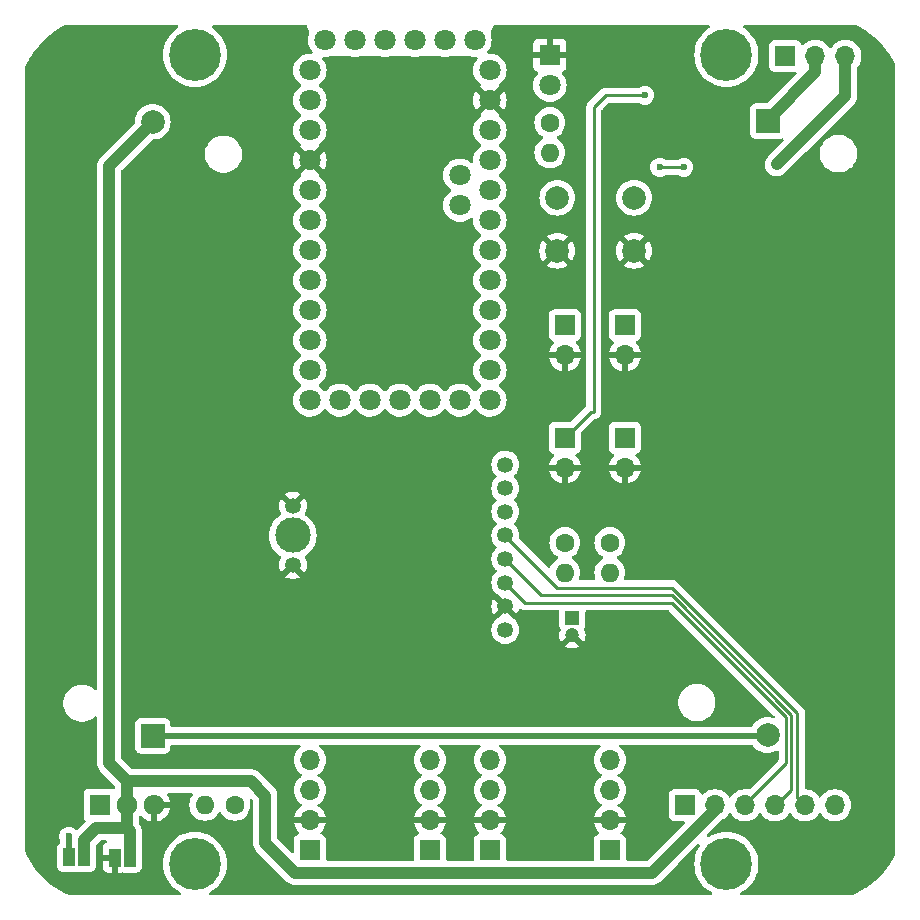
<source format=gbr>
%TF.GenerationSoftware,KiCad,Pcbnew,8.0.9-8.0.9-0~ubuntu22.04.1*%
%TF.CreationDate,2025-02-27T10:58:21+01:00*%
%TF.ProjectId,HB-UNI-SEN-BATT_FUEL4EP,48422d55-4e49-42d5-9345-4e2d42415454,V1.5*%
%TF.SameCoordinates,Original*%
%TF.FileFunction,Copper,L2,Bot*%
%TF.FilePolarity,Positive*%
%FSLAX46Y46*%
G04 Gerber Fmt 4.6, Leading zero omitted, Abs format (unit mm)*
G04 Created by KiCad (PCBNEW 8.0.9-8.0.9-0~ubuntu22.04.1) date 2025-02-27 10:58:21*
%MOMM*%
%LPD*%
G01*
G04 APERTURE LIST*
%TA.AperFunction,ComponentPad*%
%ADD10R,1.800000X1.800000*%
%TD*%
%TA.AperFunction,ComponentPad*%
%ADD11C,1.800000*%
%TD*%
%TA.AperFunction,ComponentPad*%
%ADD12R,1.700000X1.700000*%
%TD*%
%TA.AperFunction,ComponentPad*%
%ADD13O,1.700000X1.700000*%
%TD*%
%TA.AperFunction,ComponentPad*%
%ADD14R,1.200000X1.200000*%
%TD*%
%TA.AperFunction,ComponentPad*%
%ADD15C,1.200000*%
%TD*%
%TA.AperFunction,ComponentPad*%
%ADD16C,1.600000*%
%TD*%
%TA.AperFunction,ComponentPad*%
%ADD17O,1.600000X1.600000*%
%TD*%
%TA.AperFunction,ComponentPad*%
%ADD18R,1.717500X1.800000*%
%TD*%
%TA.AperFunction,ComponentPad*%
%ADD19O,1.717500X1.800000*%
%TD*%
%TA.AperFunction,SMDPad,CuDef*%
%ADD20R,1.000000X1.500000*%
%TD*%
%TA.AperFunction,ComponentPad*%
%ADD21C,1.350000*%
%TD*%
%TA.AperFunction,ComponentPad*%
%ADD22C,3.000000*%
%TD*%
%TA.AperFunction,ComponentPad*%
%ADD23C,2.000000*%
%TD*%
%TA.AperFunction,ComponentPad*%
%ADD24C,0.700000*%
%TD*%
%TA.AperFunction,ComponentPad*%
%ADD25C,4.400000*%
%TD*%
%TA.AperFunction,ComponentPad*%
%ADD26R,2.000000X2.000000*%
%TD*%
%TA.AperFunction,ViaPad*%
%ADD27C,0.600000*%
%TD*%
%TA.AperFunction,ViaPad*%
%ADD28C,0.900000*%
%TD*%
%TA.AperFunction,Conductor*%
%ADD29C,0.250000*%
%TD*%
%TA.AperFunction,Conductor*%
%ADD30C,1.000000*%
%TD*%
%TA.AperFunction,Conductor*%
%ADD31C,0.500000*%
%TD*%
G04 APERTURE END LIST*
D10*
%TO.P,D1,1,K*%
%TO.N,GND*%
X45050000Y71720000D03*
D11*
%TO.P,D1,2,A*%
%TO.N,Net-(D1-A)*%
X45050000Y69180000D03*
%TD*%
D12*
%TO.P,J1,1,Pin_1*%
%TO.N,/A0*%
X46320000Y39335000D03*
D13*
%TO.P,J1,2,Pin_2*%
%TO.N,GND*%
X46320000Y36795000D03*
%TD*%
D12*
%TO.P,J2,1,Pin_1*%
%TO.N,/A1*%
X51400000Y39335000D03*
D13*
%TO.P,J2,2,Pin_2*%
%TO.N,GND*%
X51400000Y36795000D03*
%TD*%
D12*
%TO.P,J7,1,Pin_1*%
%TO.N,VCC*%
X34890000Y4410000D03*
D13*
%TO.P,J7,2,Pin_2*%
%TO.N,GND*%
X34890000Y6950000D03*
%TO.P,J7,3,Pin_3*%
%TO.N,/SCL*%
X34890000Y9490000D03*
%TO.P,J7,4,Pin_4*%
%TO.N,/SDA*%
X34890000Y12030000D03*
%TD*%
D12*
%TO.P,J3,1,Pin_1*%
%TO.N,/A2*%
X46320000Y48860000D03*
D13*
%TO.P,J3,2,Pin_2*%
%TO.N,GND*%
X46320000Y46320000D03*
%TD*%
D12*
%TO.P,J4,1,Pin_1*%
%TO.N,/A3*%
X51400000Y48860000D03*
D13*
%TO.P,J4,2,Pin_2*%
%TO.N,GND*%
X51400000Y46320000D03*
%TD*%
D12*
%TO.P,J5,1,Pin_1*%
%TO.N,VCC*%
X56480000Y8220000D03*
D13*
%TO.P,J5,2,Pin_2*%
%TO.N,/minusBAT*%
X59020000Y8220000D03*
%TO.P,J5,3,Pin_3*%
%TO.N,/MOSI*%
X61560000Y8220000D03*
%TO.P,J5,4,Pin_4*%
%TO.N,/SCK*%
X64100000Y8220000D03*
%TO.P,J5,5,Pin_5*%
%TO.N,/MISO*%
X66640000Y8220000D03*
%TO.P,J5,6,Pin_6*%
%TO.N,/RSET*%
X69180000Y8220000D03*
%TD*%
D12*
%TO.P,J6,1,Pin_1*%
%TO.N,VCC*%
X24730000Y4410000D03*
D13*
%TO.P,J6,2,Pin_2*%
%TO.N,GND*%
X24730000Y6950000D03*
%TO.P,J6,3,Pin_3*%
%TO.N,/SCL*%
X24730000Y9490000D03*
%TO.P,J6,4,Pin_4*%
%TO.N,/SDA*%
X24730000Y12030000D03*
%TD*%
D14*
%TO.P,C1,1*%
%TO.N,VCC*%
X46955000Y24095000D03*
D15*
%TO.P,C1,2*%
%TO.N,GND*%
X46955000Y22595000D03*
%TD*%
D16*
%TO.P,R4,1*%
%TO.N,VCC*%
X50130000Y30445000D03*
D17*
%TO.P,R4,2*%
%TO.N,/SCL*%
X50130000Y27905000D03*
%TD*%
D16*
%TO.P,R5,1*%
%TO.N,VCC*%
X46320000Y30445000D03*
D17*
%TO.P,R5,2*%
%TO.N,/SDA*%
X46320000Y27905000D03*
%TD*%
D16*
%TO.P,R1,1*%
%TO.N,Net-(D1-A)*%
X45050000Y66005000D03*
D17*
%TO.P,R1,2*%
%TO.N,Net-(Module2-PD4)*%
X45050000Y63465000D03*
%TD*%
D16*
%TO.P,R3,1*%
%TO.N,VCC*%
X18380000Y8220000D03*
D17*
%TO.P,R3,2*%
%TO.N,Net-(Q1-G)*%
X15840000Y8220000D03*
%TD*%
D18*
%TO.P,Q1,1,G*%
%TO.N,Net-(Q1-G)*%
X6950000Y8220000D03*
D19*
%TO.P,Q1,2,D*%
%TO.N,/minusBAT*%
X9240000Y8220000D03*
%TO.P,Q1,3,S*%
%TO.N,GND*%
X11530000Y8220000D03*
%TD*%
D12*
%TO.P,J9,1,Pin_1*%
%TO.N,VCC*%
X50130000Y4410000D03*
D13*
%TO.P,J9,2,Pin_2*%
%TO.N,GND*%
X50130000Y6950000D03*
%TO.P,J9,3,Pin_3*%
%TO.N,/SCL*%
X50130000Y9490000D03*
%TO.P,J9,4,Pin_4*%
%TO.N,/SDA*%
X50130000Y12030000D03*
%TD*%
D12*
%TO.P,J10,1,Pin_1*%
%TO.N,VCC*%
X64989000Y71656500D03*
D13*
%TO.P,J10,2,Pin_2*%
%TO.N,/plusBAT*%
X67529000Y71656500D03*
%TO.P,J10,3,Pin_3*%
%TO.N,/minusBAT*%
X70069000Y71656500D03*
%TD*%
D20*
%TO.P,JP1,1,A*%
%TO.N,/minusBAT*%
X9500000Y3775000D03*
%TO.P,JP1,2,B*%
%TO.N,GND*%
X8200000Y3775000D03*
%TD*%
D11*
%TO.P,Module2,1A,V_ACCU*%
%TO.N,/V_ACCU*%
X39970000Y70450000D03*
%TO.P,Module2,1B,PC2/TCK*%
%TO.N,unconnected-(Module2-PC2{slash}TCK-Pad1B)*%
X27270000Y42510000D03*
%TO.P,Module2,1C,PD1/TXD0*%
%TO.N,unconnected-(Module2-PD1{slash}TXD0-Pad1C)*%
X24730000Y70450000D03*
%TO.P,Module2,1D,DTR*%
%TO.N,unconnected-(Module2-DTR-Pad1D)*%
X26000000Y72990000D03*
%TO.P,Module2,1E,PC0/SCL*%
%TO.N,/SCL*%
X37430000Y61560000D03*
%TO.P,Module2,2A,GND*%
%TO.N,GND*%
X39970000Y67910000D03*
%TO.P,Module2,2B,PC4/TD0*%
%TO.N,unconnected-(Module2-PC4{slash}TD0-Pad2B)*%
X29810000Y42510000D03*
%TO.P,Module2,2C,PD0/RXD0*%
%TO.N,unconnected-(Module2-PD0{slash}RXD0-Pad2C)*%
X24730000Y67910000D03*
%TO.P,Module2,2D,PD1/TXD0*%
%TO.N,unconnected-(Module2-PD1{slash}TXD0-Pad2D)*%
X28540000Y72990000D03*
%TO.P,Module2,2E,PC1/SDA*%
%TO.N,/SDA*%
X37430000Y59020000D03*
%TO.P,Module2,3A,RSTB*%
%TO.N,/RSET*%
X39970000Y65370000D03*
%TO.P,Module2,3B,PC5/TDI*%
%TO.N,unconnected-(Module2-PC5{slash}TDI-Pad3B)*%
X32350000Y42510000D03*
%TO.P,Module2,3C,RSTB*%
%TO.N,unconnected-(Module2-RSTB-Pad3C)*%
X24730000Y65370000D03*
%TO.P,Module2,3D,PD0/RXD0*%
%TO.N,unconnected-(Module2-PD0{slash}RXD0-Pad3D)*%
X31080000Y72990000D03*
%TO.P,Module2,4A,VCC*%
%TO.N,VCC*%
X39970000Y62830000D03*
%TO.P,Module2,4B,PB1/T1*%
%TO.N,unconnected-(Module2-PB1{slash}T1-Pad4B)*%
X34890000Y42510000D03*
%TO.P,Module2,4C,GND*%
%TO.N,GND*%
X24730000Y62830000D03*
%TO.P,Module2,4D,VCC*%
%TO.N,unconnected-(Module2-VCC-Pad4D)*%
X33620000Y72990000D03*
%TO.P,Module2,5A,PB2/A3*%
%TO.N,/A3*%
X39970000Y60290000D03*
%TO.P,Module2,5B,PB0/T0*%
%TO.N,unconnected-(Module2-PB0{slash}T0-Pad5B)*%
X37430000Y42510000D03*
%TO.P,Module2,5C,PD2*%
%TO.N,/D2*%
X24730000Y60290000D03*
%TO.P,Module2,5D,GND*%
%TO.N,unconnected-(Module2-GND-Pad5D)*%
X36160000Y72990000D03*
%TO.P,Module2,6A,PB3/A2*%
%TO.N,/A2*%
X39970000Y57750000D03*
%TO.P,Module2,6C,PD3*%
%TO.N,unconnected-(Module2-PD3-Pad6C)*%
X24730000Y57750000D03*
%TO.P,Module2,6D,GND*%
%TO.N,unconnected-(Module2-GND-Pad6D)*%
X38700000Y72990000D03*
%TO.P,Module2,7A,PA1/A1*%
%TO.N,/A1*%
X39970000Y55210000D03*
%TO.P,Module2,7C,PD4*%
%TO.N,Net-(Module2-PD4)*%
X24730000Y55210000D03*
%TO.P,Module2,8A,PA0/A0*%
%TO.N,/A0*%
X39970000Y52670000D03*
%TO.P,Module2,8C,PD5*%
%TO.N,unconnected-(Module2-PD5-Pad8C)*%
X24730000Y52670000D03*
%TO.P,Module2,9A,PB7/SCK*%
%TO.N,/SCK*%
X39970000Y50130000D03*
%TO.P,Module2,9C,PD6*%
%TO.N,unconnected-(Module2-PD6-Pad9C)*%
X24730000Y50130000D03*
%TO.P,Module2,10A,PB6/MISO*%
%TO.N,/MISO*%
X39970000Y47590000D03*
%TO.P,Module2,10C,PD7*%
%TO.N,unconnected-(Module2-PD7-Pad10C)*%
X24730000Y47590000D03*
%TO.P,Module2,11A,PB5/MOSI*%
%TO.N,/MOSI*%
X39970000Y45050000D03*
%TO.P,Module2,11C,PC6/TOSC*%
%TO.N,/CONFIG*%
X24730000Y45050000D03*
%TO.P,Module2,12A,PB4/~{SS}*%
%TO.N,/SS*%
X39970000Y42510000D03*
%TO.P,Module2,12C,PC3/TMS*%
%TO.N,unconnected-(Module2-PC3{slash}TMS-Pad12C)*%
X24730000Y42510000D03*
%TD*%
D21*
%TO.P,Module1,1A,GND*%
%TO.N,GND*%
X23280000Y28555000D03*
%TO.P,Module1,1C,VCC*%
%TO.N,VCC*%
X41280000Y23055000D03*
D22*
%TO.P,Module1,2A,ANT*%
%TO.N,unconnected-(Module1-ANT-Pad2A)*%
X23280000Y31055000D03*
D21*
%TO.P,Module1,2C,GND*%
%TO.N,GND*%
X41280000Y25055000D03*
%TO.P,Module1,3A,GND*%
X23280000Y33555000D03*
%TO.P,Module1,3C,MOSI*%
%TO.N,/MOSI*%
X41280000Y27055000D03*
%TO.P,Module1,4C,SCLK*%
%TO.N,/SCK*%
X41280000Y29055000D03*
%TO.P,Module1,5C,MISO*%
%TO.N,/MISO*%
X41280000Y31055000D03*
%TO.P,Module1,6C,GD2*%
%TO.N,unconnected-(Module1-GD2-Pad6C)*%
X41280000Y33055000D03*
%TO.P,Module1,7C,GD0*%
%TO.N,/D2*%
X41280000Y35055000D03*
%TO.P,Module1,8C,~{CSN}*%
%TO.N,/SS*%
X41280000Y37055000D03*
%TD*%
D23*
%TO.P,SW1,1*%
%TO.N,/CONFIG*%
X45685000Y59655000D03*
X52185000Y59655000D03*
%TO.P,SW1,2*%
%TO.N,GND*%
X45685000Y55155000D03*
X52185000Y55155000D03*
%TD*%
D12*
%TO.P,J8,1,Pin_1*%
%TO.N,VCC*%
X39970000Y4410000D03*
D13*
%TO.P,J8,2,Pin_2*%
%TO.N,GND*%
X39970000Y6950000D03*
%TO.P,J8,3,Pin_3*%
%TO.N,/SCL*%
X39970000Y9490000D03*
%TO.P,J8,4,Pin_4*%
%TO.N,/SDA*%
X39970000Y12030000D03*
%TD*%
D24*
%TO.P,H2,1*%
%TO.N,N/C*%
X58200000Y71750000D03*
X58727200Y73022800D03*
X58727200Y70477200D03*
X60000000Y73550000D03*
D25*
X60000000Y71750000D03*
D24*
X60000000Y69950000D03*
X61272800Y73022800D03*
X61272800Y70477200D03*
X61800000Y71750000D03*
%TD*%
%TO.P,H4,1*%
%TO.N,N/C*%
X58200000Y3250000D03*
X58727200Y4522800D03*
X58727200Y1977200D03*
X60000000Y5050000D03*
D25*
X60000000Y3250000D03*
D24*
X60000000Y1450000D03*
X61272800Y4522800D03*
X61272800Y1977200D03*
X61800000Y3250000D03*
%TD*%
%TO.P,H3,1*%
%TO.N,N/C*%
X13200000Y3250000D03*
X13727200Y4522800D03*
X13727200Y1977200D03*
X15000000Y5050000D03*
D25*
X15000000Y3250000D03*
D24*
X15000000Y1450000D03*
X16272800Y4522800D03*
X16272800Y1977200D03*
X16800000Y3250000D03*
%TD*%
%TO.P,H1,1*%
%TO.N,N/C*%
X13200000Y71750000D03*
X13727200Y73022800D03*
X13727200Y70477200D03*
X15000000Y73550000D03*
D25*
X15000000Y71750000D03*
D24*
X15000000Y69950000D03*
X16272800Y73022800D03*
X16272800Y70477200D03*
X16800000Y71750000D03*
%TD*%
D26*
%TO.P,BT2,1,+*%
%TO.N,/conBAT*%
X11420000Y14100000D03*
D23*
%TO.P,BT2,2,-*%
%TO.N,/minusBAT*%
X11420000Y66090000D03*
%TD*%
D26*
%TO.P,BT1,1,+*%
%TO.N,/plusBAT*%
X63490000Y66140000D03*
D23*
%TO.P,BT1,2,-*%
%TO.N,/conBAT*%
X63490000Y14150000D03*
%TD*%
D20*
%TO.P,JP4,1,A*%
%TO.N,/conBAT*%
X4318000Y3810000D03*
%TO.P,JP4,2,B*%
%TO.N,/minusBAT*%
X5618000Y3810000D03*
%TD*%
D27*
%TO.N,GND*%
X13716000Y11938000D03*
X52670000Y16805200D03*
%TO.N,/A0*%
X53086000Y68326000D03*
%TO.N,/RSET*%
X56388000Y62230000D03*
X54356000Y62230000D03*
D28*
%TO.N,/minusBAT*%
X64262000Y62484000D03*
D27*
%TO.N,/conBAT*%
X4318000Y5588000D03*
%TD*%
D29*
%TO.N,/A0*%
X53086000Y68326000D02*
X49784000Y68326000D01*
X48514000Y41529000D02*
X46320000Y39335000D01*
X48768000Y67310000D02*
X48768000Y41529000D01*
X49784000Y68326000D02*
X48768000Y67310000D01*
X48768000Y41529000D02*
X48514000Y41529000D01*
%TO.N,/MOSI*%
X42970000Y25365000D02*
X55387800Y25365000D01*
X55387800Y25365000D02*
X65052500Y15700300D01*
X41280000Y27055000D02*
X42970000Y25365000D01*
X65052500Y11763300D02*
X61509200Y8220000D01*
X65052500Y15700300D02*
X65052500Y11763300D01*
%TO.N,/SCK*%
X41280000Y29055000D02*
X44335000Y26000000D01*
X55389210Y26000000D02*
X65502511Y15886700D01*
X65502511Y15886700D02*
X65502511Y9520911D01*
X65502511Y9520911D02*
X64201600Y8220000D01*
X44335000Y26000000D02*
X55389210Y26000000D01*
%TO.N,/MISO*%
X41280000Y31040000D02*
X45685000Y26635000D01*
X66005000Y16020620D02*
X66005000Y8855000D01*
X66005000Y8855000D02*
X66640000Y8220000D01*
X45685000Y26635000D02*
X55390620Y26635000D01*
X55390620Y26635000D02*
X66005000Y16020620D01*
%TO.N,/RSET*%
X54356000Y62230000D02*
X56388000Y62230000D01*
D30*
%TO.N,/minusBAT*%
X23460000Y2505000D02*
X53305000Y2505000D01*
X20965000Y5000000D02*
X20965000Y9035000D01*
X20965000Y9035000D02*
X19750000Y10250000D01*
X6631000Y6250000D02*
X5618000Y5237000D01*
X20965000Y5000000D02*
X23460000Y2505000D01*
X19750000Y10250000D02*
X9250000Y10250000D01*
X70069000Y68291000D02*
X64262000Y62484000D01*
X53305000Y2505000D02*
X53725002Y2505000D01*
X9250000Y8166650D02*
X9250000Y6250000D01*
X53725002Y2505000D02*
X59083500Y7863498D01*
X5618000Y5237000D02*
X5618000Y3810000D01*
X9250000Y10250000D02*
X9240000Y10260000D01*
X9500000Y6000000D02*
X9250000Y6250000D01*
X9250000Y6250000D02*
X6631000Y6250000D01*
X7750000Y11750000D02*
X7750000Y62360000D01*
X9240000Y8220000D02*
X9240000Y10260000D01*
X9500000Y3775000D02*
X9500000Y6000000D01*
X9240000Y10260000D02*
X7750000Y11750000D01*
X7750000Y62360000D02*
X11420400Y66030400D01*
X70069000Y71656500D02*
X70069000Y68291000D01*
%TO.N,/plusBAT*%
X67529000Y71656500D02*
X67529000Y70259500D01*
X67529000Y70259500D02*
X63528500Y66259000D01*
D31*
%TO.N,/conBAT*%
X4318000Y3810000D02*
X4318000Y5588000D01*
X11420000Y14100000D02*
X63477600Y14100000D01*
%TD*%
%TA.AperFunction,Conductor*%
%TO.N,GND*%
G36*
X13532725Y74239998D02*
G01*
X13579218Y74186342D01*
X13589322Y74116068D01*
X13559828Y74051488D01*
X13529789Y74026172D01*
X13458587Y73983128D01*
X13458584Y73983126D01*
X13200649Y73781047D01*
X13200647Y73781045D01*
X13200641Y73781040D01*
X12968959Y73549358D01*
X12968954Y73549352D01*
X12968953Y73549351D01*
X12890260Y73448907D01*
X12766871Y73291412D01*
X12597356Y73011003D01*
X12462880Y72712207D01*
X12365396Y72399370D01*
X12306333Y72077070D01*
X12306332Y72077067D01*
X12286549Y71750001D01*
X12286549Y71749998D01*
X12306332Y71422932D01*
X12306333Y71422929D01*
X12365396Y71100629D01*
X12462880Y70787792D01*
X12597356Y70488996D01*
X12766871Y70208587D01*
X12968954Y69950647D01*
X12968959Y69950641D01*
X13200641Y69718959D01*
X13200647Y69718954D01*
X13458587Y69516871D01*
X13738996Y69347356D01*
X14037792Y69212880D01*
X14350629Y69115396D01*
X14672929Y69056333D01*
X14672932Y69056332D01*
X14999999Y69036549D01*
X15000000Y69036549D01*
X15000001Y69036549D01*
X15327067Y69056332D01*
X15327070Y69056333D01*
X15649370Y69115396D01*
X15962207Y69212880D01*
X16261003Y69347356D01*
X16541412Y69516871D01*
X16668736Y69616623D01*
X16799351Y69718953D01*
X16799352Y69718954D01*
X16799358Y69718959D01*
X17031040Y69950641D01*
X17031045Y69950647D01*
X17042549Y69965330D01*
X17233126Y70208584D01*
X17242652Y70224342D01*
X17402643Y70488996D01*
X17537119Y70787792D01*
X17546916Y70819229D01*
X17634603Y71100629D01*
X17693667Y71422930D01*
X17713105Y71744286D01*
X17713451Y71749998D01*
X17713451Y71750001D01*
X17704759Y71893694D01*
X17693667Y72077070D01*
X17634603Y72399371D01*
X17537121Y72712203D01*
X17466210Y72869761D01*
X17402643Y73011003D01*
X17274707Y73222633D01*
X17233126Y73291416D01*
X17031047Y73549351D01*
X16799351Y73781047D01*
X16541416Y73983126D01*
X16517244Y73997738D01*
X16470211Y74026172D01*
X16422263Y74078531D01*
X16410233Y74148501D01*
X16437942Y74213867D01*
X16496592Y74253876D01*
X16535396Y74260000D01*
X24379250Y74260000D01*
X24447371Y74239998D01*
X24486683Y74199834D01*
X24514058Y74155161D01*
X24523034Y74137545D01*
X24600984Y73949357D01*
X24607094Y73930553D01*
X24654646Y73732483D01*
X24657739Y73712955D01*
X24673716Y73509955D01*
X24664270Y73454070D01*
X24664944Y73453839D01*
X24663541Y73449751D01*
X24663491Y73449456D01*
X24663253Y73448915D01*
X24663249Y73448903D01*
X24605950Y73222633D01*
X24605950Y73222631D01*
X24605949Y73222626D01*
X24586673Y72990000D01*
X24602608Y72797688D01*
X24605950Y72757366D01*
X24663249Y72531096D01*
X24663252Y72531089D01*
X24757015Y72317331D01*
X24884683Y72121920D01*
X24932629Y72069837D01*
X24964049Y72006172D01*
X24956062Y71935626D01*
X24911203Y71880597D01*
X24843714Y71858557D01*
X24839927Y71858500D01*
X24613288Y71858500D01*
X24383049Y71820080D01*
X24162273Y71744287D01*
X23956983Y71633190D01*
X23864874Y71561498D01*
X23772778Y71489817D01*
X23772774Y71489813D01*
X23614685Y71318083D01*
X23487015Y71122668D01*
X23393252Y70908910D01*
X23393249Y70908903D01*
X23335950Y70682633D01*
X23335949Y70682628D01*
X23335949Y70682626D01*
X23316673Y70450000D01*
X23335746Y70219818D01*
X23335950Y70217366D01*
X23393249Y69991096D01*
X23393251Y69991093D01*
X23487015Y69777331D01*
X23614685Y69581916D01*
X23772774Y69410186D01*
X23772785Y69410176D01*
X23940766Y69279431D01*
X23982237Y69221806D01*
X23985970Y69150908D01*
X23950780Y69089246D01*
X23940766Y69080569D01*
X23772785Y68949823D01*
X23772774Y68949813D01*
X23614685Y68778083D01*
X23487015Y68582668D01*
X23393252Y68368910D01*
X23393249Y68368903D01*
X23335950Y68142633D01*
X23335949Y68142628D01*
X23335949Y68142626D01*
X23316673Y67910000D01*
X23334934Y67689621D01*
X23335950Y67677366D01*
X23393249Y67451096D01*
X23393252Y67451089D01*
X23487015Y67237331D01*
X23614685Y67041916D01*
X23772774Y66870186D01*
X23772785Y66870176D01*
X23940766Y66739431D01*
X23982237Y66681806D01*
X23985970Y66610908D01*
X23950780Y66549246D01*
X23940766Y66540569D01*
X23772785Y66409823D01*
X23772774Y66409813D01*
X23614685Y66238083D01*
X23487015Y66042668D01*
X23393252Y65828910D01*
X23393249Y65828903D01*
X23335950Y65602633D01*
X23335949Y65602628D01*
X23335949Y65602626D01*
X23316673Y65370000D01*
X23334016Y65160697D01*
X23335950Y65137366D01*
X23393249Y64911096D01*
X23393252Y64911089D01*
X23487015Y64697331D01*
X23614685Y64501916D01*
X23772774Y64330186D01*
X23772785Y64330176D01*
X23941173Y64199114D01*
X23982644Y64141489D01*
X23986377Y64070591D01*
X23951187Y64008929D01*
X23941173Y64000251D01*
X23928680Y63990528D01*
X24605051Y63314157D01*
X24537007Y63295925D01*
X24422993Y63230099D01*
X24329901Y63137007D01*
X24264075Y63022993D01*
X24245841Y62954946D01*
X23570796Y63629991D01*
X23570795Y63629991D01*
X23487461Y63502439D01*
X23487454Y63502425D01*
X23393726Y63288747D01*
X23393724Y63288743D01*
X23336444Y63062549D01*
X23317174Y62830000D01*
X23336444Y62597450D01*
X23393724Y62371256D01*
X23393726Y62371252D01*
X23487454Y62157574D01*
X23487461Y62157560D01*
X23570795Y62030007D01*
X23570796Y62030006D01*
X24245842Y62705052D01*
X24264075Y62637007D01*
X24329901Y62522993D01*
X24422993Y62429901D01*
X24537007Y62364075D01*
X24605052Y62345842D01*
X23928680Y61669470D01*
X23928681Y61669469D01*
X23941173Y61659747D01*
X23982644Y61602122D01*
X23986378Y61531224D01*
X23951188Y61469561D01*
X23941189Y61460897D01*
X23772780Y61329818D01*
X23772779Y61329817D01*
X23772778Y61329816D01*
X23772774Y61329813D01*
X23614685Y61158083D01*
X23487015Y60962668D01*
X23393252Y60748910D01*
X23393249Y60748903D01*
X23335950Y60522633D01*
X23335949Y60522628D01*
X23335949Y60522626D01*
X23316673Y60290000D01*
X23335746Y60059818D01*
X23335950Y60057366D01*
X23393249Y59831096D01*
X23393252Y59831089D01*
X23487015Y59617331D01*
X23614685Y59421916D01*
X23772774Y59250186D01*
X23772785Y59250176D01*
X23940766Y59119431D01*
X23982237Y59061806D01*
X23985970Y58990908D01*
X23950780Y58929246D01*
X23940766Y58920569D01*
X23772785Y58789823D01*
X23772774Y58789813D01*
X23614685Y58618083D01*
X23487015Y58422668D01*
X23393252Y58208910D01*
X23393249Y58208903D01*
X23335950Y57982633D01*
X23335949Y57982628D01*
X23335949Y57982626D01*
X23316673Y57750000D01*
X23328149Y57611500D01*
X23335950Y57517366D01*
X23393249Y57291096D01*
X23393252Y57291089D01*
X23487015Y57077331D01*
X23614685Y56881916D01*
X23772774Y56710186D01*
X23772785Y56710176D01*
X23940766Y56579431D01*
X23982237Y56521806D01*
X23985970Y56450908D01*
X23950780Y56389246D01*
X23940766Y56380569D01*
X23772785Y56249823D01*
X23772774Y56249813D01*
X23614685Y56078083D01*
X23487015Y55882668D01*
X23393252Y55668910D01*
X23393249Y55668903D01*
X23335950Y55442633D01*
X23335949Y55442628D01*
X23335949Y55442626D01*
X23316673Y55210000D01*
X23327230Y55082591D01*
X23335950Y54977366D01*
X23393249Y54751096D01*
X23393252Y54751089D01*
X23487015Y54537331D01*
X23614685Y54341916D01*
X23772774Y54170186D01*
X23772785Y54170176D01*
X23940766Y54039431D01*
X23982237Y53981806D01*
X23985970Y53910908D01*
X23950780Y53849246D01*
X23940766Y53840569D01*
X23772785Y53709823D01*
X23772774Y53709813D01*
X23614685Y53538083D01*
X23487015Y53342668D01*
X23393252Y53128910D01*
X23393249Y53128903D01*
X23335950Y52902633D01*
X23316673Y52670000D01*
X23335950Y52437366D01*
X23393249Y52211096D01*
X23393252Y52211089D01*
X23487015Y51997331D01*
X23614685Y51801916D01*
X23772774Y51630186D01*
X23772785Y51630176D01*
X23940766Y51499431D01*
X23982237Y51441806D01*
X23985970Y51370908D01*
X23950780Y51309246D01*
X23940766Y51300569D01*
X23772785Y51169823D01*
X23772774Y51169813D01*
X23614685Y50998083D01*
X23487015Y50802668D01*
X23393252Y50588910D01*
X23393249Y50588903D01*
X23335950Y50362633D01*
X23335949Y50362628D01*
X23335949Y50362626D01*
X23316673Y50130000D01*
X23331074Y49956202D01*
X23335950Y49897366D01*
X23393249Y49671096D01*
X23393252Y49671089D01*
X23487015Y49457331D01*
X23614685Y49261916D01*
X23772774Y49090186D01*
X23772785Y49090176D01*
X23940766Y48959431D01*
X23982237Y48901806D01*
X23985970Y48830908D01*
X23950780Y48769246D01*
X23940766Y48760569D01*
X23772785Y48629823D01*
X23772774Y48629813D01*
X23614685Y48458083D01*
X23487015Y48262668D01*
X23393252Y48048910D01*
X23393249Y48048903D01*
X23335950Y47822633D01*
X23335949Y47822628D01*
X23335949Y47822626D01*
X23316673Y47590000D01*
X23328535Y47446843D01*
X23335950Y47357366D01*
X23393249Y47131096D01*
X23393252Y47131089D01*
X23487015Y46917331D01*
X23614685Y46721916D01*
X23772774Y46550186D01*
X23772785Y46550176D01*
X23940766Y46419431D01*
X23982237Y46361806D01*
X23985970Y46290908D01*
X23950780Y46229246D01*
X23940766Y46220569D01*
X23772785Y46089823D01*
X23772774Y46089813D01*
X23614685Y45918083D01*
X23487015Y45722668D01*
X23393252Y45508910D01*
X23393249Y45508903D01*
X23335950Y45282633D01*
X23335949Y45282628D01*
X23335949Y45282626D01*
X23316673Y45050000D01*
X23320895Y44999043D01*
X23335950Y44817366D01*
X23393249Y44591096D01*
X23393252Y44591089D01*
X23487015Y44377331D01*
X23614685Y44181916D01*
X23772774Y44010186D01*
X23772785Y44010176D01*
X23940766Y43879431D01*
X23982237Y43821806D01*
X23985970Y43750908D01*
X23950780Y43689246D01*
X23940766Y43680569D01*
X23772785Y43549823D01*
X23772774Y43549813D01*
X23614685Y43378083D01*
X23487015Y43182668D01*
X23393252Y42968910D01*
X23393249Y42968903D01*
X23335950Y42742633D01*
X23316673Y42510000D01*
X23335950Y42277366D01*
X23393249Y42051096D01*
X23393252Y42051089D01*
X23487015Y41837331D01*
X23614685Y41641916D01*
X23772774Y41470186D01*
X23772778Y41470182D01*
X23956983Y41326810D01*
X23956985Y41326809D01*
X24162273Y41215713D01*
X24162276Y41215711D01*
X24383044Y41139921D01*
X24383051Y41139919D01*
X24498066Y41120727D01*
X24613288Y41101500D01*
X24613292Y41101500D01*
X24846708Y41101500D01*
X24846712Y41101500D01*
X24988565Y41125171D01*
X25076948Y41139919D01*
X25076955Y41139921D01*
X25297723Y41215711D01*
X25297724Y41215712D01*
X25297727Y41215713D01*
X25503017Y41326810D01*
X25595118Y41398496D01*
X25687221Y41470182D01*
X25687225Y41470186D01*
X25845314Y41641916D01*
X25894517Y41717227D01*
X25948521Y41763316D01*
X26018869Y41772891D01*
X26083226Y41742914D01*
X26105483Y41717227D01*
X26154685Y41641916D01*
X26312774Y41470186D01*
X26312778Y41470182D01*
X26496983Y41326810D01*
X26496985Y41326809D01*
X26702273Y41215713D01*
X26702276Y41215711D01*
X26923044Y41139921D01*
X26923051Y41139919D01*
X27038066Y41120727D01*
X27153288Y41101500D01*
X27153292Y41101500D01*
X27386708Y41101500D01*
X27386712Y41101500D01*
X27528565Y41125171D01*
X27616948Y41139919D01*
X27616955Y41139921D01*
X27837723Y41215711D01*
X27837724Y41215712D01*
X27837727Y41215713D01*
X28043017Y41326810D01*
X28135118Y41398496D01*
X28227221Y41470182D01*
X28227225Y41470186D01*
X28385314Y41641916D01*
X28434517Y41717227D01*
X28488521Y41763316D01*
X28558869Y41772891D01*
X28623226Y41742914D01*
X28645483Y41717227D01*
X28694685Y41641916D01*
X28852774Y41470186D01*
X28852778Y41470182D01*
X29036983Y41326810D01*
X29036985Y41326809D01*
X29242273Y41215713D01*
X29242276Y41215711D01*
X29463044Y41139921D01*
X29463051Y41139919D01*
X29578066Y41120727D01*
X29693288Y41101500D01*
X29693292Y41101500D01*
X29926708Y41101500D01*
X29926712Y41101500D01*
X30068565Y41125171D01*
X30156948Y41139919D01*
X30156955Y41139921D01*
X30377723Y41215711D01*
X30377724Y41215712D01*
X30377727Y41215713D01*
X30583017Y41326810D01*
X30675118Y41398496D01*
X30767221Y41470182D01*
X30767225Y41470186D01*
X30925314Y41641916D01*
X30974517Y41717227D01*
X31028521Y41763316D01*
X31098869Y41772891D01*
X31163226Y41742914D01*
X31185483Y41717227D01*
X31234685Y41641916D01*
X31392774Y41470186D01*
X31392778Y41470182D01*
X31576983Y41326810D01*
X31576985Y41326809D01*
X31782273Y41215713D01*
X31782276Y41215711D01*
X32003044Y41139921D01*
X32003051Y41139919D01*
X32118066Y41120727D01*
X32233288Y41101500D01*
X32233292Y41101500D01*
X32466708Y41101500D01*
X32466712Y41101500D01*
X32608565Y41125171D01*
X32696948Y41139919D01*
X32696955Y41139921D01*
X32917723Y41215711D01*
X32917724Y41215712D01*
X32917727Y41215713D01*
X33123017Y41326810D01*
X33215118Y41398496D01*
X33307221Y41470182D01*
X33307225Y41470186D01*
X33465314Y41641916D01*
X33514517Y41717227D01*
X33568521Y41763316D01*
X33638869Y41772891D01*
X33703226Y41742914D01*
X33725483Y41717227D01*
X33774685Y41641916D01*
X33932774Y41470186D01*
X33932778Y41470182D01*
X34116983Y41326810D01*
X34116985Y41326809D01*
X34322273Y41215713D01*
X34322276Y41215711D01*
X34543044Y41139921D01*
X34543051Y41139919D01*
X34658066Y41120727D01*
X34773288Y41101500D01*
X34773292Y41101500D01*
X35006708Y41101500D01*
X35006712Y41101500D01*
X35148565Y41125171D01*
X35236948Y41139919D01*
X35236955Y41139921D01*
X35457723Y41215711D01*
X35457724Y41215712D01*
X35457727Y41215713D01*
X35663017Y41326810D01*
X35755118Y41398496D01*
X35847221Y41470182D01*
X35847225Y41470186D01*
X36005314Y41641916D01*
X36054517Y41717227D01*
X36108521Y41763316D01*
X36178869Y41772891D01*
X36243226Y41742914D01*
X36265483Y41717227D01*
X36314685Y41641916D01*
X36472774Y41470186D01*
X36472778Y41470182D01*
X36656983Y41326810D01*
X36656985Y41326809D01*
X36862273Y41215713D01*
X36862276Y41215711D01*
X37083044Y41139921D01*
X37083051Y41139919D01*
X37198066Y41120727D01*
X37313288Y41101500D01*
X37313292Y41101500D01*
X37546708Y41101500D01*
X37546712Y41101500D01*
X37688565Y41125171D01*
X37776948Y41139919D01*
X37776955Y41139921D01*
X37997723Y41215711D01*
X37997724Y41215712D01*
X37997727Y41215713D01*
X38203017Y41326810D01*
X38295118Y41398496D01*
X38387221Y41470182D01*
X38387225Y41470186D01*
X38545314Y41641916D01*
X38594517Y41717227D01*
X38648521Y41763316D01*
X38718869Y41772891D01*
X38783226Y41742914D01*
X38805483Y41717227D01*
X38854685Y41641916D01*
X39012774Y41470186D01*
X39012778Y41470182D01*
X39196983Y41326810D01*
X39196985Y41326809D01*
X39402273Y41215713D01*
X39402276Y41215711D01*
X39623044Y41139921D01*
X39623051Y41139919D01*
X39738066Y41120727D01*
X39853288Y41101500D01*
X39853292Y41101500D01*
X40086708Y41101500D01*
X40086712Y41101500D01*
X40228565Y41125171D01*
X40316948Y41139919D01*
X40316955Y41139921D01*
X40537723Y41215711D01*
X40537724Y41215712D01*
X40537727Y41215713D01*
X40743017Y41326810D01*
X40835118Y41398496D01*
X40927221Y41470182D01*
X40927225Y41470186D01*
X41085314Y41641916D01*
X41212984Y41837331D01*
X41288066Y42008500D01*
X41306749Y42051093D01*
X41364051Y42277374D01*
X41383327Y42510000D01*
X41364051Y42742626D01*
X41306749Y42968907D01*
X41212984Y43182669D01*
X41085314Y43378083D01*
X40927220Y43549818D01*
X40759229Y43680570D01*
X40717761Y43738193D01*
X40714027Y43809091D01*
X40749217Y43870753D01*
X40759217Y43879419D01*
X40927220Y44010182D01*
X40927221Y44010183D01*
X40927225Y44010186D01*
X41085314Y44181916D01*
X41212984Y44377331D01*
X41306747Y44591089D01*
X41306750Y44591096D01*
X41364049Y44817366D01*
X41364051Y44817374D01*
X41383327Y45050000D01*
X41364051Y45282626D01*
X41306749Y45508907D01*
X41212984Y45722669D01*
X41085314Y45918083D01*
X40927220Y46089818D01*
X40759229Y46220570D01*
X40717761Y46278193D01*
X40714027Y46349091D01*
X40749217Y46410753D01*
X40759217Y46419419D01*
X40927220Y46550182D01*
X40927221Y46550183D01*
X40927225Y46550186D01*
X41085314Y46721916D01*
X41212984Y46917331D01*
X41306747Y47131089D01*
X41306750Y47131096D01*
X41364049Y47357366D01*
X41364051Y47357374D01*
X41383327Y47590000D01*
X41364051Y47822626D01*
X41306749Y48048907D01*
X41212984Y48262669D01*
X41085314Y48458083D01*
X40927220Y48629818D01*
X40759229Y48760570D01*
X40717761Y48818193D01*
X40714027Y48889091D01*
X40749217Y48950753D01*
X40759217Y48959419D01*
X40927220Y49090182D01*
X40927221Y49090183D01*
X40927225Y49090186D01*
X41085314Y49261916D01*
X41212984Y49457331D01*
X41306747Y49671089D01*
X41306750Y49671096D01*
X41328921Y49758649D01*
X44961500Y49758649D01*
X44961500Y47961350D01*
X44968009Y47900803D01*
X44968011Y47900795D01*
X45019110Y47763797D01*
X45019112Y47763792D01*
X45106738Y47646738D01*
X45223792Y47559112D01*
X45223795Y47559111D01*
X45339313Y47516024D01*
X45396148Y47473477D01*
X45420958Y47406956D01*
X45405866Y47337582D01*
X45387981Y47312632D01*
X45244674Y47156958D01*
X45121580Y46968548D01*
X45031179Y46762456D01*
X45031176Y46762449D01*
X44983455Y46574000D01*
X45889297Y46574000D01*
X45854075Y46512993D01*
X45820000Y46385826D01*
X45820000Y46254174D01*
X45854075Y46127007D01*
X45889297Y46066000D01*
X44983456Y46066000D01*
X44983455Y46065999D01*
X45031176Y45877550D01*
X45031179Y45877543D01*
X45121580Y45671451D01*
X45244674Y45483041D01*
X45397097Y45317465D01*
X45574698Y45179232D01*
X45574699Y45179231D01*
X45772628Y45072117D01*
X45772630Y45072116D01*
X45985487Y44999043D01*
X45985498Y44999040D01*
X46065999Y44985606D01*
X46066000Y44985607D01*
X46066000Y45889297D01*
X46127007Y45854075D01*
X46254174Y45820000D01*
X46385826Y45820000D01*
X46512993Y45854075D01*
X46574000Y45889297D01*
X46574000Y44985606D01*
X46654501Y44999040D01*
X46654512Y44999043D01*
X46867369Y45072116D01*
X46867371Y45072117D01*
X47065300Y45179231D01*
X47065301Y45179232D01*
X47242902Y45317465D01*
X47395325Y45483041D01*
X47518419Y45671451D01*
X47608820Y45877543D01*
X47608823Y45877550D01*
X47656544Y46065999D01*
X47656544Y46066000D01*
X46750703Y46066000D01*
X46785925Y46127007D01*
X46820000Y46254174D01*
X46820000Y46385826D01*
X46785925Y46512993D01*
X46750703Y46574000D01*
X47656544Y46574000D01*
X47608823Y46762449D01*
X47608820Y46762456D01*
X47518419Y46968548D01*
X47395323Y47156961D01*
X47252019Y47312632D01*
X47220598Y47376297D01*
X47228585Y47446843D01*
X47273444Y47501872D01*
X47300686Y47516024D01*
X47416204Y47559111D01*
X47416207Y47559112D01*
X47533261Y47646738D01*
X47620887Y47763792D01*
X47620889Y47763797D01*
X47671988Y47900795D01*
X47671990Y47900803D01*
X47678499Y47961350D01*
X47678500Y47961367D01*
X47678500Y49758632D01*
X47678499Y49758649D01*
X47671990Y49819196D01*
X47671988Y49819204D01*
X47664960Y49838045D01*
X47620889Y49956204D01*
X47533261Y50073261D01*
X47416204Y50160889D01*
X47279201Y50211989D01*
X47279199Y50211989D01*
X47279196Y50211990D01*
X47218649Y50218499D01*
X47218645Y50218499D01*
X47218638Y50218500D01*
X45421362Y50218500D01*
X45421355Y50218499D01*
X45421350Y50218499D01*
X45360803Y50211990D01*
X45360795Y50211988D01*
X45282875Y50182924D01*
X45223796Y50160889D01*
X45223794Y50160888D01*
X45223792Y50160887D01*
X45106738Y50073261D01*
X45019112Y49956207D01*
X45019110Y49956202D01*
X44968011Y49819204D01*
X44968009Y49819196D01*
X44961500Y49758649D01*
X41328921Y49758649D01*
X41364049Y49897366D01*
X41364051Y49897374D01*
X41383327Y50130000D01*
X41364051Y50362626D01*
X41306749Y50588907D01*
X41212984Y50802669D01*
X41085314Y50998083D01*
X40927220Y51169818D01*
X40759229Y51300570D01*
X40717761Y51358193D01*
X40714027Y51429091D01*
X40749217Y51490753D01*
X40759217Y51499419D01*
X40927220Y51630182D01*
X40927221Y51630183D01*
X40927225Y51630186D01*
X41085314Y51801916D01*
X41212984Y51997331D01*
X41306747Y52211089D01*
X41306750Y52211096D01*
X41364049Y52437366D01*
X41364051Y52437374D01*
X41383327Y52670000D01*
X41364051Y52902626D01*
X41306749Y53128907D01*
X41212984Y53342669D01*
X41085314Y53538083D01*
X40927220Y53709818D01*
X40759229Y53840570D01*
X40717761Y53898193D01*
X40714027Y53969091D01*
X40749217Y54030753D01*
X40759217Y54039419D01*
X40927220Y54170182D01*
X40927221Y54170183D01*
X40927225Y54170186D01*
X41085314Y54341916D01*
X41212984Y54537331D01*
X41259108Y54642482D01*
X41306749Y54751093D01*
X41349109Y54918367D01*
X41364049Y54977366D01*
X41364051Y54977374D01*
X41378770Y55155000D01*
X44172337Y55155000D01*
X44190960Y54918367D01*
X44246371Y54687562D01*
X44337208Y54468262D01*
X44451896Y54281107D01*
X44451898Y54281107D01*
X45160017Y54989226D01*
X45172482Y54942708D01*
X45244890Y54817292D01*
X45347292Y54714890D01*
X45472708Y54642482D01*
X45519226Y54630017D01*
X44811107Y53921898D01*
X44811107Y53921896D01*
X44998262Y53807208D01*
X45217562Y53716371D01*
X45448367Y53660960D01*
X45685000Y53642337D01*
X45921632Y53660960D01*
X46152437Y53716371D01*
X46371733Y53807206D01*
X46558891Y53921897D01*
X45850772Y54630017D01*
X45897292Y54642482D01*
X46022708Y54714890D01*
X46125110Y54817292D01*
X46197518Y54942708D01*
X46209982Y54989226D01*
X46918101Y54281107D01*
X46918102Y54281107D01*
X47032791Y54468261D01*
X47123628Y54687562D01*
X47179039Y54918367D01*
X47197662Y55155000D01*
X47179039Y55391632D01*
X47123628Y55622437D01*
X47032791Y55841738D01*
X46918102Y56028891D01*
X46918101Y56028892D01*
X46209982Y55320773D01*
X46197518Y55367292D01*
X46125110Y55492708D01*
X46022708Y55595110D01*
X45897292Y55667518D01*
X45850773Y55679982D01*
X46558892Y56388101D01*
X46558891Y56388102D01*
X46371738Y56502791D01*
X46152437Y56593628D01*
X45921632Y56649039D01*
X45685000Y56667662D01*
X45448367Y56649039D01*
X45217562Y56593628D01*
X44998261Y56502791D01*
X44811107Y56388102D01*
X44811107Y56388101D01*
X45519226Y55679982D01*
X45472708Y55667518D01*
X45347292Y55595110D01*
X45244890Y55492708D01*
X45172482Y55367292D01*
X45160016Y55320771D01*
X44451897Y56028891D01*
X44337206Y55841733D01*
X44246371Y55622437D01*
X44190960Y55391632D01*
X44172337Y55155000D01*
X41378770Y55155000D01*
X41383327Y55210000D01*
X41364051Y55442626D01*
X41306749Y55668907D01*
X41212984Y55882669D01*
X41085314Y56078083D01*
X40927220Y56249818D01*
X40759229Y56380570D01*
X40717761Y56438193D01*
X40714027Y56509091D01*
X40749217Y56570753D01*
X40759217Y56579419D01*
X40927220Y56710182D01*
X40927221Y56710183D01*
X40927225Y56710186D01*
X41085314Y56881916D01*
X41212984Y57077331D01*
X41306747Y57291089D01*
X41306750Y57291096D01*
X41364049Y57517366D01*
X41364051Y57517374D01*
X41383327Y57750000D01*
X41364051Y57982626D01*
X41306749Y58208907D01*
X41212984Y58422669D01*
X41085314Y58618083D01*
X40949529Y58765584D01*
X40927225Y58789813D01*
X40927223Y58789813D01*
X40927220Y58789818D01*
X40759229Y58920570D01*
X40717761Y58978193D01*
X40714027Y59049091D01*
X40749217Y59110753D01*
X40759217Y59119419D01*
X40927220Y59250182D01*
X40927221Y59250183D01*
X40927225Y59250186D01*
X41085314Y59421916D01*
X41212984Y59617331D01*
X41229507Y59655000D01*
X44171835Y59655000D01*
X44190465Y59418289D01*
X44245894Y59187407D01*
X44336759Y58968038D01*
X44460825Y58765582D01*
X44460826Y58765580D01*
X44615030Y58585030D01*
X44795580Y58430826D01*
X44795582Y58430825D01*
X44998038Y58306759D01*
X45217407Y58215894D01*
X45448289Y58160465D01*
X45685000Y58141835D01*
X45921711Y58160465D01*
X45994651Y58177976D01*
X46152592Y58215894D01*
X46371961Y58306759D01*
X46371963Y58306760D01*
X46574416Y58430824D01*
X46574417Y58430825D01*
X46574419Y58430826D01*
X46754969Y58585030D01*
X46909173Y58765580D01*
X46909174Y58765582D01*
X46909176Y58765584D01*
X47033240Y58968037D01*
X47124105Y59187406D01*
X47179535Y59418289D01*
X47198165Y59655000D01*
X47179535Y59891711D01*
X47124105Y60122594D01*
X47033240Y60341963D01*
X46909176Y60544416D01*
X46754969Y60724969D01*
X46574416Y60879176D01*
X46371963Y61003240D01*
X46152594Y61094105D01*
X45921711Y61149535D01*
X45685000Y61168165D01*
X45448289Y61149535D01*
X45217406Y61094105D01*
X44998037Y61003240D01*
X44795584Y60879176D01*
X44795582Y60879174D01*
X44795580Y60879173D01*
X44615030Y60724969D01*
X44460826Y60544419D01*
X44460825Y60544417D01*
X44460824Y60544416D01*
X44336760Y60341963D01*
X44336759Y60341961D01*
X44245894Y60122592D01*
X44230237Y60057374D01*
X44190465Y59891711D01*
X44185694Y59831096D01*
X44171835Y59655000D01*
X41229507Y59655000D01*
X41306747Y59831089D01*
X41306750Y59831096D01*
X41364049Y60057366D01*
X41364051Y60057374D01*
X41383327Y60290000D01*
X41364051Y60522626D01*
X41306749Y60748907D01*
X41212984Y60962669D01*
X41085314Y61158083D01*
X41076033Y61168165D01*
X40927225Y61329813D01*
X40927223Y61329813D01*
X40927220Y61329818D01*
X40759229Y61460570D01*
X40717761Y61518193D01*
X40714027Y61589091D01*
X40749217Y61650753D01*
X40759217Y61659419D01*
X40927220Y61790182D01*
X40927221Y61790183D01*
X40927225Y61790186D01*
X41085314Y61961916D01*
X41212984Y62157331D01*
X41228232Y62192092D01*
X41306749Y62371093D01*
X41306790Y62371252D01*
X41364049Y62597366D01*
X41364051Y62597374D01*
X41383327Y62830000D01*
X41364051Y63062626D01*
X41306749Y63288907D01*
X41212984Y63502669D01*
X41085314Y63698083D01*
X40927220Y63869818D01*
X40759229Y64000570D01*
X40717761Y64058193D01*
X40714027Y64129091D01*
X40749217Y64190753D01*
X40759217Y64199419D01*
X40927220Y64330182D01*
X40927221Y64330183D01*
X40927225Y64330186D01*
X41085314Y64501916D01*
X41212984Y64697331D01*
X41259755Y64803958D01*
X41306749Y64911093D01*
X41328961Y64998804D01*
X41364049Y65137366D01*
X41364051Y65137374D01*
X41383327Y65370000D01*
X41364051Y65602626D01*
X41306749Y65828907D01*
X41229507Y66005000D01*
X43736502Y66005000D01*
X43756457Y65776913D01*
X43815715Y65555759D01*
X43815717Y65555753D01*
X43912477Y65348250D01*
X44043799Y65160703D01*
X44043804Y65160697D01*
X44205697Y64998804D01*
X44205703Y64998799D01*
X44393250Y64867477D01*
X44432457Y64849195D01*
X44485742Y64802278D01*
X44505203Y64734001D01*
X44484661Y64666041D01*
X44432457Y64620805D01*
X44393251Y64602523D01*
X44205700Y64471198D01*
X44205697Y64471195D01*
X44043804Y64309302D01*
X44043799Y64309296D01*
X43912477Y64121749D01*
X43824397Y63932859D01*
X43815716Y63914243D01*
X43757711Y63697765D01*
X43756457Y63693086D01*
X43736502Y63465000D01*
X43756457Y63236913D01*
X43815715Y63015759D01*
X43815717Y63015753D01*
X43912477Y62808250D01*
X44043799Y62620703D01*
X44043804Y62620697D01*
X44205697Y62458804D01*
X44205703Y62458799D01*
X44393250Y62327477D01*
X44600753Y62230717D01*
X44600759Y62230715D01*
X44753359Y62189826D01*
X44821913Y62171457D01*
X45050000Y62151502D01*
X45278087Y62171457D01*
X45405771Y62205670D01*
X45499240Y62230715D01*
X45499246Y62230717D01*
X45706749Y62327477D01*
X45894296Y62458799D01*
X45894302Y62458804D01*
X46056195Y62620697D01*
X46056198Y62620700D01*
X46187523Y62808251D01*
X46284284Y63015757D01*
X46343543Y63236913D01*
X46363498Y63465000D01*
X46343543Y63693087D01*
X46284284Y63914243D01*
X46187523Y64121749D01*
X46056198Y64309300D01*
X45894300Y64471198D01*
X45706749Y64602523D01*
X45667543Y64620805D01*
X45614258Y64667721D01*
X45594796Y64735998D01*
X45615337Y64803958D01*
X45667543Y64849195D01*
X45706747Y64867476D01*
X45706749Y64867477D01*
X45894300Y64998802D01*
X46056198Y65160700D01*
X46187523Y65348251D01*
X46284284Y65555757D01*
X46343543Y65776913D01*
X46363498Y66005000D01*
X46343543Y66233087D01*
X46284284Y66454243D01*
X46187523Y66661749D01*
X46056198Y66849300D01*
X45894300Y67011198D01*
X45706749Y67142523D01*
X45499243Y67239284D01*
X45278087Y67298543D01*
X45050000Y67318498D01*
X44821913Y67298543D01*
X44600757Y67239284D01*
X44393251Y67142523D01*
X44205700Y67011198D01*
X44205697Y67011195D01*
X44043804Y66849302D01*
X44043799Y66849296D01*
X43912477Y66661749D01*
X43815717Y66454246D01*
X43815715Y66454240D01*
X43756457Y66233086D01*
X43736502Y66005000D01*
X41229507Y66005000D01*
X41212984Y66042669D01*
X41085314Y66238083D01*
X40927220Y66409818D01*
X40758826Y66540885D01*
X40717356Y66598509D01*
X40713622Y66669408D01*
X40748812Y66731070D01*
X40758827Y66739748D01*
X40771318Y66749470D01*
X40094947Y67425841D01*
X40162993Y67444075D01*
X40277007Y67509901D01*
X40370099Y67602993D01*
X40435925Y67717007D01*
X40454157Y67785050D01*
X41129202Y67110007D01*
X41212540Y67237566D01*
X41212547Y67237578D01*
X41306273Y67451252D01*
X41306275Y67451256D01*
X41363555Y67677450D01*
X41382825Y67910000D01*
X41363555Y68142549D01*
X41306275Y68368743D01*
X41306273Y68368747D01*
X41212544Y68582427D01*
X41129202Y68709990D01*
X40454158Y68034947D01*
X40435925Y68102993D01*
X40370099Y68217007D01*
X40277007Y68310099D01*
X40162993Y68375925D01*
X40094947Y68394158D01*
X40771317Y69070528D01*
X40758824Y69080253D01*
X40717354Y69137879D01*
X40715137Y69180000D01*
X43636673Y69180000D01*
X43655746Y68949818D01*
X43655950Y68947366D01*
X43713249Y68721096D01*
X43713252Y68721089D01*
X43807015Y68507331D01*
X43934685Y68311916D01*
X44092774Y68140186D01*
X44092778Y68140182D01*
X44276983Y67996810D01*
X44276985Y67996809D01*
X44482273Y67885713D01*
X44482276Y67885711D01*
X44703044Y67809921D01*
X44703051Y67809919D01*
X44818066Y67790727D01*
X44933288Y67771500D01*
X44933292Y67771500D01*
X45166708Y67771500D01*
X45166712Y67771500D01*
X45298411Y67793476D01*
X45396948Y67809919D01*
X45396955Y67809921D01*
X45617723Y67885711D01*
X45617724Y67885712D01*
X45617727Y67885713D01*
X45823017Y67996810D01*
X45959440Y68102993D01*
X46007221Y68140182D01*
X46007225Y68140186D01*
X46165314Y68311916D01*
X46292984Y68507331D01*
X46325924Y68582427D01*
X46386749Y68721093D01*
X46444051Y68947374D01*
X46463327Y69180000D01*
X46444051Y69412626D01*
X46386749Y69638907D01*
X46292984Y69852669D01*
X46165314Y70048083D01*
X46079789Y70140986D01*
X46048370Y70204647D01*
X46056356Y70275193D01*
X46101215Y70330223D01*
X46128459Y70344376D01*
X46195960Y70369553D01*
X46195965Y70369555D01*
X46312904Y70457095D01*
X46400444Y70574034D01*
X46400444Y70574035D01*
X46451494Y70710906D01*
X46457999Y70771402D01*
X46458000Y70771414D01*
X46458000Y71466000D01*
X45422968Y71466000D01*
X45469333Y71546306D01*
X45500000Y71660756D01*
X45500000Y71779244D01*
X45469333Y71893694D01*
X45422968Y71974000D01*
X46458000Y71974000D01*
X46458000Y72668585D01*
X46457999Y72668597D01*
X46451494Y72729093D01*
X46400444Y72865964D01*
X46400444Y72865965D01*
X46312904Y72982904D01*
X46195965Y73070444D01*
X46059093Y73121494D01*
X45998597Y73127999D01*
X45998585Y73128000D01*
X45304000Y73128000D01*
X45304000Y72092968D01*
X45223694Y72139333D01*
X45109244Y72170000D01*
X44990756Y72170000D01*
X44876306Y72139333D01*
X44796000Y72092968D01*
X44796000Y73128000D01*
X44101415Y73128000D01*
X44101402Y73127999D01*
X44040906Y73121494D01*
X43904035Y73070444D01*
X43904034Y73070444D01*
X43787095Y72982904D01*
X43699555Y72865965D01*
X43699555Y72865964D01*
X43648505Y72729093D01*
X43642000Y72668597D01*
X43642000Y71974000D01*
X44677032Y71974000D01*
X44630667Y71893694D01*
X44600000Y71779244D01*
X44600000Y71660756D01*
X44630667Y71546306D01*
X44677032Y71466000D01*
X43642000Y71466000D01*
X43642000Y70771402D01*
X43648505Y70710906D01*
X43699555Y70574035D01*
X43699555Y70574034D01*
X43787095Y70457095D01*
X43904034Y70369555D01*
X43904037Y70369554D01*
X43971541Y70344376D01*
X44028376Y70301829D01*
X44053186Y70235308D01*
X44038094Y70165934D01*
X44020211Y70140988D01*
X43934686Y70048083D01*
X43934684Y70048080D01*
X43934683Y70048079D01*
X43807015Y69852668D01*
X43713252Y69638910D01*
X43713249Y69638903D01*
X43655950Y69412633D01*
X43655949Y69412628D01*
X43655949Y69412626D01*
X43636673Y69180000D01*
X40715137Y69180000D01*
X40713622Y69208777D01*
X40748813Y69270439D01*
X40758826Y69279115D01*
X40759234Y69279432D01*
X40846502Y69347356D01*
X40927221Y69410182D01*
X40927225Y69410186D01*
X41085314Y69581916D01*
X41212984Y69777331D01*
X41306749Y69991093D01*
X41306750Y69991096D01*
X41364049Y70217366D01*
X41364051Y70217374D01*
X41383327Y70450000D01*
X41364051Y70682626D01*
X41306749Y70908907D01*
X41212984Y71122669D01*
X41085314Y71318083D01*
X40988793Y71422932D01*
X40927225Y71489813D01*
X40927221Y71489817D01*
X40927220Y71489818D01*
X40743017Y71633190D01*
X40537727Y71744287D01*
X40316951Y71820080D01*
X40086712Y71858500D01*
X39860073Y71858500D01*
X39791952Y71878502D01*
X39745459Y71932158D01*
X39735355Y72002432D01*
X39764849Y72067012D01*
X39767371Y72069837D01*
X39794324Y72099116D01*
X39815314Y72121917D01*
X39942984Y72317331D01*
X40036749Y72531093D01*
X40058174Y72615696D01*
X40094049Y72757366D01*
X40094051Y72757374D01*
X40113327Y72990000D01*
X40094051Y73222626D01*
X40079355Y73280656D01*
X40075500Y73311586D01*
X40075500Y73495043D01*
X40075888Y73504929D01*
X40092260Y73712955D01*
X40095353Y73732483D01*
X40142905Y73930553D01*
X40149015Y73949357D01*
X40226965Y74137545D01*
X40235942Y74155162D01*
X40263318Y74199835D01*
X40315966Y74247467D01*
X40370750Y74260000D01*
X58464604Y74260000D01*
X58532725Y74239998D01*
X58579218Y74186342D01*
X58589322Y74116068D01*
X58559828Y74051488D01*
X58529789Y74026172D01*
X58458587Y73983128D01*
X58458584Y73983126D01*
X58200649Y73781047D01*
X58200647Y73781045D01*
X58200641Y73781040D01*
X57968959Y73549358D01*
X57968954Y73549352D01*
X57968953Y73549351D01*
X57890260Y73448907D01*
X57766871Y73291412D01*
X57597356Y73011003D01*
X57462880Y72712207D01*
X57365396Y72399370D01*
X57306333Y72077070D01*
X57306332Y72077067D01*
X57286549Y71750001D01*
X57286549Y71749998D01*
X57306332Y71422932D01*
X57306333Y71422929D01*
X57365396Y71100629D01*
X57462880Y70787792D01*
X57597356Y70488996D01*
X57766871Y70208587D01*
X57968954Y69950647D01*
X57968959Y69950641D01*
X58200641Y69718959D01*
X58200647Y69718954D01*
X58458587Y69516871D01*
X58738996Y69347356D01*
X59037792Y69212880D01*
X59350629Y69115396D01*
X59672929Y69056333D01*
X59672932Y69056332D01*
X59999999Y69036549D01*
X60000000Y69036549D01*
X60000001Y69036549D01*
X60327067Y69056332D01*
X60327070Y69056333D01*
X60649370Y69115396D01*
X60962207Y69212880D01*
X61261003Y69347356D01*
X61541412Y69516871D01*
X61668736Y69616623D01*
X61799351Y69718953D01*
X61799352Y69718954D01*
X61799358Y69718959D01*
X62031040Y69950641D01*
X62031045Y69950647D01*
X62042549Y69965330D01*
X62233126Y70208584D01*
X62242652Y70224342D01*
X62402643Y70488996D01*
X62537119Y70787792D01*
X62546916Y70819229D01*
X62634603Y71100629D01*
X62693667Y71422930D01*
X62713105Y71744286D01*
X62713451Y71749998D01*
X62713451Y71750001D01*
X62704759Y71893694D01*
X62693667Y72077070D01*
X62634603Y72399371D01*
X62537121Y72712203D01*
X62466210Y72869761D01*
X62402643Y73011003D01*
X62274707Y73222633D01*
X62233126Y73291416D01*
X62031047Y73549351D01*
X61799351Y73781047D01*
X61541416Y73983126D01*
X61517244Y73997738D01*
X61470211Y74026172D01*
X61422263Y74078531D01*
X61410233Y74148501D01*
X61437942Y74213867D01*
X61496592Y74253876D01*
X61535396Y74260000D01*
X70924174Y74260000D01*
X70980574Y74246672D01*
X71314531Y74079504D01*
X71322425Y74075194D01*
X71739796Y73827556D01*
X71747363Y73822693D01*
X72146003Y73545913D01*
X72153203Y73540523D01*
X72531074Y73236015D01*
X72537872Y73230125D01*
X72893067Y72899427D01*
X72899427Y72893067D01*
X73230125Y72537872D01*
X73236015Y72531074D01*
X73540523Y72153203D01*
X73545913Y72146003D01*
X73822693Y71747363D01*
X73827556Y71739796D01*
X74075194Y71322425D01*
X74079504Y71314531D01*
X74246672Y70980572D01*
X74260000Y70924172D01*
X74260000Y4075826D01*
X74246672Y4019426D01*
X74079504Y3685468D01*
X74075194Y3677574D01*
X73827556Y3260203D01*
X73822693Y3252636D01*
X73717709Y3101429D01*
X73593775Y2922930D01*
X73545913Y2853996D01*
X73540527Y2846801D01*
X73320068Y2573228D01*
X73236015Y2468925D01*
X73230125Y2462127D01*
X72899427Y2106932D01*
X72893067Y2100572D01*
X72537872Y1769874D01*
X72531078Y1763987D01*
X72153194Y1459469D01*
X72146012Y1454093D01*
X71807346Y1218953D01*
X71747363Y1177306D01*
X71739800Y1172445D01*
X71322425Y924805D01*
X71314535Y920497D01*
X70880552Y703260D01*
X70872406Y699540D01*
X70669266Y615397D01*
X70655249Y609591D01*
X70607031Y600000D01*
X61298366Y600000D01*
X61230245Y620002D01*
X61183752Y673658D01*
X61173648Y743932D01*
X61203142Y808512D01*
X61246654Y840899D01*
X61261002Y847356D01*
X61541412Y1016871D01*
X61746192Y1177306D01*
X61799351Y1218953D01*
X61799352Y1218954D01*
X61799358Y1218959D01*
X62031040Y1450641D01*
X62031045Y1450647D01*
X62033740Y1454086D01*
X62233126Y1708584D01*
X62241022Y1721645D01*
X62402643Y1988996D01*
X62537119Y2287792D01*
X62593563Y2468925D01*
X62634603Y2600629D01*
X62693667Y2922930D01*
X62713451Y3250000D01*
X62693667Y3577070D01*
X62634603Y3899371D01*
X62537121Y4212203D01*
X62455766Y4392968D01*
X62402643Y4511003D01*
X62284864Y4705831D01*
X62233126Y4791416D01*
X62031047Y5049351D01*
X61799351Y5281047D01*
X61541416Y5483126D01*
X61309606Y5623261D01*
X61261003Y5652643D01*
X60962207Y5787119D01*
X60962203Y5787121D01*
X60649371Y5884603D01*
X60327070Y5943667D01*
X60081767Y5958505D01*
X60000001Y5963451D01*
X59999999Y5963451D01*
X59899419Y5957367D01*
X59672930Y5943667D01*
X59350629Y5884603D01*
X59037797Y5787121D01*
X59037793Y5787119D01*
X59037792Y5787119D01*
X58738997Y5652643D01*
X58514168Y5516728D01*
X58445524Y5498603D01*
X58377978Y5520468D01*
X58332976Y5575380D01*
X58324805Y5645905D01*
X58356060Y5709652D01*
X58359888Y5713651D01*
X59664262Y7018025D01*
X59693386Y7039743D01*
X59765574Y7078810D01*
X59765576Y7078811D01*
X59861382Y7153381D01*
X59943237Y7217091D01*
X60095720Y7382729D01*
X60184517Y7518643D01*
X60238521Y7564731D01*
X60308869Y7574306D01*
X60373226Y7544329D01*
X60395483Y7518643D01*
X60484279Y7382729D01*
X60636762Y7217091D01*
X60809714Y7082477D01*
X60814424Y7078811D01*
X60941940Y7009803D01*
X61012426Y6971658D01*
X61012428Y6971656D01*
X61225360Y6898557D01*
X61225369Y6898555D01*
X61266115Y6891756D01*
X61447431Y6861500D01*
X61447435Y6861500D01*
X61672565Y6861500D01*
X61672569Y6861500D01*
X61853885Y6891756D01*
X61894630Y6898555D01*
X61894632Y6898555D01*
X61894635Y6898556D01*
X61894639Y6898557D01*
X62107571Y6971656D01*
X62107572Y6971657D01*
X62107574Y6971658D01*
X62305576Y7078811D01*
X62401382Y7153381D01*
X62483237Y7217091D01*
X62635720Y7382729D01*
X62724517Y7518643D01*
X62778521Y7564731D01*
X62848869Y7574306D01*
X62913226Y7544329D01*
X62935483Y7518643D01*
X63024279Y7382729D01*
X63176762Y7217091D01*
X63349714Y7082477D01*
X63354424Y7078811D01*
X63481940Y7009803D01*
X63552426Y6971658D01*
X63552428Y6971656D01*
X63765360Y6898557D01*
X63765369Y6898555D01*
X63806115Y6891756D01*
X63987431Y6861500D01*
X63987435Y6861500D01*
X64212565Y6861500D01*
X64212569Y6861500D01*
X64393885Y6891756D01*
X64434630Y6898555D01*
X64434632Y6898555D01*
X64434635Y6898556D01*
X64434639Y6898557D01*
X64647571Y6971656D01*
X64647572Y6971657D01*
X64647574Y6971658D01*
X64845576Y7078811D01*
X64941382Y7153381D01*
X65023237Y7217091D01*
X65175720Y7382729D01*
X65264517Y7518643D01*
X65318521Y7564731D01*
X65388869Y7574306D01*
X65453226Y7544329D01*
X65475483Y7518643D01*
X65564279Y7382729D01*
X65716762Y7217091D01*
X65889714Y7082477D01*
X65894424Y7078811D01*
X66021940Y7009803D01*
X66092426Y6971658D01*
X66092428Y6971656D01*
X66305360Y6898557D01*
X66305369Y6898555D01*
X66346115Y6891756D01*
X66527431Y6861500D01*
X66527435Y6861500D01*
X66752565Y6861500D01*
X66752569Y6861500D01*
X66933885Y6891756D01*
X66974630Y6898555D01*
X66974632Y6898555D01*
X66974635Y6898556D01*
X66974639Y6898557D01*
X67187571Y6971656D01*
X67187572Y6971657D01*
X67187574Y6971658D01*
X67385576Y7078811D01*
X67481382Y7153381D01*
X67563237Y7217091D01*
X67715720Y7382729D01*
X67804517Y7518643D01*
X67858521Y7564731D01*
X67928869Y7574306D01*
X67993226Y7544329D01*
X68015483Y7518643D01*
X68104279Y7382729D01*
X68256762Y7217091D01*
X68429714Y7082477D01*
X68434424Y7078811D01*
X68561940Y7009803D01*
X68632426Y6971658D01*
X68632428Y6971656D01*
X68845360Y6898557D01*
X68845369Y6898555D01*
X68886115Y6891756D01*
X69067431Y6861500D01*
X69067435Y6861500D01*
X69292565Y6861500D01*
X69292569Y6861500D01*
X69473885Y6891756D01*
X69514630Y6898555D01*
X69514632Y6898555D01*
X69514635Y6898556D01*
X69514639Y6898557D01*
X69727571Y6971656D01*
X69727572Y6971657D01*
X69727574Y6971658D01*
X69925576Y7078811D01*
X70021382Y7153381D01*
X70103237Y7217091D01*
X70255720Y7382729D01*
X70255724Y7382734D01*
X70378858Y7571206D01*
X70378860Y7571209D01*
X70469296Y7777384D01*
X70471721Y7786958D01*
X70524562Y7995624D01*
X70524564Y7995632D01*
X70543156Y8220000D01*
X70524564Y8444368D01*
X70469296Y8662616D01*
X70378860Y8868791D01*
X70255722Y9057268D01*
X70103240Y9222906D01*
X69925576Y9361189D01*
X69727574Y9468342D01*
X69514635Y9541444D01*
X69292569Y9578500D01*
X69067431Y9578500D01*
X68845365Y9541444D01*
X68776449Y9517785D01*
X68632428Y9468343D01*
X68632427Y9468342D01*
X68632426Y9468342D01*
X68434424Y9361189D01*
X68311654Y9265632D01*
X68256762Y9222908D01*
X68104279Y9057270D01*
X68104275Y9057265D01*
X68093936Y9041439D01*
X68015481Y8921354D01*
X67961480Y8875268D01*
X67891132Y8865692D01*
X67826775Y8895669D01*
X67804519Y8921353D01*
X67715722Y9057268D01*
X67563240Y9222906D01*
X67385576Y9361189D01*
X67187574Y9468342D01*
X66974635Y9541444D01*
X66752569Y9578500D01*
X66752565Y9578500D01*
X66747429Y9579357D01*
X66747679Y9580855D01*
X66687882Y9603914D01*
X66645965Y9661216D01*
X66638500Y9703942D01*
X66638500Y16083012D01*
X66638500Y16083014D01*
X66614155Y16205405D01*
X66566400Y16320695D01*
X66497071Y16424453D01*
X66408833Y16512691D01*
X55794453Y27127071D01*
X55690695Y27196400D01*
X55575405Y27244155D01*
X55453014Y27268500D01*
X55453013Y27268500D01*
X51474745Y27268500D01*
X51406624Y27288502D01*
X51360131Y27342158D01*
X51350027Y27412432D01*
X51360551Y27447752D01*
X51364284Y27455757D01*
X51423543Y27676913D01*
X51443498Y27905000D01*
X51423543Y28133087D01*
X51364284Y28354243D01*
X51267523Y28561749D01*
X51136198Y28749300D01*
X50974300Y28911198D01*
X50786749Y29042523D01*
X50747543Y29060805D01*
X50694258Y29107721D01*
X50674796Y29175998D01*
X50695337Y29243958D01*
X50747543Y29289195D01*
X50786747Y29307476D01*
X50786749Y29307477D01*
X50911998Y29395177D01*
X50974296Y29438799D01*
X50974302Y29438804D01*
X51136195Y29600697D01*
X51136198Y29600700D01*
X51267523Y29788251D01*
X51364284Y29995757D01*
X51423543Y30216913D01*
X51443498Y30445000D01*
X51423543Y30673087D01*
X51364284Y30894243D01*
X51267523Y31101749D01*
X51136198Y31289300D01*
X50974300Y31451198D01*
X50786749Y31582523D01*
X50579243Y31679284D01*
X50358087Y31738543D01*
X50130000Y31758498D01*
X49901913Y31738543D01*
X49680757Y31679284D01*
X49473251Y31582523D01*
X49285700Y31451198D01*
X49285697Y31451195D01*
X49123804Y31289302D01*
X49123799Y31289296D01*
X49112664Y31273393D01*
X48992477Y31101749D01*
X48895716Y30894243D01*
X48836457Y30673087D01*
X48832306Y30625639D01*
X48816502Y30445000D01*
X48836457Y30216913D01*
X48895715Y29995759D01*
X48895717Y29995753D01*
X48992477Y29788250D01*
X49123799Y29600703D01*
X49123804Y29600697D01*
X49285697Y29438804D01*
X49285703Y29438799D01*
X49473250Y29307477D01*
X49512457Y29289195D01*
X49565742Y29242278D01*
X49585203Y29174001D01*
X49564661Y29106041D01*
X49512457Y29060805D01*
X49473251Y29042523D01*
X49285700Y28911198D01*
X49285697Y28911195D01*
X49123804Y28749302D01*
X49123799Y28749296D01*
X49037218Y28625646D01*
X48992477Y28561749D01*
X48895716Y28354243D01*
X48836457Y28133087D01*
X48829625Y28055000D01*
X48816502Y27905000D01*
X48836457Y27676913D01*
X48895715Y27455759D01*
X48895717Y27455754D01*
X48899449Y27447752D01*
X48910111Y27377560D01*
X48881132Y27312747D01*
X48821713Y27273890D01*
X48785255Y27268500D01*
X47664745Y27268500D01*
X47596624Y27288502D01*
X47550131Y27342158D01*
X47540027Y27412432D01*
X47550551Y27447752D01*
X47554284Y27455757D01*
X47613543Y27676913D01*
X47633498Y27905000D01*
X47613543Y28133087D01*
X47554284Y28354243D01*
X47457523Y28561749D01*
X47326198Y28749300D01*
X47164300Y28911198D01*
X46976749Y29042523D01*
X46937543Y29060805D01*
X46884258Y29107721D01*
X46864796Y29175998D01*
X46885337Y29243958D01*
X46937543Y29289195D01*
X46976747Y29307476D01*
X46976749Y29307477D01*
X47101998Y29395177D01*
X47164296Y29438799D01*
X47164302Y29438804D01*
X47326195Y29600697D01*
X47326198Y29600700D01*
X47457523Y29788251D01*
X47554284Y29995757D01*
X47613543Y30216913D01*
X47633498Y30445000D01*
X47613543Y30673087D01*
X47554284Y30894243D01*
X47457523Y31101749D01*
X47326198Y31289300D01*
X47164300Y31451198D01*
X46976749Y31582523D01*
X46769243Y31679284D01*
X46548087Y31738543D01*
X46320000Y31758498D01*
X46091913Y31738543D01*
X45870757Y31679284D01*
X45663251Y31582523D01*
X45475700Y31451198D01*
X45475697Y31451195D01*
X45313804Y31289302D01*
X45313799Y31289296D01*
X45302664Y31273393D01*
X45182477Y31101749D01*
X45085716Y30894243D01*
X45026457Y30673087D01*
X45022306Y30625639D01*
X45006502Y30445000D01*
X45026457Y30216913D01*
X45085715Y29995759D01*
X45085717Y29995753D01*
X45182477Y29788250D01*
X45313799Y29600703D01*
X45313804Y29600697D01*
X45475697Y29438804D01*
X45475703Y29438799D01*
X45663250Y29307477D01*
X45702457Y29289195D01*
X45755742Y29242278D01*
X45775203Y29174001D01*
X45754661Y29106041D01*
X45702457Y29060805D01*
X45663251Y29042523D01*
X45475700Y28911198D01*
X45475697Y28911195D01*
X45313804Y28749302D01*
X45313799Y28749296D01*
X45182477Y28561749D01*
X45090511Y28364527D01*
X45043594Y28311242D01*
X44975316Y28291781D01*
X44907357Y28312323D01*
X44887226Y28328677D01*
X42484300Y30731603D01*
X42450276Y30793913D01*
X42447935Y30832323D01*
X42448331Y30836598D01*
X42448332Y30836601D01*
X42468570Y31055000D01*
X42448332Y31273399D01*
X42388309Y31484361D01*
X42290543Y31680701D01*
X42158364Y31855734D01*
X42156912Y31857058D01*
X42041923Y31961885D01*
X42005056Y32022559D01*
X42006845Y32093533D01*
X42041923Y32148115D01*
X42158362Y32254263D01*
X42290541Y32429297D01*
X42290543Y32429299D01*
X42388309Y32625639D01*
X42448332Y32836601D01*
X42468570Y33055000D01*
X42467782Y33063500D01*
X42459303Y33155000D01*
X42448332Y33273399D01*
X42388309Y33484361D01*
X42290543Y33680701D01*
X42158364Y33855734D01*
X42158362Y33855736D01*
X42041923Y33961885D01*
X42005056Y34022559D01*
X42006845Y34093533D01*
X42041923Y34148115D01*
X42158362Y34254263D01*
X42290541Y34429297D01*
X42290543Y34429299D01*
X42388309Y34625639D01*
X42448332Y34836601D01*
X42468570Y35055000D01*
X42448332Y35273399D01*
X42388309Y35484361D01*
X42290543Y35680701D01*
X42158364Y35855734D01*
X42158362Y35855736D01*
X42041923Y35961885D01*
X42005056Y36022559D01*
X42006845Y36093533D01*
X42041923Y36148115D01*
X42158362Y36254263D01*
X42232585Y36352550D01*
X42290543Y36429299D01*
X42388309Y36625639D01*
X42448332Y36836601D01*
X42468570Y37055000D01*
X42448332Y37273399D01*
X42388309Y37484361D01*
X42290543Y37680701D01*
X42158364Y37855734D01*
X42085846Y37921843D01*
X41996278Y38003495D01*
X41996275Y38003497D01*
X41996273Y38003499D01*
X41809791Y38118964D01*
X41707529Y38158580D01*
X41605274Y38198195D01*
X41605272Y38198195D01*
X41605268Y38198197D01*
X41389667Y38238500D01*
X41170333Y38238500D01*
X40954732Y38198197D01*
X40954728Y38198195D01*
X40954725Y38198195D01*
X40757372Y38121739D01*
X40750209Y38118964D01*
X40613169Y38034112D01*
X40563724Y38003497D01*
X40563721Y38003495D01*
X40401637Y37855736D01*
X40312312Y37737450D01*
X40269457Y37680701D01*
X40245186Y37631958D01*
X40171691Y37484360D01*
X40171688Y37484353D01*
X40111667Y37273397D01*
X40111667Y37273393D01*
X40091430Y37055004D01*
X40091430Y37054995D01*
X40111667Y36836606D01*
X40111667Y36836602D01*
X40171688Y36625646D01*
X40171691Y36625639D01*
X40269458Y36429297D01*
X40401634Y36254266D01*
X40518077Y36148115D01*
X40554943Y36087441D01*
X40553154Y36016466D01*
X40518077Y35961885D01*
X40401634Y35855733D01*
X40353857Y35792465D01*
X40269457Y35680701D01*
X40171691Y35484361D01*
X40171691Y35484360D01*
X40171688Y35484353D01*
X40111667Y35273397D01*
X40111667Y35273393D01*
X40091430Y35055004D01*
X40091430Y35054995D01*
X40111667Y34836606D01*
X40111667Y34836602D01*
X40171688Y34625646D01*
X40171691Y34625639D01*
X40269458Y34429297D01*
X40401634Y34254266D01*
X40518077Y34148115D01*
X40554943Y34087441D01*
X40553154Y34016466D01*
X40518077Y33961885D01*
X40401634Y33855733D01*
X40291181Y33709469D01*
X40269457Y33680701D01*
X40171691Y33484361D01*
X40171691Y33484360D01*
X40171688Y33484353D01*
X40111667Y33273397D01*
X40111667Y33273393D01*
X40091430Y33055004D01*
X40091430Y33054995D01*
X40111667Y32836606D01*
X40111667Y32836602D01*
X40171688Y32625646D01*
X40171691Y32625639D01*
X40269458Y32429297D01*
X40401634Y32254266D01*
X40518077Y32148115D01*
X40554943Y32087441D01*
X40553154Y32016466D01*
X40518077Y31961885D01*
X40401634Y31855733D01*
X40291181Y31709469D01*
X40269457Y31680701D01*
X40220570Y31582522D01*
X40171691Y31484360D01*
X40171688Y31484353D01*
X40111667Y31273397D01*
X40111667Y31273393D01*
X40091430Y31055004D01*
X40091430Y31054995D01*
X40111667Y30836606D01*
X40111667Y30836602D01*
X40171688Y30625646D01*
X40171691Y30625639D01*
X40269458Y30429297D01*
X40401634Y30254266D01*
X40518077Y30148115D01*
X40554943Y30087441D01*
X40553154Y30016466D01*
X40518077Y29961885D01*
X40401634Y29855733D01*
X40291181Y29709469D01*
X40269457Y29680701D01*
X40171691Y29484361D01*
X40171691Y29484360D01*
X40171688Y29484353D01*
X40111667Y29273397D01*
X40111667Y29273393D01*
X40091430Y29055004D01*
X40091430Y29054995D01*
X40111667Y28836606D01*
X40111667Y28836602D01*
X40171688Y28625646D01*
X40171691Y28625639D01*
X40269458Y28429297D01*
X40401634Y28254266D01*
X40518077Y28148115D01*
X40554943Y28087441D01*
X40553154Y28016466D01*
X40518077Y27961885D01*
X40401634Y27855733D01*
X40291181Y27709469D01*
X40269457Y27680701D01*
X40171691Y27484361D01*
X40171691Y27484360D01*
X40171688Y27484353D01*
X40111667Y27273397D01*
X40111667Y27273393D01*
X40091430Y27055004D01*
X40091430Y27054995D01*
X40111667Y26836606D01*
X40111667Y26836602D01*
X40171688Y26625646D01*
X40171691Y26625639D01*
X40269458Y26429297D01*
X40401637Y26254263D01*
X40563720Y26106505D01*
X40563725Y26106501D01*
X40614275Y26075202D01*
X40637038Y26057171D01*
X41239210Y25455000D01*
X41227339Y25455000D01*
X41125606Y25427741D01*
X41034394Y25375080D01*
X40959920Y25300606D01*
X40907259Y25209394D01*
X40880000Y25107661D01*
X40880000Y25095788D01*
X40280841Y25694947D01*
X40269886Y25680441D01*
X40172158Y25484175D01*
X40112161Y25273308D01*
X40091932Y25055000D01*
X40112161Y24836691D01*
X40172158Y24625824D01*
X40269883Y24429565D01*
X40280841Y24415051D01*
X40880000Y25014210D01*
X40880000Y25002339D01*
X40907259Y24900606D01*
X40959920Y24809394D01*
X41034394Y24734920D01*
X41125606Y24682259D01*
X41227339Y24655000D01*
X41239210Y24655000D01*
X40637038Y24052828D01*
X40614277Y24034798D01*
X40563727Y24003499D01*
X40401634Y23855733D01*
X40291181Y23709469D01*
X40269457Y23680701D01*
X40171691Y23484361D01*
X40171691Y23484360D01*
X40171688Y23484353D01*
X40111667Y23273397D01*
X40111667Y23273393D01*
X40091430Y23055004D01*
X40091430Y23054995D01*
X40111667Y22836606D01*
X40111667Y22836602D01*
X40171688Y22625646D01*
X40171691Y22625639D01*
X40269458Y22429297D01*
X40401637Y22254263D01*
X40563721Y22106504D01*
X40563724Y22106502D01*
X40750205Y21991038D01*
X40750214Y21991033D01*
X40954725Y21911804D01*
X41031247Y21897499D01*
X41170333Y21871500D01*
X41170336Y21871500D01*
X41389664Y21871500D01*
X41389667Y21871500D01*
X41566853Y21904622D01*
X41605274Y21911804D01*
X41809785Y21991033D01*
X41809789Y21991035D01*
X41809791Y21991036D01*
X41996273Y22106501D01*
X41996275Y22106502D01*
X41996278Y22106504D01*
X42158362Y22254263D01*
X42204833Y22315800D01*
X42290543Y22429299D01*
X42388309Y22625639D01*
X42448332Y22836601D01*
X42458451Y22945800D01*
X42468570Y23054995D01*
X42468570Y23055004D01*
X42455161Y23199705D01*
X42448332Y23273399D01*
X42388309Y23484361D01*
X42290543Y23680701D01*
X42158364Y23855734D01*
X41996273Y24003499D01*
X41945715Y24034803D01*
X41922960Y24052827D01*
X41320789Y24655000D01*
X41332661Y24655000D01*
X41434394Y24682259D01*
X41525606Y24734920D01*
X41600080Y24809394D01*
X41652741Y24900606D01*
X41680000Y25002339D01*
X41680000Y25014210D01*
X42279157Y24415052D01*
X42279158Y24415052D01*
X42290113Y24429559D01*
X42387842Y24625825D01*
X42428059Y24767175D01*
X42465939Y24827222D01*
X42530270Y24857256D01*
X42600626Y24847743D01*
X42619250Y24837460D01*
X42669924Y24803600D01*
X42785212Y24755846D01*
X42785213Y24755845D01*
X42785215Y24755845D01*
X42834568Y24746028D01*
X42907603Y24731500D01*
X42907606Y24731500D01*
X43032394Y24731500D01*
X45720500Y24731500D01*
X45788621Y24711498D01*
X45835114Y24657842D01*
X45846500Y24605500D01*
X45846500Y23446350D01*
X45853009Y23385803D01*
X45853011Y23385795D01*
X45904110Y23248797D01*
X45940859Y23199705D01*
X45965668Y23133184D01*
X45952780Y23068035D01*
X45917394Y22996970D01*
X45917391Y22996962D01*
X45861199Y22799465D01*
X45861199Y22799461D01*
X45842253Y22595004D01*
X45842253Y22595000D01*
X45861199Y22390538D01*
X45861199Y22390534D01*
X45917391Y22193037D01*
X45917394Y22193029D01*
X46008926Y22009208D01*
X46009386Y22008597D01*
X46662215Y22661425D01*
X46655000Y22634496D01*
X46655000Y22555504D01*
X46675444Y22479204D01*
X46714940Y22410795D01*
X46770795Y22354940D01*
X46839204Y22315444D01*
X46915504Y22295000D01*
X46994496Y22295000D01*
X47070796Y22315444D01*
X47139205Y22354940D01*
X47195060Y22410795D01*
X47234556Y22479204D01*
X47255000Y22555504D01*
X47255000Y22634496D01*
X47247784Y22661424D01*
X47900610Y22008598D01*
X47900612Y22008598D01*
X47901076Y22009213D01*
X47992605Y22193029D01*
X47992608Y22193037D01*
X48048800Y22390534D01*
X48048800Y22390538D01*
X48067747Y22595000D01*
X48067747Y22595004D01*
X48048800Y22799461D01*
X48048800Y22799465D01*
X47992606Y22996970D01*
X47992605Y22996971D01*
X47957220Y23068034D01*
X47944760Y23137928D01*
X47969142Y23199707D01*
X48005887Y23248792D01*
X48005889Y23248797D01*
X48015066Y23273399D01*
X48056989Y23385799D01*
X48056990Y23385803D01*
X48063499Y23446350D01*
X48063500Y23446367D01*
X48063500Y24605500D01*
X48083502Y24673621D01*
X48137158Y24720114D01*
X48189500Y24731500D01*
X55073206Y24731500D01*
X55141327Y24711498D01*
X55162301Y24694595D01*
X64049882Y15807013D01*
X64083908Y15744701D01*
X64078843Y15673886D01*
X64036296Y15617050D01*
X63969776Y15592239D01*
X63931379Y15595398D01*
X63726711Y15644535D01*
X63490000Y15663165D01*
X63253289Y15644535D01*
X63022406Y15589105D01*
X62803037Y15498240D01*
X62600584Y15374176D01*
X62600582Y15374174D01*
X62600580Y15374173D01*
X62420030Y15219969D01*
X62265826Y15039419D01*
X62265818Y15039408D01*
X62191826Y14918665D01*
X62139178Y14871033D01*
X62084394Y14858500D01*
X13054500Y14858500D01*
X12986379Y14878502D01*
X12939886Y14932158D01*
X12928500Y14984500D01*
X12928500Y15148632D01*
X12928499Y15148649D01*
X12921990Y15209196D01*
X12921988Y15209204D01*
X12914960Y15228045D01*
X12870889Y15346204D01*
X12849949Y15374176D01*
X12783261Y15463261D01*
X12666207Y15550887D01*
X12666206Y15550887D01*
X12666204Y15550889D01*
X12529201Y15601989D01*
X12529199Y15601989D01*
X12529196Y15601990D01*
X12468649Y15608499D01*
X12468645Y15608499D01*
X12468638Y15608500D01*
X10371362Y15608500D01*
X10371355Y15608499D01*
X10371350Y15608499D01*
X10310803Y15601990D01*
X10310795Y15601988D01*
X10232875Y15572924D01*
X10173796Y15550889D01*
X10173794Y15550888D01*
X10173792Y15550887D01*
X10056738Y15463261D01*
X9969112Y15346207D01*
X9969110Y15346202D01*
X9918011Y15209204D01*
X9918009Y15209196D01*
X9911500Y15148649D01*
X9911500Y13051350D01*
X9918009Y12990803D01*
X9918011Y12990795D01*
X9969110Y12853797D01*
X9969112Y12853792D01*
X10056738Y12736738D01*
X10173792Y12649112D01*
X10173797Y12649110D01*
X10310795Y12598011D01*
X10310803Y12598009D01*
X10371350Y12591500D01*
X10371362Y12591500D01*
X12468649Y12591500D01*
X12529196Y12598009D01*
X12529204Y12598011D01*
X12666202Y12649110D01*
X12666207Y12649112D01*
X12783261Y12736738D01*
X12870887Y12853792D01*
X12870889Y12853797D01*
X12875913Y12867265D01*
X12921989Y12990799D01*
X12921990Y12990803D01*
X12928499Y13051350D01*
X12928500Y13051367D01*
X12928500Y13215500D01*
X12948502Y13283621D01*
X13002158Y13330114D01*
X13054500Y13341500D01*
X23836215Y13341500D01*
X23904336Y13321498D01*
X23950829Y13267842D01*
X23960933Y13197568D01*
X23931439Y13132988D01*
X23913609Y13116070D01*
X23867306Y13080031D01*
X23806762Y13032908D01*
X23654279Y12867270D01*
X23654275Y12867265D01*
X23531141Y12678793D01*
X23440703Y12472613D01*
X23440702Y12472612D01*
X23385437Y12254375D01*
X23385436Y12254370D01*
X23385436Y12254368D01*
X23378257Y12167734D01*
X23366844Y12030000D01*
X23385437Y11805624D01*
X23440702Y11587387D01*
X23440703Y11587386D01*
X23531141Y11381206D01*
X23654275Y11192734D01*
X23654279Y11192729D01*
X23806762Y11027091D01*
X23984424Y10888811D01*
X23984431Y10888807D01*
X24017680Y10870814D01*
X24068071Y10820800D01*
X24083423Y10751484D01*
X24058862Y10684871D01*
X24017680Y10649186D01*
X23984424Y10631189D01*
X23861331Y10535381D01*
X23806762Y10492908D01*
X23654279Y10327270D01*
X23654275Y10327265D01*
X23531141Y10138793D01*
X23440703Y9932613D01*
X23440702Y9932612D01*
X23385437Y9714375D01*
X23385436Y9714370D01*
X23385436Y9714368D01*
X23366844Y9490000D01*
X23381245Y9316204D01*
X23385437Y9265624D01*
X23440702Y9047387D01*
X23440703Y9047386D01*
X23531141Y8841206D01*
X23654275Y8652734D01*
X23654279Y8652729D01*
X23806762Y8487091D01*
X23984424Y8348811D01*
X23984430Y8348807D01*
X24018207Y8330528D01*
X24068597Y8280515D01*
X24083949Y8211198D01*
X24059388Y8144585D01*
X24018207Y8108902D01*
X23984704Y8090771D01*
X23984698Y8090767D01*
X23807097Y7952534D01*
X23654674Y7786958D01*
X23531580Y7598548D01*
X23441179Y7392456D01*
X23441176Y7392449D01*
X23393455Y7204000D01*
X24299297Y7204000D01*
X24264075Y7142993D01*
X24230000Y7015826D01*
X24230000Y6884174D01*
X24264075Y6757007D01*
X24299297Y6696000D01*
X23393456Y6696000D01*
X23393455Y6695999D01*
X23441176Y6507550D01*
X23441179Y6507543D01*
X23531580Y6301451D01*
X23654674Y6113041D01*
X23797981Y5957367D01*
X23829401Y5893701D01*
X23821414Y5823156D01*
X23776554Y5768127D01*
X23749312Y5753975D01*
X23633796Y5710889D01*
X23633792Y5710887D01*
X23516738Y5623261D01*
X23429112Y5506207D01*
X23429110Y5506202D01*
X23378011Y5369204D01*
X23378009Y5369196D01*
X23371500Y5308649D01*
X23371500Y4323924D01*
X23351498Y4255803D01*
X23297842Y4209310D01*
X23227568Y4199206D01*
X23162988Y4228700D01*
X23156405Y4234829D01*
X22010405Y5380829D01*
X21976379Y5443141D01*
X21973500Y5469924D01*
X21973500Y9134327D01*
X21973500Y9134329D01*
X21934744Y9329169D01*
X21858721Y9512704D01*
X21748353Y9677881D01*
X21607881Y9818353D01*
X20392881Y11033353D01*
X20227704Y11143721D01*
X20109381Y11192732D01*
X20044169Y11219744D01*
X19849329Y11258500D01*
X19849328Y11258500D01*
X9719924Y11258500D01*
X9651803Y11278502D01*
X9630829Y11295405D01*
X8795405Y12130829D01*
X8761379Y12193141D01*
X8758500Y12219924D01*
X8758500Y17033601D01*
X55924500Y17033601D01*
X55924500Y17033597D01*
X55924500Y16786402D01*
X55963172Y16542234D01*
X56039559Y16307140D01*
X56151790Y16086875D01*
X56297092Y15886885D01*
X56297094Y15886882D01*
X56471882Y15712094D01*
X56471885Y15712092D01*
X56671875Y15566790D01*
X56892140Y15454559D01*
X57127234Y15378172D01*
X57127239Y15378171D01*
X57127240Y15378171D01*
X57371399Y15339500D01*
X57371402Y15339500D01*
X57618598Y15339500D01*
X57618601Y15339500D01*
X57862760Y15378171D01*
X57862761Y15378171D01*
X57862765Y15378172D01*
X58097859Y15454559D01*
X58200368Y15506790D01*
X58318121Y15566788D01*
X58518112Y15712090D01*
X58518114Y15712092D01*
X58518117Y15712094D01*
X58692905Y15886882D01*
X58692907Y15886885D01*
X58692910Y15886888D01*
X58838212Y16086879D01*
X58950439Y16307137D01*
X59026829Y16542240D01*
X59065500Y16786399D01*
X59065500Y17033601D01*
X59026829Y17277760D01*
X58950439Y17512863D01*
X58838212Y17733121D01*
X58692910Y17933112D01*
X58518112Y18107910D01*
X58318121Y18253212D01*
X58097863Y18365439D01*
X57862760Y18441829D01*
X57618601Y18480500D01*
X57371399Y18480500D01*
X57127240Y18441829D01*
X56892137Y18365439D01*
X56671879Y18253212D01*
X56471888Y18107910D01*
X56471885Y18107907D01*
X56471882Y18107905D01*
X56297094Y17933117D01*
X56297092Y17933114D01*
X56297090Y17933112D01*
X56151788Y17733121D01*
X56039561Y17512863D01*
X56039559Y17512859D01*
X55963172Y17277765D01*
X55963171Y17277761D01*
X55963171Y17277760D01*
X55924500Y17033601D01*
X8758500Y17033601D01*
X8758500Y21652784D01*
X46371994Y21652784D01*
X46459000Y21598913D01*
X46459012Y21598907D01*
X46650474Y21524733D01*
X46650477Y21524732D01*
X46852331Y21487000D01*
X47057669Y21487000D01*
X47259522Y21524732D01*
X47259525Y21524733D01*
X47450988Y21598907D01*
X47450995Y21598910D01*
X47538003Y21652784D01*
X46955000Y22235789D01*
X46954999Y22235789D01*
X46371994Y21652784D01*
X8758500Y21652784D01*
X8758500Y31055004D01*
X21266807Y31055004D01*
X21266807Y31054995D01*
X21285556Y30780883D01*
X21285557Y30780877D01*
X21285557Y30780873D01*
X21285558Y30780870D01*
X21306599Y30679614D01*
X21341460Y30511853D01*
X21341462Y30511845D01*
X21433477Y30252941D01*
X21559892Y30008971D01*
X21718343Y29784498D01*
X21905886Y29583688D01*
X22119033Y29410280D01*
X22223733Y29346610D01*
X22271544Y29294125D01*
X22283389Y29224124D01*
X22271056Y29182792D01*
X22172159Y28984178D01*
X22172159Y28984177D01*
X22112161Y28773308D01*
X22091932Y28555000D01*
X22112161Y28336691D01*
X22172158Y28125824D01*
X22269883Y27929565D01*
X22280841Y27915052D01*
X22880000Y28514210D01*
X22880000Y28502339D01*
X22907259Y28400606D01*
X22959920Y28309394D01*
X23034394Y28234920D01*
X23125606Y28182259D01*
X23227339Y28155000D01*
X23239210Y28155000D01*
X22642514Y27558304D01*
X22750433Y27491485D01*
X22954868Y27412286D01*
X23170382Y27372000D01*
X23389618Y27372000D01*
X23605131Y27412286D01*
X23809565Y27491485D01*
X23809567Y27491485D01*
X23917483Y27558304D01*
X23320789Y28155000D01*
X23332661Y28155000D01*
X23434394Y28182259D01*
X23525606Y28234920D01*
X23600080Y28309394D01*
X23652741Y28400606D01*
X23680000Y28502339D01*
X23680000Y28514208D01*
X24279156Y27915052D01*
X24279158Y27915052D01*
X24290113Y27929559D01*
X24387841Y28125824D01*
X24447838Y28336691D01*
X24468067Y28555000D01*
X24447838Y28773308D01*
X24387841Y28984175D01*
X24288943Y29182791D01*
X24276485Y29252686D01*
X24303792Y29318221D01*
X24336266Y29346611D01*
X24440969Y29410282D01*
X24654111Y29583686D01*
X24841657Y29784498D01*
X24990777Y29995753D01*
X25000107Y30008971D01*
X25000107Y30008972D01*
X25000111Y30008977D01*
X25126523Y30252942D01*
X25218538Y30511847D01*
X25274442Y30780870D01*
X25275334Y30793913D01*
X25293193Y31054995D01*
X25293193Y31055004D01*
X25274443Y31329116D01*
X25274442Y31329116D01*
X25274442Y31329130D01*
X25218538Y31598153D01*
X25126523Y31857058D01*
X25000111Y32101023D01*
X24841657Y32325502D01*
X24654111Y32526314D01*
X24440969Y32699718D01*
X24336265Y32763389D01*
X24288456Y32815872D01*
X24276610Y32885873D01*
X24288943Y32927208D01*
X24387841Y33125824D01*
X24447838Y33336691D01*
X24468067Y33555000D01*
X24447838Y33773308D01*
X24387841Y33984175D01*
X24290116Y34180434D01*
X24279157Y34194946D01*
X23680000Y33595789D01*
X23680000Y33607661D01*
X23652741Y33709394D01*
X23600080Y33800606D01*
X23525606Y33875080D01*
X23434394Y33927741D01*
X23332661Y33955000D01*
X23320790Y33955000D01*
X23917484Y34551694D01*
X23809572Y34618511D01*
X23809568Y34618513D01*
X23605131Y34697713D01*
X23389618Y34738000D01*
X23170382Y34738000D01*
X22954868Y34697713D01*
X22750431Y34618513D01*
X22750427Y34618511D01*
X22642514Y34551694D01*
X23239209Y33955000D01*
X23227339Y33955000D01*
X23125606Y33927741D01*
X23034394Y33875080D01*
X22959920Y33800606D01*
X22907259Y33709394D01*
X22880000Y33607661D01*
X22880000Y33595788D01*
X22280841Y34194947D01*
X22269886Y34180441D01*
X22172158Y33984175D01*
X22112161Y33773308D01*
X22091932Y33555000D01*
X22112161Y33336691D01*
X22172158Y33125824D01*
X22271057Y32927208D01*
X22283515Y32857313D01*
X22256208Y32791778D01*
X22223735Y32763390D01*
X22119031Y32699718D01*
X21905889Y32526314D01*
X21718343Y32325502D01*
X21627797Y32197227D01*
X21559892Y32101028D01*
X21559890Y32101025D01*
X21559889Y32101023D01*
X21487794Y31961885D01*
X21433477Y31857058D01*
X21341462Y31598154D01*
X21341460Y31598146D01*
X21317816Y31484361D01*
X21285558Y31329130D01*
X21285557Y31329125D01*
X21285557Y31329122D01*
X21285556Y31329116D01*
X21266807Y31055004D01*
X8758500Y31055004D01*
X8758500Y40233649D01*
X44961500Y40233649D01*
X44961500Y38436350D01*
X44968009Y38375803D01*
X44968011Y38375795D01*
X45019110Y38238797D01*
X45019112Y38238792D01*
X45106738Y38121738D01*
X45223792Y38034112D01*
X45223795Y38034111D01*
X45339313Y37991024D01*
X45396148Y37948477D01*
X45420958Y37881956D01*
X45405866Y37812582D01*
X45387981Y37787632D01*
X45244674Y37631958D01*
X45121580Y37443548D01*
X45031179Y37237456D01*
X45031176Y37237449D01*
X44983455Y37049000D01*
X45889297Y37049000D01*
X45854075Y36987993D01*
X45820000Y36860826D01*
X45820000Y36729174D01*
X45854075Y36602007D01*
X45889297Y36541000D01*
X44983456Y36541000D01*
X44983455Y36540999D01*
X45031176Y36352550D01*
X45031179Y36352543D01*
X45121580Y36146451D01*
X45244674Y35958041D01*
X45397097Y35792465D01*
X45574698Y35654232D01*
X45574699Y35654231D01*
X45772628Y35547117D01*
X45772630Y35547116D01*
X45985487Y35474043D01*
X45985498Y35474040D01*
X46065999Y35460606D01*
X46066000Y35460607D01*
X46066000Y36364297D01*
X46127007Y36329075D01*
X46254174Y36295000D01*
X46385826Y36295000D01*
X46512993Y36329075D01*
X46574000Y36364297D01*
X46574000Y35460606D01*
X46654501Y35474040D01*
X46654512Y35474043D01*
X46867369Y35547116D01*
X46867371Y35547117D01*
X47065300Y35654231D01*
X47065301Y35654232D01*
X47242902Y35792465D01*
X47395325Y35958041D01*
X47518419Y36146451D01*
X47608820Y36352543D01*
X47608823Y36352550D01*
X47656544Y36540999D01*
X47656544Y36541000D01*
X46750703Y36541000D01*
X46785925Y36602007D01*
X46820000Y36729174D01*
X46820000Y36860826D01*
X46785925Y36987993D01*
X46750703Y37049000D01*
X47656544Y37049000D01*
X47608823Y37237449D01*
X47608820Y37237456D01*
X47518419Y37443548D01*
X47395323Y37631961D01*
X47252019Y37787632D01*
X47220598Y37851297D01*
X47228585Y37921843D01*
X47273444Y37976872D01*
X47300686Y37991024D01*
X47416204Y38034111D01*
X47416207Y38034112D01*
X47533261Y38121738D01*
X47620887Y38238792D01*
X47620889Y38238797D01*
X47671988Y38375795D01*
X47671990Y38375803D01*
X47678499Y38436350D01*
X47678500Y38436367D01*
X47678500Y39745405D01*
X47698502Y39813526D01*
X47715405Y39834500D01*
X48114554Y40233649D01*
X50041500Y40233649D01*
X50041500Y38436350D01*
X50048009Y38375803D01*
X50048011Y38375795D01*
X50099110Y38238797D01*
X50099112Y38238792D01*
X50186738Y38121738D01*
X50303792Y38034112D01*
X50303795Y38034111D01*
X50419313Y37991024D01*
X50476148Y37948477D01*
X50500958Y37881956D01*
X50485866Y37812582D01*
X50467981Y37787632D01*
X50324674Y37631958D01*
X50201580Y37443548D01*
X50111179Y37237456D01*
X50111176Y37237449D01*
X50063455Y37049000D01*
X50969297Y37049000D01*
X50934075Y36987993D01*
X50900000Y36860826D01*
X50900000Y36729174D01*
X50934075Y36602007D01*
X50969297Y36541000D01*
X50063456Y36541000D01*
X50063455Y36540999D01*
X50111176Y36352550D01*
X50111179Y36352543D01*
X50201580Y36146451D01*
X50324674Y35958041D01*
X50477097Y35792465D01*
X50654698Y35654232D01*
X50654699Y35654231D01*
X50852628Y35547117D01*
X50852630Y35547116D01*
X51065487Y35474043D01*
X51065498Y35474040D01*
X51145999Y35460606D01*
X51146000Y35460607D01*
X51146000Y36364297D01*
X51207007Y36329075D01*
X51334174Y36295000D01*
X51465826Y36295000D01*
X51592993Y36329075D01*
X51654000Y36364297D01*
X51654000Y35460606D01*
X51734501Y35474040D01*
X51734512Y35474043D01*
X51947369Y35547116D01*
X51947371Y35547117D01*
X52145300Y35654231D01*
X52145301Y35654232D01*
X52322902Y35792465D01*
X52475325Y35958041D01*
X52598419Y36146451D01*
X52688820Y36352543D01*
X52688823Y36352550D01*
X52736544Y36540999D01*
X52736544Y36541000D01*
X51830703Y36541000D01*
X51865925Y36602007D01*
X51900000Y36729174D01*
X51900000Y36860826D01*
X51865925Y36987993D01*
X51830703Y37049000D01*
X52736544Y37049000D01*
X52688823Y37237449D01*
X52688820Y37237456D01*
X52598419Y37443548D01*
X52475323Y37631961D01*
X52332019Y37787632D01*
X52300598Y37851297D01*
X52308585Y37921843D01*
X52353444Y37976872D01*
X52380686Y37991024D01*
X52496204Y38034111D01*
X52496207Y38034112D01*
X52613261Y38121738D01*
X52700887Y38238792D01*
X52700889Y38238797D01*
X52751988Y38375795D01*
X52751990Y38375803D01*
X52758499Y38436350D01*
X52758500Y38436367D01*
X52758500Y40233632D01*
X52758499Y40233649D01*
X52751990Y40294196D01*
X52751988Y40294204D01*
X52744960Y40313045D01*
X52700889Y40431204D01*
X52613261Y40548261D01*
X52496204Y40635889D01*
X52359201Y40686989D01*
X52359199Y40686989D01*
X52359196Y40686990D01*
X52298649Y40693499D01*
X52298645Y40693499D01*
X52298638Y40693500D01*
X50501362Y40693500D01*
X50501355Y40693499D01*
X50501350Y40693499D01*
X50440803Y40686990D01*
X50440795Y40686988D01*
X50362875Y40657924D01*
X50303796Y40635889D01*
X50303794Y40635888D01*
X50303792Y40635887D01*
X50186738Y40548261D01*
X50099112Y40431207D01*
X50099110Y40431202D01*
X50048011Y40294204D01*
X50048009Y40294196D01*
X50041500Y40233649D01*
X48114554Y40233649D01*
X48739500Y40858595D01*
X48801812Y40892621D01*
X48828595Y40895500D01*
X48830396Y40895500D01*
X48879086Y40905185D01*
X48952785Y40919845D01*
X49068075Y40967600D01*
X49171833Y41036929D01*
X49260071Y41125167D01*
X49329400Y41228925D01*
X49377155Y41344215D01*
X49401500Y41466606D01*
X49401500Y49758649D01*
X50041500Y49758649D01*
X50041500Y47961350D01*
X50048009Y47900803D01*
X50048011Y47900795D01*
X50099110Y47763797D01*
X50099112Y47763792D01*
X50186738Y47646738D01*
X50303792Y47559112D01*
X50303795Y47559111D01*
X50419313Y47516024D01*
X50476148Y47473477D01*
X50500958Y47406956D01*
X50485866Y47337582D01*
X50467981Y47312632D01*
X50324674Y47156958D01*
X50201580Y46968548D01*
X50111179Y46762456D01*
X50111176Y46762449D01*
X50063455Y46574000D01*
X50969297Y46574000D01*
X50934075Y46512993D01*
X50900000Y46385826D01*
X50900000Y46254174D01*
X50934075Y46127007D01*
X50969297Y46066000D01*
X50063456Y46066000D01*
X50063455Y46065999D01*
X50111176Y45877550D01*
X50111179Y45877543D01*
X50201580Y45671451D01*
X50324674Y45483041D01*
X50477097Y45317465D01*
X50654698Y45179232D01*
X50654699Y45179231D01*
X50852628Y45072117D01*
X50852630Y45072116D01*
X51065487Y44999043D01*
X51065498Y44999040D01*
X51145999Y44985606D01*
X51146000Y44985607D01*
X51146000Y45889297D01*
X51207007Y45854075D01*
X51334174Y45820000D01*
X51465826Y45820000D01*
X51592993Y45854075D01*
X51654000Y45889297D01*
X51654000Y44985606D01*
X51734501Y44999040D01*
X51734512Y44999043D01*
X51947369Y45072116D01*
X51947371Y45072117D01*
X52145300Y45179231D01*
X52145301Y45179232D01*
X52322902Y45317465D01*
X52475325Y45483041D01*
X52598419Y45671451D01*
X52688820Y45877543D01*
X52688823Y45877550D01*
X52736544Y46065999D01*
X52736544Y46066000D01*
X51830703Y46066000D01*
X51865925Y46127007D01*
X51900000Y46254174D01*
X51900000Y46385826D01*
X51865925Y46512993D01*
X51830703Y46574000D01*
X52736544Y46574000D01*
X52688823Y46762449D01*
X52688820Y46762456D01*
X52598419Y46968548D01*
X52475323Y47156961D01*
X52332019Y47312632D01*
X52300598Y47376297D01*
X52308585Y47446843D01*
X52353444Y47501872D01*
X52380686Y47516024D01*
X52496204Y47559111D01*
X52496207Y47559112D01*
X52613261Y47646738D01*
X52700887Y47763792D01*
X52700889Y47763797D01*
X52751988Y47900795D01*
X52751990Y47900803D01*
X52758499Y47961350D01*
X52758500Y47961367D01*
X52758500Y49758632D01*
X52758499Y49758649D01*
X52751990Y49819196D01*
X52751988Y49819204D01*
X52744960Y49838045D01*
X52700889Y49956204D01*
X52613261Y50073261D01*
X52496204Y50160889D01*
X52359201Y50211989D01*
X52359199Y50211989D01*
X52359196Y50211990D01*
X52298649Y50218499D01*
X52298645Y50218499D01*
X52298638Y50218500D01*
X50501362Y50218500D01*
X50501355Y50218499D01*
X50501350Y50218499D01*
X50440803Y50211990D01*
X50440795Y50211988D01*
X50362875Y50182924D01*
X50303796Y50160889D01*
X50303794Y50160888D01*
X50303792Y50160887D01*
X50186738Y50073261D01*
X50099112Y49956207D01*
X50099110Y49956202D01*
X50048011Y49819204D01*
X50048009Y49819196D01*
X50041500Y49758649D01*
X49401500Y49758649D01*
X49401500Y55155000D01*
X50672337Y55155000D01*
X50690960Y54918367D01*
X50746371Y54687562D01*
X50837208Y54468262D01*
X50951896Y54281107D01*
X50951898Y54281107D01*
X51660017Y54989226D01*
X51672482Y54942708D01*
X51744890Y54817292D01*
X51847292Y54714890D01*
X51972708Y54642482D01*
X52019226Y54630017D01*
X51311107Y53921898D01*
X51311107Y53921896D01*
X51498262Y53807208D01*
X51717562Y53716371D01*
X51948367Y53660960D01*
X52185000Y53642337D01*
X52421632Y53660960D01*
X52652437Y53716371D01*
X52871733Y53807206D01*
X53058891Y53921897D01*
X52350772Y54630017D01*
X52397292Y54642482D01*
X52522708Y54714890D01*
X52625110Y54817292D01*
X52697518Y54942708D01*
X52709982Y54989226D01*
X53418101Y54281107D01*
X53418102Y54281107D01*
X53532791Y54468261D01*
X53623628Y54687562D01*
X53679039Y54918367D01*
X53697662Y55155000D01*
X53679039Y55391632D01*
X53623628Y55622437D01*
X53532791Y55841738D01*
X53418102Y56028891D01*
X53418101Y56028892D01*
X52709982Y55320773D01*
X52697518Y55367292D01*
X52625110Y55492708D01*
X52522708Y55595110D01*
X52397292Y55667518D01*
X52350773Y55679982D01*
X53058892Y56388101D01*
X53058891Y56388102D01*
X52871738Y56502791D01*
X52652437Y56593628D01*
X52421632Y56649039D01*
X52185000Y56667662D01*
X51948367Y56649039D01*
X51717562Y56593628D01*
X51498261Y56502791D01*
X51311107Y56388102D01*
X51311107Y56388101D01*
X52019226Y55679982D01*
X51972708Y55667518D01*
X51847292Y55595110D01*
X51744890Y55492708D01*
X51672482Y55367292D01*
X51660016Y55320771D01*
X50951897Y56028891D01*
X50837206Y55841733D01*
X50746371Y55622437D01*
X50690960Y55391632D01*
X50672337Y55155000D01*
X49401500Y55155000D01*
X49401500Y59655000D01*
X50671835Y59655000D01*
X50690465Y59418289D01*
X50745894Y59187407D01*
X50836759Y58968038D01*
X50960825Y58765582D01*
X50960826Y58765580D01*
X51115030Y58585030D01*
X51295580Y58430826D01*
X51295582Y58430825D01*
X51498038Y58306759D01*
X51717407Y58215894D01*
X51948289Y58160465D01*
X52185000Y58141835D01*
X52421711Y58160465D01*
X52494651Y58177976D01*
X52652592Y58215894D01*
X52871961Y58306759D01*
X52871963Y58306760D01*
X53074416Y58430824D01*
X53074417Y58430825D01*
X53074419Y58430826D01*
X53254969Y58585030D01*
X53409173Y58765580D01*
X53409174Y58765582D01*
X53409176Y58765584D01*
X53533240Y58968037D01*
X53624105Y59187406D01*
X53679535Y59418289D01*
X53698165Y59655000D01*
X53679535Y59891711D01*
X53624105Y60122594D01*
X53533240Y60341963D01*
X53409176Y60544416D01*
X53254969Y60724969D01*
X53074416Y60879176D01*
X52871963Y61003240D01*
X52652594Y61094105D01*
X52421711Y61149535D01*
X52185000Y61168165D01*
X51948289Y61149535D01*
X51717406Y61094105D01*
X51498037Y61003240D01*
X51295584Y60879176D01*
X51295582Y60879174D01*
X51295580Y60879173D01*
X51115030Y60724969D01*
X50960826Y60544419D01*
X50960825Y60544417D01*
X50960824Y60544416D01*
X50836760Y60341963D01*
X50836759Y60341961D01*
X50745894Y60122592D01*
X50730237Y60057374D01*
X50690465Y59891711D01*
X50685694Y59831096D01*
X50671835Y59655000D01*
X49401500Y59655000D01*
X49401500Y62230000D01*
X53542384Y62230000D01*
X53562783Y62048953D01*
X53562783Y62048950D01*
X53562784Y62048949D01*
X53622957Y61876984D01*
X53622958Y61876981D01*
X53719887Y61722720D01*
X53719888Y61722718D01*
X53848718Y61593888D01*
X53848720Y61593887D01*
X54002981Y61496958D01*
X54002984Y61496957D01*
X54174949Y61436784D01*
X54174950Y61436783D01*
X54174953Y61436783D01*
X54356000Y61416384D01*
X54537047Y61436783D01*
X54630722Y61469561D01*
X54709015Y61496957D01*
X54709017Y61496958D01*
X54836701Y61577187D01*
X54903737Y61596500D01*
X55840263Y61596500D01*
X55907299Y61577187D01*
X56034982Y61496958D01*
X56034984Y61496957D01*
X56206949Y61436784D01*
X56206950Y61436783D01*
X56206953Y61436783D01*
X56388000Y61416384D01*
X56569047Y61436783D01*
X56662722Y61469561D01*
X56741015Y61496957D01*
X56741018Y61496958D01*
X56895279Y61593887D01*
X56895281Y61593888D01*
X57024111Y61722718D01*
X57024112Y61722720D01*
X57121041Y61876981D01*
X57121042Y61876984D01*
X57121043Y61876985D01*
X57181217Y62048953D01*
X57201616Y62230000D01*
X57181217Y62411047D01*
X57121043Y62583015D01*
X57024111Y62737281D01*
X56895281Y62866111D01*
X56741015Y62963043D01*
X56569047Y63023217D01*
X56388000Y63043616D01*
X56206953Y63023217D01*
X56034985Y62963043D01*
X56015444Y62950764D01*
X55907299Y62882813D01*
X55840263Y62863500D01*
X54903737Y62863500D01*
X54836701Y62882813D01*
X54761475Y62930080D01*
X54709015Y62963043D01*
X54537047Y63023217D01*
X54356000Y63043616D01*
X54174953Y63023217D01*
X54002985Y62963043D01*
X54002982Y62963041D01*
X54002981Y62963041D01*
X53848720Y62866112D01*
X53848718Y62866111D01*
X53719888Y62737281D01*
X53719887Y62737279D01*
X53622958Y62583018D01*
X53622957Y62583015D01*
X53562783Y62411047D01*
X53542384Y62230000D01*
X49401500Y62230000D01*
X49401500Y66995406D01*
X49421502Y67063527D01*
X49438405Y67084501D01*
X49542553Y67188649D01*
X61981500Y67188649D01*
X61981500Y65091350D01*
X61988009Y65030803D01*
X61988011Y65030795D01*
X62039110Y64893797D01*
X62039112Y64893792D01*
X62126738Y64776738D01*
X62243792Y64689112D01*
X62243797Y64689110D01*
X62380795Y64638011D01*
X62380803Y64638009D01*
X62441350Y64631500D01*
X62441362Y64631500D01*
X64538649Y64631500D01*
X64599196Y64638009D01*
X64599197Y64638010D01*
X64599199Y64638010D01*
X64599201Y64638011D01*
X64679418Y64667931D01*
X64750234Y64672996D01*
X64812546Y64638971D01*
X64846571Y64576658D01*
X64841507Y64505843D01*
X64812546Y64460780D01*
X63478647Y63126881D01*
X63368279Y62961704D01*
X63313725Y62829999D01*
X63292258Y62778173D01*
X63292256Y62778168D01*
X63253500Y62583331D01*
X63253500Y62384668D01*
X63292256Y62189831D01*
X63292258Y62189826D01*
X63368279Y62006296D01*
X63478644Y61841123D01*
X63478649Y61841116D01*
X63619116Y61700649D01*
X63619123Y61700644D01*
X63784296Y61590279D01*
X63967826Y61514258D01*
X63967831Y61514256D01*
X64162668Y61475500D01*
X64162671Y61475500D01*
X64361331Y61475500D01*
X64556168Y61514256D01*
X64556173Y61514258D01*
X64597132Y61531224D01*
X64739704Y61590279D01*
X64904881Y61700647D01*
X66717835Y63513601D01*
X67914500Y63513601D01*
X67914500Y63266399D01*
X67946787Y63062549D01*
X67953172Y63022234D01*
X68029559Y62787140D01*
X68141790Y62566875D01*
X68287092Y62366885D01*
X68287094Y62366882D01*
X68461882Y62192094D01*
X68461885Y62192092D01*
X68661875Y62046790D01*
X68882140Y61934559D01*
X69117234Y61858172D01*
X69117239Y61858171D01*
X69117240Y61858171D01*
X69361399Y61819500D01*
X69361402Y61819500D01*
X69608598Y61819500D01*
X69608601Y61819500D01*
X69852760Y61858171D01*
X69852761Y61858171D01*
X69852765Y61858172D01*
X70087859Y61934559D01*
X70190368Y61986790D01*
X70308121Y62046788D01*
X70311096Y62048949D01*
X70425532Y62132092D01*
X70508112Y62192090D01*
X70508114Y62192092D01*
X70508117Y62192094D01*
X70682905Y62366882D01*
X70682907Y62366885D01*
X70682910Y62366888D01*
X70828212Y62566879D01*
X70940439Y62787137D01*
X71016829Y63022240D01*
X71055500Y63266399D01*
X71055500Y63513601D01*
X71016829Y63757760D01*
X70940439Y63992863D01*
X70828212Y64213121D01*
X70682910Y64413112D01*
X70508112Y64587910D01*
X70308121Y64733212D01*
X70087863Y64845439D01*
X69852760Y64921829D01*
X69608601Y64960500D01*
X69361399Y64960500D01*
X69117240Y64921829D01*
X68882137Y64845439D01*
X68661879Y64733212D01*
X68461888Y64587910D01*
X68461885Y64587907D01*
X68461882Y64587905D01*
X68287094Y64413117D01*
X68287092Y64413114D01*
X68287090Y64413112D01*
X68141788Y64213121D01*
X68062848Y64058193D01*
X68029559Y63992859D01*
X67953172Y63757765D01*
X67953171Y63757761D01*
X67953171Y63757760D01*
X67914500Y63513601D01*
X66717835Y63513601D01*
X70852353Y67648119D01*
X70962721Y67813296D01*
X71038744Y67996831D01*
X71077500Y68191671D01*
X71077500Y68390329D01*
X71077500Y70697043D01*
X71097502Y70765164D01*
X71110799Y70782380D01*
X71144714Y70819222D01*
X71144724Y70819234D01*
X71267858Y71007706D01*
X71267860Y71007709D01*
X71358296Y71213884D01*
X71380273Y71300667D01*
X71413562Y71432124D01*
X71413564Y71432132D01*
X71432156Y71656500D01*
X71413564Y71880868D01*
X71358296Y72099116D01*
X71267860Y72305291D01*
X71144722Y72493768D01*
X70992240Y72659406D01*
X70814576Y72797689D01*
X70616574Y72904842D01*
X70403635Y72977944D01*
X70181569Y73015000D01*
X69956431Y73015000D01*
X69734365Y72977944D01*
X69633227Y72943223D01*
X69521428Y72904843D01*
X69521427Y72904842D01*
X69521426Y72904842D01*
X69323424Y72797689D01*
X69235293Y72729093D01*
X69145762Y72659408D01*
X68993279Y72493770D01*
X68993275Y72493765D01*
X68959774Y72442487D01*
X68904481Y72357854D01*
X68850480Y72311768D01*
X68780132Y72302192D01*
X68715775Y72332169D01*
X68693519Y72357853D01*
X68604722Y72493768D01*
X68452240Y72659406D01*
X68274576Y72797689D01*
X68076574Y72904842D01*
X67863635Y72977944D01*
X67641569Y73015000D01*
X67416431Y73015000D01*
X67194365Y72977944D01*
X67093227Y72943223D01*
X66981428Y72904843D01*
X66981427Y72904842D01*
X66981426Y72904842D01*
X66783424Y72797689D01*
X66695293Y72729093D01*
X66605762Y72659408D01*
X66605760Y72659406D01*
X66544753Y72593136D01*
X66483902Y72556566D01*
X66412937Y72558701D01*
X66354392Y72598863D01*
X66334000Y72634437D01*
X66289889Y72752704D01*
X66202261Y72869761D01*
X66155400Y72904841D01*
X66085207Y72957387D01*
X66085206Y72957387D01*
X66085204Y72957389D01*
X65948201Y73008489D01*
X65948199Y73008489D01*
X65948196Y73008490D01*
X65887649Y73014999D01*
X65887645Y73014999D01*
X65887638Y73015000D01*
X64090362Y73015000D01*
X64090355Y73014999D01*
X64090350Y73014999D01*
X64029803Y73008490D01*
X64029795Y73008488D01*
X63961204Y72982904D01*
X63892796Y72957389D01*
X63892794Y72957388D01*
X63892792Y72957387D01*
X63775738Y72869761D01*
X63688112Y72752707D01*
X63688110Y72752702D01*
X63637011Y72615704D01*
X63637009Y72615696D01*
X63630500Y72555149D01*
X63630500Y70757850D01*
X63637009Y70697303D01*
X63637011Y70697295D01*
X63688110Y70560297D01*
X63688112Y70560292D01*
X63775738Y70443238D01*
X63892792Y70355612D01*
X63892797Y70355610D01*
X64029795Y70304511D01*
X64029803Y70304509D01*
X64090350Y70298000D01*
X65837076Y70298000D01*
X65905197Y70277998D01*
X65951690Y70224342D01*
X65961794Y70154068D01*
X65932300Y70089488D01*
X65926171Y70082905D01*
X63528671Y67685405D01*
X63466359Y67651379D01*
X63439576Y67648500D01*
X62441362Y67648500D01*
X62441355Y67648499D01*
X62441350Y67648499D01*
X62380803Y67641990D01*
X62380795Y67641988D01*
X62302875Y67612924D01*
X62243796Y67590889D01*
X62243794Y67590888D01*
X62243792Y67590887D01*
X62126738Y67503261D01*
X62039112Y67386207D01*
X62039110Y67386202D01*
X61988011Y67249204D01*
X61988009Y67249196D01*
X61981500Y67188649D01*
X49542553Y67188649D01*
X50009499Y67655595D01*
X50071811Y67689621D01*
X50098594Y67692500D01*
X52538263Y67692500D01*
X52605299Y67673187D01*
X52732982Y67592958D01*
X52732984Y67592957D01*
X52904949Y67532784D01*
X52904950Y67532783D01*
X52904953Y67532783D01*
X53086000Y67512384D01*
X53267047Y67532783D01*
X53439015Y67592957D01*
X53439018Y67592958D01*
X53593279Y67689887D01*
X53593281Y67689888D01*
X53722111Y67818718D01*
X53722112Y67818720D01*
X53819041Y67972981D01*
X53819042Y67972984D01*
X53819043Y67972985D01*
X53879217Y68144953D01*
X53899616Y68326000D01*
X53879217Y68507047D01*
X53819043Y68679015D01*
X53722111Y68833281D01*
X53593281Y68962111D01*
X53439015Y69059043D01*
X53267047Y69119217D01*
X53086000Y69139616D01*
X52904953Y69119217D01*
X52732985Y69059043D01*
X52713444Y69046764D01*
X52605299Y68978813D01*
X52538263Y68959500D01*
X49846394Y68959500D01*
X49721606Y68959500D01*
X49599215Y68935155D01*
X49483925Y68887400D01*
X49380167Y68818071D01*
X48364167Y67802071D01*
X48275929Y67713833D01*
X48206600Y67610075D01*
X48158845Y67494785D01*
X48148758Y67444075D01*
X48134500Y67372396D01*
X48134500Y42097595D01*
X48114498Y42029474D01*
X48097595Y42008500D01*
X46819501Y40730405D01*
X46757189Y40696380D01*
X46730406Y40693500D01*
X45421362Y40693500D01*
X45421355Y40693499D01*
X45421350Y40693499D01*
X45360803Y40686990D01*
X45360795Y40686988D01*
X45282875Y40657924D01*
X45223796Y40635889D01*
X45223794Y40635888D01*
X45223792Y40635887D01*
X45106738Y40548261D01*
X45019112Y40431207D01*
X45019110Y40431202D01*
X44968011Y40294204D01*
X44968009Y40294196D01*
X44961500Y40233649D01*
X8758500Y40233649D01*
X8758500Y61890076D01*
X8778502Y61958197D01*
X8795405Y61979171D01*
X10269835Y63453601D01*
X15844500Y63453601D01*
X15844500Y63206399D01*
X15876734Y63002883D01*
X15883172Y62962234D01*
X15959559Y62727140D01*
X16071790Y62506875D01*
X16217092Y62306885D01*
X16217094Y62306882D01*
X16391882Y62132094D01*
X16391885Y62132092D01*
X16591875Y61986790D01*
X16812140Y61874559D01*
X17047234Y61798172D01*
X17047239Y61798171D01*
X17047240Y61798171D01*
X17291399Y61759500D01*
X17291402Y61759500D01*
X17538598Y61759500D01*
X17538601Y61759500D01*
X17782760Y61798171D01*
X17782761Y61798171D01*
X17782765Y61798172D01*
X18017859Y61874559D01*
X18017863Y61874561D01*
X18238121Y61986788D01*
X18264972Y62006296D01*
X18320704Y62046788D01*
X18438112Y62132090D01*
X18438114Y62132092D01*
X18438117Y62132094D01*
X18612905Y62306882D01*
X18612907Y62306885D01*
X18612910Y62306888D01*
X18758212Y62506879D01*
X18870439Y62727137D01*
X18946829Y62962240D01*
X18985500Y63206399D01*
X18985500Y63453601D01*
X18946829Y63697760D01*
X18870439Y63932863D01*
X18758212Y64153121D01*
X18612910Y64353112D01*
X18438112Y64527910D01*
X18238121Y64673212D01*
X18017863Y64785439D01*
X17782760Y64861829D01*
X17538601Y64900500D01*
X17291399Y64900500D01*
X17047240Y64861829D01*
X16812137Y64785439D01*
X16591879Y64673212D01*
X16391888Y64527910D01*
X16391885Y64527907D01*
X16391882Y64527905D01*
X16217094Y64353117D01*
X16217092Y64353114D01*
X16217090Y64353112D01*
X16071788Y64153121D01*
X15988943Y63990528D01*
X15959559Y63932859D01*
X15883172Y63697765D01*
X15883171Y63697761D01*
X15883171Y63697760D01*
X15844500Y63453601D01*
X10269835Y63453601D01*
X11357898Y64541664D01*
X11420210Y64575690D01*
X11437106Y64578181D01*
X11611455Y64591903D01*
X11656711Y64595465D01*
X11762260Y64620805D01*
X11887592Y64650894D01*
X12106961Y64741759D01*
X12106963Y64741760D01*
X12309416Y64865824D01*
X12309417Y64865825D01*
X12309419Y64865826D01*
X12489969Y65020030D01*
X12644173Y65200580D01*
X12644174Y65200582D01*
X12644176Y65200584D01*
X12768240Y65403037D01*
X12859105Y65622406D01*
X12914535Y65853289D01*
X12933165Y66090000D01*
X12914535Y66326711D01*
X12859105Y66557594D01*
X12768240Y66776963D01*
X12644176Y66979416D01*
X12489969Y67159969D01*
X12309416Y67314176D01*
X12106963Y67438240D01*
X11887594Y67529105D01*
X11656711Y67584535D01*
X11420000Y67603165D01*
X11183289Y67584535D01*
X10952406Y67529105D01*
X10733037Y67438240D01*
X10530584Y67314176D01*
X10530582Y67314174D01*
X10530580Y67314173D01*
X10350030Y67159969D01*
X10195826Y66979419D01*
X10195825Y66979417D01*
X10195824Y66979416D01*
X10116086Y66849296D01*
X10071759Y66776961D01*
X9980894Y66557592D01*
X9956082Y66454240D01*
X9925465Y66326711D01*
X9918097Y66233087D01*
X9906835Y66089998D01*
X9912997Y66011693D01*
X9898400Y65942213D01*
X9876480Y65912714D01*
X7107119Y63143353D01*
X6966647Y63002881D01*
X6856279Y62837704D01*
X6791392Y62681053D01*
X6780258Y62654174D01*
X6780256Y62654169D01*
X6741500Y62459331D01*
X6741500Y18058713D01*
X6721498Y17990592D01*
X6667842Y17944099D01*
X6597568Y17933995D01*
X6532988Y17963489D01*
X6526405Y17969618D01*
X6448117Y18047905D01*
X6448112Y18047910D01*
X6248121Y18193212D01*
X6027863Y18305439D01*
X5792760Y18381829D01*
X5548601Y18420500D01*
X5301399Y18420500D01*
X5057240Y18381829D01*
X4822137Y18305439D01*
X4601879Y18193212D01*
X4401888Y18047910D01*
X4401885Y18047907D01*
X4401882Y18047905D01*
X4227094Y17873117D01*
X4227092Y17873114D01*
X4227090Y17873112D01*
X4081788Y17673121D01*
X3969561Y17452863D01*
X3969559Y17452859D01*
X3893172Y17217765D01*
X3893171Y17217761D01*
X3893171Y17217760D01*
X3854500Y16973601D01*
X3854500Y16973597D01*
X3854500Y16726402D01*
X3893172Y16482234D01*
X3969559Y16247140D01*
X4081790Y16026875D01*
X4227092Y15826885D01*
X4227094Y15826882D01*
X4401882Y15652094D01*
X4401885Y15652092D01*
X4601875Y15506790D01*
X4822140Y15394559D01*
X5057234Y15318172D01*
X5057239Y15318171D01*
X5057240Y15318171D01*
X5301399Y15279500D01*
X5301402Y15279500D01*
X5548598Y15279500D01*
X5548601Y15279500D01*
X5792760Y15318171D01*
X5792761Y15318171D01*
X5792765Y15318172D01*
X6027859Y15394559D01*
X6027863Y15394561D01*
X6248121Y15506788D01*
X6448112Y15652090D01*
X6448114Y15652092D01*
X6448117Y15652094D01*
X6526405Y15730382D01*
X6588717Y15764408D01*
X6659532Y15759343D01*
X6716368Y15716796D01*
X6741179Y15650276D01*
X6741500Y15641287D01*
X6741500Y11650668D01*
X6780256Y11455830D01*
X6780258Y11455825D01*
X6856279Y11272296D01*
X6966644Y11107123D01*
X6966649Y11107116D01*
X8194595Y9879171D01*
X8228621Y9816859D01*
X8231500Y9790076D01*
X8231500Y9686514D01*
X8211498Y9618393D01*
X8157842Y9571900D01*
X8087568Y9561796D01*
X8061466Y9568459D01*
X8054956Y9570886D01*
X8054954Y9570889D01*
X7917951Y9621989D01*
X7917946Y9621990D01*
X7857399Y9628499D01*
X7857395Y9628499D01*
X7857388Y9628500D01*
X6042612Y9628500D01*
X6042605Y9628499D01*
X6042600Y9628499D01*
X5982053Y9621990D01*
X5982045Y9621988D01*
X5904125Y9592924D01*
X5845046Y9570889D01*
X5845044Y9570888D01*
X5845042Y9570887D01*
X5727988Y9483261D01*
X5640362Y9366207D01*
X5640360Y9366202D01*
X5589261Y9229204D01*
X5589259Y9229196D01*
X5582750Y9168649D01*
X5582750Y7271350D01*
X5589259Y7210803D01*
X5589261Y7210795D01*
X5640360Y7073797D01*
X5640362Y7073792D01*
X5727989Y6956737D01*
X5730656Y6954071D01*
X5732461Y6950763D01*
X5733389Y6949525D01*
X5733210Y6949391D01*
X5764678Y6891756D01*
X5759609Y6820941D01*
X5730651Y6775885D01*
X5091174Y6136408D01*
X5028862Y6102382D01*
X4958047Y6107447D01*
X4912985Y6136406D01*
X4825281Y6224111D01*
X4671015Y6321043D01*
X4499047Y6381217D01*
X4318000Y6401616D01*
X4136953Y6381217D01*
X3964985Y6321043D01*
X3964982Y6321041D01*
X3964981Y6321041D01*
X3810720Y6224112D01*
X3810718Y6224111D01*
X3681888Y6095281D01*
X3681887Y6095279D01*
X3584958Y5941018D01*
X3584957Y5941015D01*
X3534397Y5796521D01*
X3524783Y5769047D01*
X3504384Y5588000D01*
X3524783Y5406953D01*
X3552430Y5327940D01*
X3559500Y5286329D01*
X3559500Y5064755D01*
X3539498Y4996634D01*
X3509009Y4963887D01*
X3454738Y4923261D01*
X3367112Y4806207D01*
X3367110Y4806202D01*
X3316011Y4669204D01*
X3316009Y4669196D01*
X3309500Y4608649D01*
X3309500Y3011350D01*
X3316009Y2950803D01*
X3316011Y2950795D01*
X3367110Y2813797D01*
X3367112Y2813792D01*
X3454738Y2696738D01*
X3571792Y2609112D01*
X3571797Y2609110D01*
X3708795Y2558011D01*
X3708803Y2558009D01*
X3769350Y2551500D01*
X3769362Y2551500D01*
X4866649Y2551500D01*
X4927195Y2558009D01*
X4934867Y2559823D01*
X4935386Y2557624D01*
X4994799Y2561866D01*
X5004327Y2559068D01*
X5008804Y2558009D01*
X5069350Y2551500D01*
X5069362Y2551500D01*
X6166649Y2551500D01*
X6227196Y2558009D01*
X6227204Y2558011D01*
X6364202Y2609110D01*
X6364207Y2609112D01*
X6481261Y2696738D01*
X6568887Y2813792D01*
X6568889Y2813797D01*
X6619988Y2950795D01*
X6619990Y2950803D01*
X6622742Y2976402D01*
X7192000Y2976402D01*
X7198505Y2915906D01*
X7249555Y2779035D01*
X7249555Y2779034D01*
X7337095Y2662095D01*
X7454034Y2574555D01*
X7590906Y2523505D01*
X7651402Y2517000D01*
X7946000Y2517000D01*
X7946000Y3521000D01*
X7192000Y3521000D01*
X7192000Y2976402D01*
X6622742Y2976402D01*
X6626499Y3011350D01*
X6626500Y3011367D01*
X6626500Y4767076D01*
X6646502Y4835197D01*
X6663405Y4856171D01*
X7011829Y5204595D01*
X7074141Y5238621D01*
X7100924Y5241500D01*
X7468986Y5241500D01*
X7537107Y5221498D01*
X7583600Y5167842D01*
X7593704Y5097568D01*
X7564210Y5032988D01*
X7513019Y4997444D01*
X7454033Y4975443D01*
X7337095Y4887904D01*
X7249555Y4770965D01*
X7249555Y4770964D01*
X7198505Y4634093D01*
X7192000Y4573597D01*
X7192000Y4029000D01*
X8074000Y4029000D01*
X8142121Y4008998D01*
X8188614Y3955342D01*
X8200000Y3903000D01*
X8200000Y3775000D01*
X8328000Y3775000D01*
X8396121Y3754998D01*
X8442614Y3701342D01*
X8454000Y3649000D01*
X8454000Y2517000D01*
X8748597Y2517000D01*
X8809096Y2523505D01*
X8816766Y2525318D01*
X8817328Y2522938D01*
X8876082Y2527133D01*
X8887319Y2523833D01*
X8890804Y2523009D01*
X8951350Y2516500D01*
X8951362Y2516500D01*
X10048649Y2516500D01*
X10109196Y2523009D01*
X10109204Y2523011D01*
X10246202Y2574110D01*
X10246207Y2574112D01*
X10363261Y2661738D01*
X10450887Y2778792D01*
X10450889Y2778797D01*
X10450978Y2779034D01*
X10477560Y2850302D01*
X10501988Y2915795D01*
X10501990Y2915803D01*
X10508499Y2976350D01*
X10508500Y2976367D01*
X10508500Y6099327D01*
X10508500Y6099329D01*
X10469744Y6294169D01*
X10393721Y6477704D01*
X10283353Y6642881D01*
X10279914Y6648028D01*
X10282303Y6649624D01*
X10259351Y6703630D01*
X10258500Y6718248D01*
X10258500Y7213550D01*
X10278502Y7281671D01*
X10282548Y7287589D01*
X10283112Y7288366D01*
X10283357Y7288703D01*
X10339570Y7332069D01*
X10410305Y7338160D01*
X10473104Y7305042D01*
X10487237Y7288736D01*
X10487499Y7288374D01*
X10487506Y7288366D01*
X10639616Y7136256D01*
X10639619Y7136254D01*
X10813663Y7009803D01*
X11005348Y6912134D01*
X11005354Y6912131D01*
X11209945Y6845655D01*
X11209962Y6845651D01*
X11275998Y6835191D01*
X11276000Y6835192D01*
X11276000Y7731561D01*
X11317708Y7707482D01*
X11457591Y7670000D01*
X11602409Y7670000D01*
X11742292Y7707482D01*
X11784000Y7731561D01*
X11784000Y6835192D01*
X11784001Y6835191D01*
X11850037Y6845651D01*
X11850054Y6845655D01*
X12054645Y6912131D01*
X12054651Y6912134D01*
X12246336Y7009803D01*
X12420380Y7136254D01*
X12420383Y7136256D01*
X12572493Y7288366D01*
X12572495Y7288369D01*
X12698946Y7462413D01*
X12796615Y7654098D01*
X12796618Y7654104D01*
X12863094Y7858697D01*
X12880089Y7966000D01*
X12018438Y7966000D01*
X12042518Y8007708D01*
X12080000Y8147591D01*
X12080000Y8292409D01*
X12042518Y8432292D01*
X12018438Y8474000D01*
X12880089Y8474000D01*
X12863094Y8581302D01*
X12796618Y8785895D01*
X12796615Y8785901D01*
X12698946Y8977586D01*
X12652555Y9041439D01*
X12628696Y9108307D01*
X12644777Y9177458D01*
X12695691Y9226938D01*
X12754491Y9241500D01*
X14715835Y9241500D01*
X14783956Y9221498D01*
X14830449Y9167842D01*
X14840553Y9097568D01*
X14819048Y9043229D01*
X14702477Y8876749D01*
X14611888Y8682478D01*
X14605716Y8669243D01*
X14546457Y8448087D01*
X14537771Y8348810D01*
X14526502Y8220000D01*
X14546457Y7991913D01*
X14605715Y7770759D01*
X14605717Y7770753D01*
X14702477Y7563250D01*
X14833799Y7375703D01*
X14833804Y7375697D01*
X14995697Y7213804D01*
X14995703Y7213799D01*
X15183250Y7082477D01*
X15390753Y6985717D01*
X15390759Y6985715D01*
X15611913Y6926457D01*
X15840000Y6906502D01*
X16068087Y6926457D01*
X16236771Y6971656D01*
X16289240Y6985715D01*
X16289246Y6985717D01*
X16496749Y7082477D01*
X16684296Y7213799D01*
X16684302Y7213804D01*
X16846195Y7375697D01*
X16846198Y7375700D01*
X16977523Y7563251D01*
X16995805Y7602457D01*
X17042722Y7655742D01*
X17110999Y7675203D01*
X17178959Y7654661D01*
X17224195Y7602457D01*
X17242477Y7563250D01*
X17373799Y7375703D01*
X17373804Y7375697D01*
X17535697Y7213804D01*
X17535703Y7213799D01*
X17723250Y7082477D01*
X17930753Y6985717D01*
X17930759Y6985715D01*
X18151913Y6926457D01*
X18380000Y6906502D01*
X18608087Y6926457D01*
X18776771Y6971656D01*
X18829240Y6985715D01*
X18829246Y6985717D01*
X19036749Y7082477D01*
X19224296Y7213799D01*
X19224302Y7213804D01*
X19386195Y7375697D01*
X19386198Y7375700D01*
X19517523Y7563251D01*
X19614284Y7770757D01*
X19673543Y7991913D01*
X19693498Y8220000D01*
X19673543Y8448087D01*
X19629755Y8611504D01*
X19631445Y8682478D01*
X19671239Y8741274D01*
X19736503Y8769222D01*
X19806517Y8757449D01*
X19840557Y8733209D01*
X19919596Y8654169D01*
X19953620Y8591860D01*
X19956500Y8565076D01*
X19956500Y4900668D01*
X19995256Y4705831D01*
X19995257Y4705827D01*
X19996729Y4702275D01*
X20071279Y4522296D01*
X20181644Y4357123D01*
X20181649Y4357116D01*
X22817113Y1721650D01*
X22817119Y1721645D01*
X22982295Y1611278D01*
X23112075Y1557522D01*
X23165824Y1535258D01*
X23165830Y1535256D01*
X23360668Y1496500D01*
X23360671Y1496500D01*
X53824333Y1496500D01*
X54019171Y1535256D01*
X54019176Y1535258D01*
X54046055Y1546392D01*
X54202706Y1611279D01*
X54367883Y1721647D01*
X54508355Y1862119D01*
X55906439Y3260203D01*
X57536348Y4890111D01*
X57598660Y4924137D01*
X57669476Y4919072D01*
X57726311Y4876525D01*
X57751122Y4810005D01*
X57736031Y4740631D01*
X57733271Y4735831D01*
X57597356Y4511003D01*
X57462880Y4212207D01*
X57365396Y3899370D01*
X57306333Y3577070D01*
X57306332Y3577067D01*
X57286549Y3250001D01*
X57286549Y3249998D01*
X57306332Y2922932D01*
X57306333Y2922929D01*
X57365396Y2600629D01*
X57462880Y2287792D01*
X57597356Y1988996D01*
X57766871Y1708587D01*
X57968954Y1450647D01*
X57968959Y1450641D01*
X58200641Y1218959D01*
X58200647Y1218954D01*
X58458587Y1016871D01*
X58738997Y847356D01*
X58753346Y840899D01*
X58807256Y794702D01*
X58827632Y726692D01*
X58808005Y658463D01*
X58754605Y611676D01*
X58701634Y600000D01*
X16298366Y600000D01*
X16230245Y620002D01*
X16183752Y673658D01*
X16173648Y743932D01*
X16203142Y808512D01*
X16246654Y840899D01*
X16261002Y847356D01*
X16541412Y1016871D01*
X16746192Y1177306D01*
X16799351Y1218953D01*
X16799352Y1218954D01*
X16799358Y1218959D01*
X17031040Y1450641D01*
X17031045Y1450647D01*
X17033740Y1454086D01*
X17233126Y1708584D01*
X17241022Y1721645D01*
X17402643Y1988996D01*
X17537119Y2287792D01*
X17593563Y2468925D01*
X17634603Y2600629D01*
X17693667Y2922930D01*
X17713451Y3250000D01*
X17693667Y3577070D01*
X17634603Y3899371D01*
X17537121Y4212203D01*
X17455766Y4392968D01*
X17402643Y4511003D01*
X17284864Y4705831D01*
X17233126Y4791416D01*
X17031047Y5049351D01*
X16799351Y5281047D01*
X16541416Y5483126D01*
X16309606Y5623261D01*
X16261003Y5652643D01*
X15962207Y5787119D01*
X15962203Y5787121D01*
X15649371Y5884603D01*
X15327070Y5943667D01*
X15081767Y5958505D01*
X15000001Y5963451D01*
X14999999Y5963451D01*
X14899419Y5957367D01*
X14672930Y5943667D01*
X14350629Y5884603D01*
X14037797Y5787121D01*
X14037793Y5787119D01*
X14037792Y5787119D01*
X13738996Y5652643D01*
X13458587Y5483128D01*
X13458584Y5483126D01*
X13200649Y5281047D01*
X13200647Y5281045D01*
X13200641Y5281040D01*
X12968959Y5049358D01*
X12968954Y5049352D01*
X12968953Y5049351D01*
X12833553Y4876525D01*
X12766871Y4791412D01*
X12597356Y4511003D01*
X12462880Y4212207D01*
X12365396Y3899370D01*
X12306333Y3577070D01*
X12306332Y3577067D01*
X12286549Y3250001D01*
X12286549Y3249998D01*
X12306332Y2922932D01*
X12306333Y2922929D01*
X12365396Y2600629D01*
X12462880Y2287792D01*
X12597356Y1988996D01*
X12766871Y1708587D01*
X12968954Y1450647D01*
X12968959Y1450641D01*
X13200641Y1218959D01*
X13200647Y1218954D01*
X13458587Y1016871D01*
X13738997Y847356D01*
X13753346Y840899D01*
X13807256Y794702D01*
X13827632Y726692D01*
X13808005Y658463D01*
X13754605Y611676D01*
X13701634Y600000D01*
X4392969Y600000D01*
X4344751Y609591D01*
X4330734Y615397D01*
X4127583Y699544D01*
X4119458Y703255D01*
X3685452Y920503D01*
X3677591Y924795D01*
X3260186Y1172453D01*
X3252652Y1177295D01*
X2853973Y1454102D01*
X2846818Y1459458D01*
X2468907Y1763999D01*
X2462143Y1769859D01*
X2106915Y2100588D01*
X2100588Y2106915D01*
X1769859Y2462143D01*
X1763999Y2468907D01*
X1459458Y2846818D01*
X1454102Y2853973D01*
X1177295Y3252652D01*
X1172453Y3260186D01*
X924795Y3677591D01*
X920503Y3685452D01*
X703260Y4119447D01*
X699540Y4127593D01*
X609590Y4344752D01*
X600000Y4392968D01*
X600000Y70607028D01*
X609591Y70655246D01*
X647269Y70746210D01*
X699541Y70872406D01*
X703261Y70880552D01*
X920497Y71314535D01*
X924805Y71322424D01*
X984438Y71422930D01*
X1172446Y71739800D01*
X1177307Y71747363D01*
X1179139Y71750001D01*
X1454094Y72146012D01*
X1459470Y72153194D01*
X1763988Y72531078D01*
X1769875Y72537872D01*
X1785961Y72555149D01*
X2100575Y72893068D01*
X2106933Y72899426D01*
X2462127Y73230124D01*
X2468925Y73236014D01*
X2739516Y73454070D01*
X2846801Y73540526D01*
X2853996Y73545912D01*
X2853998Y73545913D01*
X3132913Y73739567D01*
X3252636Y73822692D01*
X3260203Y73827555D01*
X3677575Y74075194D01*
X3685469Y74079504D01*
X4019428Y74246672D01*
X4075828Y74260000D01*
X13464604Y74260000D01*
X13532725Y74239998D01*
G37*
%TD.AperFunction*%
%TA.AperFunction,Conductor*%
G36*
X34064336Y13321498D02*
G01*
X34110829Y13267842D01*
X34120933Y13197568D01*
X34091439Y13132988D01*
X34073609Y13116070D01*
X34027306Y13080031D01*
X33966762Y13032908D01*
X33814279Y12867270D01*
X33814275Y12867265D01*
X33691141Y12678793D01*
X33600703Y12472613D01*
X33600702Y12472612D01*
X33545437Y12254375D01*
X33545436Y12254370D01*
X33545436Y12254368D01*
X33538257Y12167734D01*
X33526844Y12030000D01*
X33545437Y11805624D01*
X33600702Y11587387D01*
X33600703Y11587386D01*
X33691141Y11381206D01*
X33814275Y11192734D01*
X33814279Y11192729D01*
X33966762Y11027091D01*
X34144424Y10888811D01*
X34144431Y10888807D01*
X34177680Y10870814D01*
X34228071Y10820800D01*
X34243423Y10751484D01*
X34218862Y10684871D01*
X34177680Y10649186D01*
X34144424Y10631189D01*
X34021331Y10535381D01*
X33966762Y10492908D01*
X33814279Y10327270D01*
X33814275Y10327265D01*
X33691141Y10138793D01*
X33600703Y9932613D01*
X33600702Y9932612D01*
X33545437Y9714375D01*
X33545436Y9714370D01*
X33545436Y9714368D01*
X33526844Y9490000D01*
X33541245Y9316204D01*
X33545437Y9265624D01*
X33600702Y9047387D01*
X33600703Y9047386D01*
X33691141Y8841206D01*
X33814275Y8652734D01*
X33814279Y8652729D01*
X33966762Y8487091D01*
X34144424Y8348811D01*
X34144430Y8348807D01*
X34178207Y8330528D01*
X34228597Y8280515D01*
X34243949Y8211198D01*
X34219388Y8144585D01*
X34178207Y8108902D01*
X34144704Y8090771D01*
X34144698Y8090767D01*
X33967097Y7952534D01*
X33814674Y7786958D01*
X33691580Y7598548D01*
X33601179Y7392456D01*
X33601176Y7392449D01*
X33553455Y7204000D01*
X34459297Y7204000D01*
X34424075Y7142993D01*
X34390000Y7015826D01*
X34390000Y6884174D01*
X34424075Y6757007D01*
X34459297Y6696000D01*
X33553456Y6696000D01*
X33553455Y6695999D01*
X33601176Y6507550D01*
X33601179Y6507543D01*
X33691580Y6301451D01*
X33814674Y6113041D01*
X33957981Y5957367D01*
X33989401Y5893701D01*
X33981414Y5823156D01*
X33936554Y5768127D01*
X33909312Y5753975D01*
X33793796Y5710889D01*
X33793792Y5710887D01*
X33676738Y5623261D01*
X33589112Y5506207D01*
X33589110Y5506202D01*
X33538011Y5369204D01*
X33538009Y5369196D01*
X33531500Y5308649D01*
X33531500Y3639500D01*
X33511498Y3571379D01*
X33457842Y3524886D01*
X33405500Y3513500D01*
X26214500Y3513500D01*
X26146379Y3533502D01*
X26099886Y3587158D01*
X26088500Y3639500D01*
X26088500Y5308632D01*
X26088499Y5308649D01*
X26081990Y5369196D01*
X26081988Y5369204D01*
X26063887Y5417734D01*
X26030889Y5506204D01*
X25943261Y5623261D01*
X25826204Y5710889D01*
X25710684Y5753976D01*
X25653852Y5796521D01*
X25629041Y5863042D01*
X25644133Y5932416D01*
X25662018Y5957367D01*
X25805325Y6113041D01*
X25928419Y6301451D01*
X26018820Y6507543D01*
X26018823Y6507550D01*
X26066544Y6695999D01*
X26066544Y6696000D01*
X25160703Y6696000D01*
X25195925Y6757007D01*
X25230000Y6884174D01*
X25230000Y7015826D01*
X25195925Y7142993D01*
X25160703Y7204000D01*
X26066544Y7204000D01*
X26018823Y7392449D01*
X26018820Y7392456D01*
X25928419Y7598548D01*
X25805325Y7786958D01*
X25652902Y7952534D01*
X25475301Y8090767D01*
X25441793Y8108901D01*
X25391403Y8158914D01*
X25376050Y8228230D01*
X25400610Y8294844D01*
X25441792Y8330528D01*
X25475576Y8348811D01*
X25582831Y8432292D01*
X25653237Y8487091D01*
X25805720Y8652729D01*
X25805724Y8652734D01*
X25928858Y8841206D01*
X25928860Y8841209D01*
X26019296Y9047384D01*
X26021800Y9057270D01*
X26074562Y9265624D01*
X26074564Y9265632D01*
X26093156Y9490000D01*
X26074564Y9714368D01*
X26019296Y9932616D01*
X25928860Y10138791D01*
X25805722Y10327268D01*
X25653240Y10492906D01*
X25475576Y10631189D01*
X25442319Y10649186D01*
X25391929Y10699198D01*
X25376576Y10768515D01*
X25401136Y10835128D01*
X25442320Y10870814D01*
X25475569Y10888807D01*
X25475570Y10888808D01*
X25475576Y10888811D01*
X25571382Y10963381D01*
X25653237Y11027091D01*
X25805720Y11192729D01*
X25805724Y11192734D01*
X25928858Y11381206D01*
X25928860Y11381209D01*
X26019296Y11587384D01*
X26035323Y11650671D01*
X26074562Y11805624D01*
X26074564Y11805632D01*
X26093156Y12030000D01*
X26074564Y12254368D01*
X26019296Y12472616D01*
X25928860Y12678791D01*
X25805722Y12867268D01*
X25653240Y13032906D01*
X25546393Y13116069D01*
X25504923Y13173693D01*
X25501189Y13244592D01*
X25536379Y13306254D01*
X25599320Y13339102D01*
X25623785Y13341500D01*
X33996215Y13341500D01*
X34064336Y13321498D01*
G37*
%TD.AperFunction*%
%TA.AperFunction,Conductor*%
G36*
X39144336Y13321498D02*
G01*
X39190829Y13267842D01*
X39200933Y13197568D01*
X39171439Y13132988D01*
X39153609Y13116070D01*
X39107306Y13080031D01*
X39046762Y13032908D01*
X38894279Y12867270D01*
X38894275Y12867265D01*
X38771141Y12678793D01*
X38680703Y12472613D01*
X38680702Y12472612D01*
X38625437Y12254375D01*
X38625436Y12254370D01*
X38625436Y12254368D01*
X38618257Y12167734D01*
X38606844Y12030000D01*
X38625437Y11805624D01*
X38680702Y11587387D01*
X38680703Y11587386D01*
X38771141Y11381206D01*
X38894275Y11192734D01*
X38894279Y11192729D01*
X39046762Y11027091D01*
X39224424Y10888811D01*
X39224431Y10888807D01*
X39257680Y10870814D01*
X39308071Y10820800D01*
X39323423Y10751484D01*
X39298862Y10684871D01*
X39257680Y10649186D01*
X39224424Y10631189D01*
X39101331Y10535381D01*
X39046762Y10492908D01*
X38894279Y10327270D01*
X38894275Y10327265D01*
X38771141Y10138793D01*
X38680703Y9932613D01*
X38680702Y9932612D01*
X38625437Y9714375D01*
X38625436Y9714370D01*
X38625436Y9714368D01*
X38606844Y9490000D01*
X38621245Y9316204D01*
X38625437Y9265624D01*
X38680702Y9047387D01*
X38680703Y9047386D01*
X38771141Y8841206D01*
X38894275Y8652734D01*
X38894279Y8652729D01*
X39046762Y8487091D01*
X39224424Y8348811D01*
X39224430Y8348807D01*
X39258207Y8330528D01*
X39308597Y8280515D01*
X39323949Y8211198D01*
X39299388Y8144585D01*
X39258207Y8108902D01*
X39224704Y8090771D01*
X39224698Y8090767D01*
X39047097Y7952534D01*
X38894674Y7786958D01*
X38771580Y7598548D01*
X38681179Y7392456D01*
X38681176Y7392449D01*
X38633455Y7204000D01*
X39539297Y7204000D01*
X39504075Y7142993D01*
X39470000Y7015826D01*
X39470000Y6884174D01*
X39504075Y6757007D01*
X39539297Y6696000D01*
X38633456Y6696000D01*
X38633455Y6695999D01*
X38681176Y6507550D01*
X38681179Y6507543D01*
X38771580Y6301451D01*
X38894674Y6113041D01*
X39037981Y5957367D01*
X39069401Y5893701D01*
X39061414Y5823156D01*
X39016554Y5768127D01*
X38989312Y5753975D01*
X38873796Y5710889D01*
X38873792Y5710887D01*
X38756738Y5623261D01*
X38669112Y5506207D01*
X38669110Y5506202D01*
X38618011Y5369204D01*
X38618009Y5369196D01*
X38611500Y5308649D01*
X38611500Y3639500D01*
X38591498Y3571379D01*
X38537842Y3524886D01*
X38485500Y3513500D01*
X36374500Y3513500D01*
X36306379Y3533502D01*
X36259886Y3587158D01*
X36248500Y3639500D01*
X36248500Y5308632D01*
X36248499Y5308649D01*
X36241990Y5369196D01*
X36241988Y5369204D01*
X36223887Y5417734D01*
X36190889Y5506204D01*
X36103261Y5623261D01*
X35986204Y5710889D01*
X35870684Y5753976D01*
X35813852Y5796521D01*
X35789041Y5863042D01*
X35804133Y5932416D01*
X35822018Y5957367D01*
X35965325Y6113041D01*
X36088419Y6301451D01*
X36178820Y6507543D01*
X36178823Y6507550D01*
X36226544Y6695999D01*
X36226544Y6696000D01*
X35320703Y6696000D01*
X35355925Y6757007D01*
X35390000Y6884174D01*
X35390000Y7015826D01*
X35355925Y7142993D01*
X35320703Y7204000D01*
X36226544Y7204000D01*
X36178823Y7392449D01*
X36178820Y7392456D01*
X36088419Y7598548D01*
X35965325Y7786958D01*
X35812902Y7952534D01*
X35635301Y8090767D01*
X35601793Y8108901D01*
X35551403Y8158914D01*
X35536050Y8228230D01*
X35560610Y8294844D01*
X35601792Y8330528D01*
X35635576Y8348811D01*
X35742831Y8432292D01*
X35813237Y8487091D01*
X35965720Y8652729D01*
X35965724Y8652734D01*
X36088858Y8841206D01*
X36088860Y8841209D01*
X36179296Y9047384D01*
X36181800Y9057270D01*
X36234562Y9265624D01*
X36234564Y9265632D01*
X36253156Y9490000D01*
X36234564Y9714368D01*
X36179296Y9932616D01*
X36088860Y10138791D01*
X35965722Y10327268D01*
X35813240Y10492906D01*
X35635576Y10631189D01*
X35602319Y10649186D01*
X35551929Y10699198D01*
X35536576Y10768515D01*
X35561136Y10835128D01*
X35602320Y10870814D01*
X35635569Y10888807D01*
X35635570Y10888808D01*
X35635576Y10888811D01*
X35731382Y10963381D01*
X35813237Y11027091D01*
X35965720Y11192729D01*
X35965724Y11192734D01*
X36088858Y11381206D01*
X36088860Y11381209D01*
X36179296Y11587384D01*
X36195323Y11650671D01*
X36234562Y11805624D01*
X36234564Y11805632D01*
X36253156Y12030000D01*
X36234564Y12254368D01*
X36179296Y12472616D01*
X36088860Y12678791D01*
X35965722Y12867268D01*
X35813240Y13032906D01*
X35706393Y13116069D01*
X35664923Y13173693D01*
X35661189Y13244592D01*
X35696379Y13306254D01*
X35759320Y13339102D01*
X35783785Y13341500D01*
X39076215Y13341500D01*
X39144336Y13321498D01*
G37*
%TD.AperFunction*%
%TA.AperFunction,Conductor*%
G36*
X49304336Y13321498D02*
G01*
X49350829Y13267842D01*
X49360933Y13197568D01*
X49331439Y13132988D01*
X49313609Y13116070D01*
X49267306Y13080031D01*
X49206762Y13032908D01*
X49054279Y12867270D01*
X49054275Y12867265D01*
X48931141Y12678793D01*
X48840703Y12472613D01*
X48840702Y12472612D01*
X48785437Y12254375D01*
X48785436Y12254370D01*
X48785436Y12254368D01*
X48778257Y12167734D01*
X48766844Y12030000D01*
X48785437Y11805624D01*
X48840702Y11587387D01*
X48840703Y11587386D01*
X48931141Y11381206D01*
X49054275Y11192734D01*
X49054279Y11192729D01*
X49206762Y11027091D01*
X49384424Y10888811D01*
X49384431Y10888807D01*
X49417680Y10870814D01*
X49468071Y10820800D01*
X49483423Y10751484D01*
X49458862Y10684871D01*
X49417680Y10649186D01*
X49384424Y10631189D01*
X49261331Y10535381D01*
X49206762Y10492908D01*
X49054279Y10327270D01*
X49054275Y10327265D01*
X48931141Y10138793D01*
X48840703Y9932613D01*
X48840702Y9932612D01*
X48785437Y9714375D01*
X48785436Y9714370D01*
X48785436Y9714368D01*
X48766844Y9490000D01*
X48781245Y9316204D01*
X48785437Y9265624D01*
X48840702Y9047387D01*
X48840703Y9047386D01*
X48931141Y8841206D01*
X49054275Y8652734D01*
X49054279Y8652729D01*
X49206762Y8487091D01*
X49384424Y8348811D01*
X49384430Y8348807D01*
X49418207Y8330528D01*
X49468597Y8280515D01*
X49483949Y8211198D01*
X49459388Y8144585D01*
X49418207Y8108902D01*
X49384704Y8090771D01*
X49384698Y8090767D01*
X49207097Y7952534D01*
X49054674Y7786958D01*
X48931580Y7598548D01*
X48841179Y7392456D01*
X48841176Y7392449D01*
X48793455Y7204000D01*
X49699297Y7204000D01*
X49664075Y7142993D01*
X49630000Y7015826D01*
X49630000Y6884174D01*
X49664075Y6757007D01*
X49699297Y6696000D01*
X48793456Y6696000D01*
X48793455Y6695999D01*
X48841176Y6507550D01*
X48841179Y6507543D01*
X48931580Y6301451D01*
X49054674Y6113041D01*
X49197981Y5957367D01*
X49229401Y5893701D01*
X49221414Y5823156D01*
X49176554Y5768127D01*
X49149312Y5753975D01*
X49033796Y5710889D01*
X49033792Y5710887D01*
X48916738Y5623261D01*
X48829112Y5506207D01*
X48829110Y5506202D01*
X48778011Y5369204D01*
X48778009Y5369196D01*
X48771500Y5308649D01*
X48771500Y3639500D01*
X48751498Y3571379D01*
X48697842Y3524886D01*
X48645500Y3513500D01*
X41454500Y3513500D01*
X41386379Y3533502D01*
X41339886Y3587158D01*
X41328500Y3639500D01*
X41328500Y5308632D01*
X41328499Y5308649D01*
X41321990Y5369196D01*
X41321988Y5369204D01*
X41303887Y5417734D01*
X41270889Y5506204D01*
X41183261Y5623261D01*
X41066204Y5710889D01*
X40950684Y5753976D01*
X40893852Y5796521D01*
X40869041Y5863042D01*
X40884133Y5932416D01*
X40902018Y5957367D01*
X41045325Y6113041D01*
X41168419Y6301451D01*
X41258820Y6507543D01*
X41258823Y6507550D01*
X41306544Y6695999D01*
X41306544Y6696000D01*
X40400703Y6696000D01*
X40435925Y6757007D01*
X40470000Y6884174D01*
X40470000Y7015826D01*
X40435925Y7142993D01*
X40400703Y7204000D01*
X41306544Y7204000D01*
X41258823Y7392449D01*
X41258820Y7392456D01*
X41168419Y7598548D01*
X41045325Y7786958D01*
X40892902Y7952534D01*
X40715301Y8090767D01*
X40681793Y8108901D01*
X40631403Y8158914D01*
X40616050Y8228230D01*
X40640610Y8294844D01*
X40681792Y8330528D01*
X40715576Y8348811D01*
X40822831Y8432292D01*
X40893237Y8487091D01*
X41045720Y8652729D01*
X41045724Y8652734D01*
X41168858Y8841206D01*
X41168860Y8841209D01*
X41259296Y9047384D01*
X41261800Y9057270D01*
X41314562Y9265624D01*
X41314564Y9265632D01*
X41333156Y9490000D01*
X41314564Y9714368D01*
X41259296Y9932616D01*
X41168860Y10138791D01*
X41045722Y10327268D01*
X40893240Y10492906D01*
X40715576Y10631189D01*
X40682319Y10649186D01*
X40631929Y10699198D01*
X40616576Y10768515D01*
X40641136Y10835128D01*
X40682320Y10870814D01*
X40715569Y10888807D01*
X40715570Y10888808D01*
X40715576Y10888811D01*
X40811382Y10963381D01*
X40893237Y11027091D01*
X41045720Y11192729D01*
X41045724Y11192734D01*
X41168858Y11381206D01*
X41168860Y11381209D01*
X41259296Y11587384D01*
X41275323Y11650671D01*
X41314562Y11805624D01*
X41314564Y11805632D01*
X41333156Y12030000D01*
X41314564Y12254368D01*
X41259296Y12472616D01*
X41168860Y12678791D01*
X41045722Y12867268D01*
X40893240Y13032906D01*
X40786393Y13116069D01*
X40744923Y13173693D01*
X40741189Y13244592D01*
X40776379Y13306254D01*
X40839320Y13339102D01*
X40863785Y13341500D01*
X49236215Y13341500D01*
X49304336Y13321498D01*
G37*
%TD.AperFunction*%
%TA.AperFunction,Conductor*%
G36*
X62213796Y13321498D02*
G01*
X62253107Y13281335D01*
X62265818Y13260591D01*
X62265826Y13260580D01*
X62420030Y13080030D01*
X62600580Y12925826D01*
X62600582Y12925825D01*
X62803038Y12801759D01*
X63022407Y12710894D01*
X63253289Y12655465D01*
X63490000Y12636835D01*
X63726711Y12655465D01*
X63823871Y12678791D01*
X63957592Y12710894D01*
X64112276Y12774966D01*
X64176963Y12801760D01*
X64176965Y12801761D01*
X64227166Y12832524D01*
X64295699Y12851062D01*
X64363376Y12829605D01*
X64408709Y12774966D01*
X64419000Y12725091D01*
X64419000Y12077894D01*
X64398998Y12009773D01*
X64382095Y11988799D01*
X61974866Y9581570D01*
X61912554Y9547544D01*
X61865036Y9546383D01*
X61672569Y9578500D01*
X61447431Y9578500D01*
X61225365Y9541444D01*
X61156449Y9517785D01*
X61012428Y9468343D01*
X61012427Y9468342D01*
X61012426Y9468342D01*
X60814424Y9361189D01*
X60691654Y9265632D01*
X60636762Y9222908D01*
X60484279Y9057270D01*
X60484275Y9057265D01*
X60473936Y9041439D01*
X60395481Y8921354D01*
X60341480Y8875268D01*
X60271132Y8865692D01*
X60206775Y8895669D01*
X60184519Y8921353D01*
X60095722Y9057268D01*
X59943240Y9222906D01*
X59765576Y9361189D01*
X59567574Y9468342D01*
X59354635Y9541444D01*
X59132569Y9578500D01*
X58907431Y9578500D01*
X58685365Y9541444D01*
X58616449Y9517785D01*
X58472428Y9468343D01*
X58472427Y9468342D01*
X58472426Y9468342D01*
X58274424Y9361189D01*
X58151654Y9265632D01*
X58096762Y9222908D01*
X58096760Y9222906D01*
X58035753Y9156636D01*
X57974902Y9120066D01*
X57903937Y9122201D01*
X57845392Y9162363D01*
X57825000Y9197937D01*
X57780889Y9316204D01*
X57693261Y9433261D01*
X57646400Y9468341D01*
X57576207Y9520887D01*
X57576206Y9520887D01*
X57576204Y9520889D01*
X57439201Y9571989D01*
X57439199Y9571989D01*
X57439196Y9571990D01*
X57378649Y9578499D01*
X57378645Y9578499D01*
X57378638Y9578500D01*
X55581362Y9578500D01*
X55581355Y9578499D01*
X55581350Y9578499D01*
X55520803Y9571990D01*
X55520795Y9571988D01*
X55455260Y9547544D01*
X55383796Y9520889D01*
X55383794Y9520888D01*
X55383792Y9520887D01*
X55266738Y9433261D01*
X55179112Y9316207D01*
X55179110Y9316202D01*
X55128011Y9179204D01*
X55128009Y9179196D01*
X55121500Y9118649D01*
X55121500Y7321350D01*
X55128009Y7260803D01*
X55128011Y7260795D01*
X55179110Y7123797D01*
X55179112Y7123792D01*
X55266738Y7006738D01*
X55383792Y6919112D01*
X55383797Y6919110D01*
X55520795Y6868011D01*
X55520803Y6868009D01*
X55581350Y6861500D01*
X55581362Y6861500D01*
X56351077Y6861500D01*
X56419198Y6841498D01*
X56465691Y6787842D01*
X56475795Y6717568D01*
X56446301Y6652988D01*
X56440172Y6646405D01*
X53344173Y3550405D01*
X53281861Y3516379D01*
X53255078Y3513500D01*
X51614500Y3513500D01*
X51546379Y3533502D01*
X51499886Y3587158D01*
X51488500Y3639500D01*
X51488500Y5308632D01*
X51488499Y5308649D01*
X51481990Y5369196D01*
X51481988Y5369204D01*
X51463887Y5417734D01*
X51430889Y5506204D01*
X51343261Y5623261D01*
X51226204Y5710889D01*
X51110684Y5753976D01*
X51053852Y5796521D01*
X51029041Y5863042D01*
X51044133Y5932416D01*
X51062018Y5957367D01*
X51205325Y6113041D01*
X51328419Y6301451D01*
X51418820Y6507543D01*
X51418823Y6507550D01*
X51466544Y6695999D01*
X51466544Y6696000D01*
X50560703Y6696000D01*
X50595925Y6757007D01*
X50630000Y6884174D01*
X50630000Y7015826D01*
X50595925Y7142993D01*
X50560703Y7204000D01*
X51466544Y7204000D01*
X51418823Y7392449D01*
X51418820Y7392456D01*
X51328419Y7598548D01*
X51205325Y7786958D01*
X51052902Y7952534D01*
X50875301Y8090767D01*
X50841793Y8108901D01*
X50791403Y8158914D01*
X50776050Y8228230D01*
X50800610Y8294844D01*
X50841792Y8330528D01*
X50875576Y8348811D01*
X50982831Y8432292D01*
X51053237Y8487091D01*
X51205720Y8652729D01*
X51205724Y8652734D01*
X51328858Y8841206D01*
X51328860Y8841209D01*
X51419296Y9047384D01*
X51421800Y9057270D01*
X51474562Y9265624D01*
X51474564Y9265632D01*
X51493156Y9490000D01*
X51474564Y9714368D01*
X51419296Y9932616D01*
X51328860Y10138791D01*
X51205722Y10327268D01*
X51053240Y10492906D01*
X50875576Y10631189D01*
X50842319Y10649186D01*
X50791929Y10699198D01*
X50776576Y10768515D01*
X50801136Y10835128D01*
X50842320Y10870814D01*
X50875569Y10888807D01*
X50875570Y10888808D01*
X50875576Y10888811D01*
X50971382Y10963381D01*
X51053237Y11027091D01*
X51205720Y11192729D01*
X51205724Y11192734D01*
X51328858Y11381206D01*
X51328860Y11381209D01*
X51419296Y11587384D01*
X51435323Y11650671D01*
X51474562Y11805624D01*
X51474564Y11805632D01*
X51493156Y12030000D01*
X51474564Y12254368D01*
X51419296Y12472616D01*
X51328860Y12678791D01*
X51205722Y12867268D01*
X51053240Y13032906D01*
X50946393Y13116069D01*
X50904923Y13173693D01*
X50901189Y13244592D01*
X50936379Y13306254D01*
X50999320Y13339102D01*
X51023785Y13341500D01*
X62145675Y13341500D01*
X62213796Y13321498D01*
G37*
%TD.AperFunction*%
%TA.AperFunction,Conductor*%
G36*
X28053950Y71667673D02*
G01*
X28193044Y71619921D01*
X28193051Y71619919D01*
X28308066Y71600727D01*
X28423288Y71581500D01*
X28423292Y71581500D01*
X28656708Y71581500D01*
X28656712Y71581500D01*
X28788411Y71603476D01*
X28886948Y71619919D01*
X28886955Y71619921D01*
X29026050Y71667673D01*
X29066962Y71674500D01*
X30553038Y71674500D01*
X30593950Y71667673D01*
X30733044Y71619921D01*
X30733051Y71619919D01*
X30848066Y71600727D01*
X30963288Y71581500D01*
X30963292Y71581500D01*
X31196708Y71581500D01*
X31196712Y71581500D01*
X31328411Y71603476D01*
X31426948Y71619919D01*
X31426955Y71619921D01*
X31566050Y71667673D01*
X31606962Y71674500D01*
X33093038Y71674500D01*
X33133950Y71667673D01*
X33273044Y71619921D01*
X33273051Y71619919D01*
X33388066Y71600727D01*
X33503288Y71581500D01*
X33503292Y71581500D01*
X33736708Y71581500D01*
X33736712Y71581500D01*
X33868411Y71603476D01*
X33966948Y71619919D01*
X33966955Y71619921D01*
X34106050Y71667673D01*
X34146962Y71674500D01*
X35633038Y71674500D01*
X35673950Y71667673D01*
X35813044Y71619921D01*
X35813051Y71619919D01*
X35928066Y71600727D01*
X36043288Y71581500D01*
X36043292Y71581500D01*
X36276708Y71581500D01*
X36276712Y71581500D01*
X36408411Y71603476D01*
X36506948Y71619919D01*
X36506955Y71619921D01*
X36646050Y71667673D01*
X36686962Y71674500D01*
X38173038Y71674500D01*
X38213950Y71667673D01*
X38353044Y71619921D01*
X38353051Y71619919D01*
X38468066Y71600727D01*
X38583288Y71581500D01*
X38583292Y71581500D01*
X38809927Y71581500D01*
X38878048Y71561498D01*
X38924541Y71507842D01*
X38934645Y71437568D01*
X38905151Y71372988D01*
X38902629Y71370163D01*
X38854686Y71318083D01*
X38854684Y71318080D01*
X38854683Y71318079D01*
X38727015Y71122668D01*
X38633252Y70908910D01*
X38633249Y70908903D01*
X38575950Y70682633D01*
X38575949Y70682628D01*
X38575949Y70682626D01*
X38556673Y70450000D01*
X38575746Y70219818D01*
X38575950Y70217366D01*
X38633249Y69991096D01*
X38633251Y69991093D01*
X38727015Y69777331D01*
X38854685Y69581916D01*
X39012774Y69410186D01*
X39012785Y69410176D01*
X39181173Y69279114D01*
X39222644Y69221489D01*
X39226377Y69150591D01*
X39191187Y69088929D01*
X39181173Y69080251D01*
X39168680Y69070528D01*
X39845051Y68394157D01*
X39777007Y68375925D01*
X39662993Y68310099D01*
X39569901Y68217007D01*
X39504075Y68102993D01*
X39485841Y68034946D01*
X38810796Y68709991D01*
X38810795Y68709991D01*
X38727461Y68582439D01*
X38727454Y68582425D01*
X38633726Y68368747D01*
X38633724Y68368743D01*
X38576444Y68142549D01*
X38557174Y67910000D01*
X38576444Y67677450D01*
X38633724Y67451256D01*
X38633726Y67451252D01*
X38727454Y67237574D01*
X38727461Y67237560D01*
X38810795Y67110007D01*
X38810796Y67110006D01*
X39485842Y67785052D01*
X39504075Y67717007D01*
X39569901Y67602993D01*
X39662993Y67509901D01*
X39777007Y67444075D01*
X39845052Y67425842D01*
X39168680Y66749470D01*
X39168681Y66749469D01*
X39181173Y66739747D01*
X39222644Y66682122D01*
X39226378Y66611224D01*
X39191188Y66549561D01*
X39181189Y66540897D01*
X39012780Y66409818D01*
X39012779Y66409817D01*
X39012778Y66409816D01*
X39012774Y66409813D01*
X38854685Y66238083D01*
X38727015Y66042668D01*
X38633252Y65828910D01*
X38633249Y65828903D01*
X38575950Y65602633D01*
X38575949Y65602628D01*
X38575949Y65602626D01*
X38556673Y65370000D01*
X38574016Y65160697D01*
X38575950Y65137366D01*
X38633249Y64911096D01*
X38633252Y64911089D01*
X38727015Y64697331D01*
X38854685Y64501916D01*
X39012774Y64330186D01*
X39012785Y64330176D01*
X39180766Y64199431D01*
X39222237Y64141806D01*
X39225970Y64070908D01*
X39190780Y64009246D01*
X39180766Y64000569D01*
X39012785Y63869823D01*
X39012774Y63869813D01*
X38854685Y63698083D01*
X38727015Y63502668D01*
X38633252Y63288910D01*
X38633249Y63288903D01*
X38575950Y63062633D01*
X38575949Y63062628D01*
X38575949Y63062626D01*
X38556673Y62830000D01*
X38563866Y62743189D01*
X38565023Y62729236D01*
X38550714Y62659696D01*
X38501081Y62608931D01*
X38431882Y62593059D01*
X38365086Y62617118D01*
X38362062Y62619400D01*
X38279258Y62683848D01*
X38203017Y62743190D01*
X37997727Y62854287D01*
X37776951Y62930080D01*
X37546712Y62968500D01*
X37313288Y62968500D01*
X37083049Y62930080D01*
X36862273Y62854287D01*
X36656983Y62743190D01*
X36549711Y62659696D01*
X36472778Y62599817D01*
X36472774Y62599813D01*
X36314685Y62428083D01*
X36187015Y62232668D01*
X36093252Y62018910D01*
X36093249Y62018903D01*
X36035950Y61792633D01*
X36035949Y61792628D01*
X36035949Y61792626D01*
X36016673Y61560000D01*
X36035746Y61329818D01*
X36035950Y61327366D01*
X36093249Y61101096D01*
X36093252Y61101089D01*
X36187015Y60887331D01*
X36314685Y60691916D01*
X36472774Y60520186D01*
X36472785Y60520176D01*
X36640766Y60389431D01*
X36682237Y60331806D01*
X36685970Y60260908D01*
X36650780Y60199246D01*
X36640766Y60190569D01*
X36472785Y60059823D01*
X36472774Y60059813D01*
X36314685Y59888083D01*
X36187015Y59692668D01*
X36093252Y59478910D01*
X36093249Y59478903D01*
X36035950Y59252633D01*
X36035949Y59252628D01*
X36035949Y59252626D01*
X36016673Y59020000D01*
X36035746Y58789818D01*
X36035950Y58787366D01*
X36093249Y58561096D01*
X36093252Y58561089D01*
X36187015Y58347331D01*
X36314685Y58151916D01*
X36472774Y57980186D01*
X36472778Y57980182D01*
X36656983Y57836810D01*
X36656985Y57836809D01*
X36862273Y57725713D01*
X36862276Y57725711D01*
X37083044Y57649921D01*
X37083051Y57649919D01*
X37198066Y57630727D01*
X37313288Y57611500D01*
X37313292Y57611500D01*
X37546708Y57611500D01*
X37546712Y57611500D01*
X37678411Y57633476D01*
X37776948Y57649919D01*
X37776955Y57649921D01*
X37997723Y57725711D01*
X37997724Y57725712D01*
X37997727Y57725713D01*
X38203017Y57836810D01*
X38314550Y57923620D01*
X38362062Y57960600D01*
X38428105Y57986656D01*
X38497750Y57972871D01*
X38548887Y57923620D01*
X38565279Y57854542D01*
X38565025Y57850796D01*
X38556673Y57750000D01*
X38568149Y57611500D01*
X38575950Y57517366D01*
X38633249Y57291096D01*
X38633252Y57291089D01*
X38727015Y57077331D01*
X38854685Y56881916D01*
X39012774Y56710186D01*
X39012785Y56710176D01*
X39180766Y56579431D01*
X39222237Y56521806D01*
X39225970Y56450908D01*
X39190780Y56389246D01*
X39180766Y56380569D01*
X39012785Y56249823D01*
X39012774Y56249813D01*
X38854685Y56078083D01*
X38727015Y55882668D01*
X38633252Y55668910D01*
X38633249Y55668903D01*
X38575950Y55442633D01*
X38575949Y55442628D01*
X38575949Y55442626D01*
X38556673Y55210000D01*
X38567230Y55082591D01*
X38575950Y54977366D01*
X38633249Y54751096D01*
X38633252Y54751089D01*
X38727015Y54537331D01*
X38854685Y54341916D01*
X39012774Y54170186D01*
X39012785Y54170176D01*
X39180766Y54039431D01*
X39222237Y53981806D01*
X39225970Y53910908D01*
X39190780Y53849246D01*
X39180766Y53840569D01*
X39012785Y53709823D01*
X39012774Y53709813D01*
X38854685Y53538083D01*
X38727015Y53342668D01*
X38633252Y53128910D01*
X38633249Y53128903D01*
X38575950Y52902633D01*
X38556673Y52670000D01*
X38575950Y52437366D01*
X38633249Y52211096D01*
X38633252Y52211089D01*
X38727015Y51997331D01*
X38854685Y51801916D01*
X39012774Y51630186D01*
X39012785Y51630176D01*
X39180766Y51499431D01*
X39222237Y51441806D01*
X39225970Y51370908D01*
X39190780Y51309246D01*
X39180766Y51300569D01*
X39012785Y51169823D01*
X39012774Y51169813D01*
X38854685Y50998083D01*
X38727015Y50802668D01*
X38633252Y50588910D01*
X38633249Y50588903D01*
X38575950Y50362633D01*
X38575949Y50362628D01*
X38575949Y50362626D01*
X38556673Y50130000D01*
X38571074Y49956202D01*
X38575950Y49897366D01*
X38633249Y49671096D01*
X38633252Y49671089D01*
X38727015Y49457331D01*
X38854685Y49261916D01*
X39012774Y49090186D01*
X39012785Y49090176D01*
X39180766Y48959431D01*
X39222237Y48901806D01*
X39225970Y48830908D01*
X39190780Y48769246D01*
X39180766Y48760569D01*
X39012785Y48629823D01*
X39012774Y48629813D01*
X38854685Y48458083D01*
X38727015Y48262668D01*
X38633252Y48048910D01*
X38633249Y48048903D01*
X38575950Y47822633D01*
X38575949Y47822628D01*
X38575949Y47822626D01*
X38556673Y47590000D01*
X38568535Y47446843D01*
X38575950Y47357366D01*
X38633249Y47131096D01*
X38633252Y47131089D01*
X38727015Y46917331D01*
X38854685Y46721916D01*
X39012774Y46550186D01*
X39012785Y46550176D01*
X39180766Y46419431D01*
X39222237Y46361806D01*
X39225970Y46290908D01*
X39190780Y46229246D01*
X39180766Y46220569D01*
X39012785Y46089823D01*
X39012774Y46089813D01*
X38854685Y45918083D01*
X38727015Y45722668D01*
X38633252Y45508910D01*
X38633249Y45508903D01*
X38575950Y45282633D01*
X38575949Y45282628D01*
X38575949Y45282626D01*
X38556673Y45050000D01*
X38560895Y44999043D01*
X38575950Y44817366D01*
X38633249Y44591096D01*
X38633252Y44591089D01*
X38727015Y44377331D01*
X38854685Y44181916D01*
X39012774Y44010186D01*
X39012785Y44010176D01*
X39180766Y43879431D01*
X39222237Y43821806D01*
X39225970Y43750908D01*
X39190780Y43689246D01*
X39180766Y43680569D01*
X39012785Y43549823D01*
X39012774Y43549813D01*
X38854685Y43378083D01*
X38805483Y43302772D01*
X38751480Y43256683D01*
X38681132Y43247108D01*
X38616775Y43277085D01*
X38594517Y43302772D01*
X38545314Y43378083D01*
X38387225Y43549813D01*
X38387221Y43549817D01*
X38387220Y43549818D01*
X38203017Y43693190D01*
X37997727Y43804287D01*
X37776951Y43880080D01*
X37546712Y43918500D01*
X37313288Y43918500D01*
X37083049Y43880080D01*
X36862273Y43804287D01*
X36656983Y43693190D01*
X36538650Y43601087D01*
X36472778Y43549817D01*
X36472774Y43549813D01*
X36314685Y43378083D01*
X36265483Y43302772D01*
X36211480Y43256683D01*
X36141132Y43247108D01*
X36076775Y43277085D01*
X36054517Y43302772D01*
X36005314Y43378083D01*
X35847225Y43549813D01*
X35847221Y43549817D01*
X35847220Y43549818D01*
X35663017Y43693190D01*
X35457727Y43804287D01*
X35236951Y43880080D01*
X35006712Y43918500D01*
X34773288Y43918500D01*
X34543049Y43880080D01*
X34322273Y43804287D01*
X34116983Y43693190D01*
X33998650Y43601087D01*
X33932778Y43549817D01*
X33932774Y43549813D01*
X33774685Y43378083D01*
X33725483Y43302772D01*
X33671480Y43256683D01*
X33601132Y43247108D01*
X33536775Y43277085D01*
X33514517Y43302772D01*
X33465314Y43378083D01*
X33307225Y43549813D01*
X33307221Y43549817D01*
X33307220Y43549818D01*
X33123017Y43693190D01*
X32917727Y43804287D01*
X32696951Y43880080D01*
X32466712Y43918500D01*
X32233288Y43918500D01*
X32003049Y43880080D01*
X31782273Y43804287D01*
X31576983Y43693190D01*
X31458650Y43601087D01*
X31392778Y43549817D01*
X31392774Y43549813D01*
X31234685Y43378083D01*
X31185483Y43302772D01*
X31131480Y43256683D01*
X31061132Y43247108D01*
X30996775Y43277085D01*
X30974517Y43302772D01*
X30925314Y43378083D01*
X30767225Y43549813D01*
X30767221Y43549817D01*
X30767220Y43549818D01*
X30583017Y43693190D01*
X30377727Y43804287D01*
X30156951Y43880080D01*
X29926712Y43918500D01*
X29693288Y43918500D01*
X29463049Y43880080D01*
X29242273Y43804287D01*
X29036983Y43693190D01*
X28918650Y43601087D01*
X28852778Y43549817D01*
X28852774Y43549813D01*
X28694685Y43378083D01*
X28645483Y43302772D01*
X28591480Y43256683D01*
X28521132Y43247108D01*
X28456775Y43277085D01*
X28434517Y43302772D01*
X28385314Y43378083D01*
X28227225Y43549813D01*
X28227221Y43549817D01*
X28227220Y43549818D01*
X28043017Y43693190D01*
X27837727Y43804287D01*
X27616951Y43880080D01*
X27386712Y43918500D01*
X27153288Y43918500D01*
X26923049Y43880080D01*
X26702273Y43804287D01*
X26496983Y43693190D01*
X26378650Y43601087D01*
X26312778Y43549817D01*
X26312774Y43549813D01*
X26154685Y43378083D01*
X26105483Y43302772D01*
X26051480Y43256683D01*
X25981132Y43247108D01*
X25916775Y43277085D01*
X25894517Y43302772D01*
X25845314Y43378083D01*
X25687225Y43549813D01*
X25687223Y43549813D01*
X25687220Y43549818D01*
X25519229Y43680570D01*
X25477761Y43738193D01*
X25474027Y43809091D01*
X25509217Y43870753D01*
X25519217Y43879419D01*
X25687220Y44010182D01*
X25687221Y44010183D01*
X25687225Y44010186D01*
X25845314Y44181916D01*
X25972984Y44377331D01*
X26066747Y44591089D01*
X26066750Y44591096D01*
X26124049Y44817366D01*
X26124051Y44817374D01*
X26143327Y45050000D01*
X26124051Y45282626D01*
X26066749Y45508907D01*
X25972984Y45722669D01*
X25845314Y45918083D01*
X25687220Y46089818D01*
X25519229Y46220570D01*
X25477761Y46278193D01*
X25474027Y46349091D01*
X25509217Y46410753D01*
X25519217Y46419419D01*
X25687220Y46550182D01*
X25687221Y46550183D01*
X25687225Y46550186D01*
X25845314Y46721916D01*
X25972984Y46917331D01*
X26066747Y47131089D01*
X26066750Y47131096D01*
X26124049Y47357366D01*
X26124051Y47357374D01*
X26143327Y47590000D01*
X26124051Y47822626D01*
X26066749Y48048907D01*
X25972984Y48262669D01*
X25845314Y48458083D01*
X25687220Y48629818D01*
X25519229Y48760570D01*
X25477761Y48818193D01*
X25474027Y48889091D01*
X25509217Y48950753D01*
X25519217Y48959419D01*
X25687220Y49090182D01*
X25687221Y49090183D01*
X25687225Y49090186D01*
X25845314Y49261916D01*
X25972984Y49457331D01*
X26066747Y49671089D01*
X26066750Y49671096D01*
X26124049Y49897366D01*
X26124051Y49897374D01*
X26143327Y50130000D01*
X26124051Y50362626D01*
X26066749Y50588907D01*
X25972984Y50802669D01*
X25845314Y50998083D01*
X25687220Y51169818D01*
X25519229Y51300570D01*
X25477761Y51358193D01*
X25474027Y51429091D01*
X25509217Y51490753D01*
X25519217Y51499419D01*
X25687220Y51630182D01*
X25687221Y51630183D01*
X25687225Y51630186D01*
X25845314Y51801916D01*
X25972984Y51997331D01*
X26066747Y52211089D01*
X26066750Y52211096D01*
X26124049Y52437366D01*
X26124051Y52437374D01*
X26143327Y52670000D01*
X26124051Y52902626D01*
X26066749Y53128907D01*
X25972984Y53342669D01*
X25845314Y53538083D01*
X25687220Y53709818D01*
X25519229Y53840570D01*
X25477761Y53898193D01*
X25474027Y53969091D01*
X25509217Y54030753D01*
X25519217Y54039419D01*
X25687220Y54170182D01*
X25687221Y54170183D01*
X25687225Y54170186D01*
X25845314Y54341916D01*
X25972984Y54537331D01*
X26019108Y54642482D01*
X26066749Y54751093D01*
X26109109Y54918367D01*
X26124049Y54977366D01*
X26124051Y54977374D01*
X26143327Y55210000D01*
X26124051Y55442626D01*
X26066749Y55668907D01*
X25972984Y55882669D01*
X25845314Y56078083D01*
X25687220Y56249818D01*
X25519229Y56380570D01*
X25477761Y56438193D01*
X25474027Y56509091D01*
X25509217Y56570753D01*
X25519217Y56579419D01*
X25687220Y56710182D01*
X25687221Y56710183D01*
X25687225Y56710186D01*
X25845314Y56881916D01*
X25972984Y57077331D01*
X26066747Y57291089D01*
X26066750Y57291096D01*
X26124049Y57517366D01*
X26124051Y57517374D01*
X26143327Y57750000D01*
X26124051Y57982626D01*
X26066749Y58208907D01*
X25972984Y58422669D01*
X25845314Y58618083D01*
X25709529Y58765584D01*
X25687225Y58789813D01*
X25687223Y58789813D01*
X25687220Y58789818D01*
X25519229Y58920570D01*
X25477761Y58978193D01*
X25474027Y59049091D01*
X25509217Y59110753D01*
X25519217Y59119419D01*
X25687220Y59250182D01*
X25687221Y59250183D01*
X25687225Y59250186D01*
X25845314Y59421916D01*
X25972984Y59617331D01*
X26066747Y59831089D01*
X26066750Y59831096D01*
X26124049Y60057366D01*
X26124051Y60057374D01*
X26143327Y60290000D01*
X26124051Y60522626D01*
X26066749Y60748907D01*
X25972984Y60962669D01*
X25845314Y61158083D01*
X25836033Y61168165D01*
X25687225Y61329813D01*
X25687221Y61329817D01*
X25687220Y61329818D01*
X25518826Y61460885D01*
X25477356Y61518509D01*
X25473622Y61589408D01*
X25508812Y61651070D01*
X25518827Y61659748D01*
X25531318Y61669470D01*
X24854947Y62345841D01*
X24922993Y62364075D01*
X25037007Y62429901D01*
X25130099Y62522993D01*
X25195925Y62637007D01*
X25214157Y62705050D01*
X25889202Y62030007D01*
X25972540Y62157566D01*
X25972547Y62157578D01*
X26066273Y62371252D01*
X26066275Y62371256D01*
X26123555Y62597450D01*
X26142825Y62830000D01*
X26123555Y63062549D01*
X26066275Y63288743D01*
X26066273Y63288747D01*
X25972544Y63502427D01*
X25889202Y63629990D01*
X25214158Y62954947D01*
X25195925Y63022993D01*
X25130099Y63137007D01*
X25037007Y63230099D01*
X24922993Y63295925D01*
X24854947Y63314158D01*
X25531317Y63990528D01*
X25518824Y64000253D01*
X25477354Y64057879D01*
X25473622Y64128777D01*
X25508813Y64190439D01*
X25518826Y64199115D01*
X25519234Y64199432D01*
X25562346Y64232988D01*
X25687221Y64330182D01*
X25687225Y64330186D01*
X25845314Y64501916D01*
X25972984Y64697331D01*
X26019755Y64803958D01*
X26066749Y64911093D01*
X26088961Y64998804D01*
X26124049Y65137366D01*
X26124051Y65137374D01*
X26143327Y65370000D01*
X26124051Y65602626D01*
X26066749Y65828907D01*
X25972984Y66042669D01*
X25845314Y66238083D01*
X25687220Y66409818D01*
X25519229Y66540570D01*
X25477761Y66598193D01*
X25474027Y66669091D01*
X25509217Y66730753D01*
X25519217Y66739419D01*
X25687220Y66870182D01*
X25687221Y66870183D01*
X25687225Y66870186D01*
X25845314Y67041916D01*
X25972984Y67237331D01*
X26006690Y67314173D01*
X26066749Y67451093D01*
X26066790Y67451252D01*
X26124049Y67677366D01*
X26124051Y67677374D01*
X26143327Y67910000D01*
X26124051Y68142626D01*
X26066749Y68368907D01*
X25972984Y68582669D01*
X25845314Y68778083D01*
X25808502Y68818071D01*
X25687225Y68949813D01*
X25687223Y68949813D01*
X25687220Y68949818D01*
X25519229Y69080570D01*
X25477761Y69138193D01*
X25474027Y69209091D01*
X25509217Y69270753D01*
X25519217Y69279419D01*
X25687220Y69410182D01*
X25687221Y69410183D01*
X25687225Y69410186D01*
X25845314Y69581916D01*
X25972984Y69777331D01*
X26066749Y69991093D01*
X26066750Y69991096D01*
X26124049Y70217366D01*
X26124051Y70217374D01*
X26143327Y70450000D01*
X26124051Y70682626D01*
X26066749Y70908907D01*
X25972984Y71122669D01*
X25845314Y71318083D01*
X25797371Y71370163D01*
X25765951Y71433828D01*
X25773938Y71504374D01*
X25818797Y71559403D01*
X25886286Y71581443D01*
X25890073Y71581500D01*
X26116708Y71581500D01*
X26116712Y71581500D01*
X26248411Y71603476D01*
X26346948Y71619919D01*
X26346955Y71619921D01*
X26486050Y71667673D01*
X26526962Y71674500D01*
X28013038Y71674500D01*
X28053950Y71667673D01*
G37*
%TD.AperFunction*%
%TD*%
M02*

</source>
